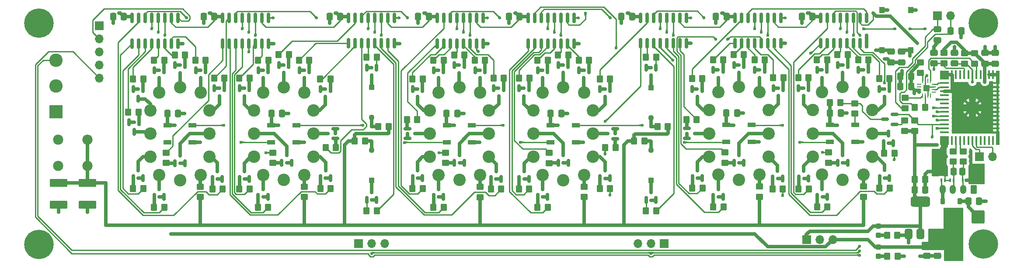
<source format=gbr>
%TF.GenerationSoftware,KiCad,Pcbnew,8.0.4-8.0.4-0~ubuntu22.04.1*%
%TF.CreationDate,2024-08-07T15:41:08-07:00*%
%TF.ProjectId,clock,636c6f63-6b2e-46b6-9963-61645f706362,rev?*%
%TF.SameCoordinates,Original*%
%TF.FileFunction,Copper,L1,Top*%
%TF.FilePolarity,Positive*%
%FSLAX46Y46*%
G04 Gerber Fmt 4.6, Leading zero omitted, Abs format (unit mm)*
G04 Created by KiCad (PCBNEW 8.0.4-8.0.4-0~ubuntu22.04.1) date 2024-08-07 15:41:08*
%MOMM*%
%LPD*%
G01*
G04 APERTURE LIST*
G04 Aperture macros list*
%AMRoundRect*
0 Rectangle with rounded corners*
0 $1 Rounding radius*
0 $2 $3 $4 $5 $6 $7 $8 $9 X,Y pos of 4 corners*
0 Add a 4 corners polygon primitive as box body*
4,1,4,$2,$3,$4,$5,$6,$7,$8,$9,$2,$3,0*
0 Add four circle primitives for the rounded corners*
1,1,$1+$1,$2,$3*
1,1,$1+$1,$4,$5*
1,1,$1+$1,$6,$7*
1,1,$1+$1,$8,$9*
0 Add four rect primitives between the rounded corners*
20,1,$1+$1,$2,$3,$4,$5,0*
20,1,$1+$1,$4,$5,$6,$7,0*
20,1,$1+$1,$6,$7,$8,$9,0*
20,1,$1+$1,$8,$9,$2,$3,0*%
%AMFreePoly0*
4,1,6,0.725000,-0.725000,-0.725000,-0.725000,-0.725000,0.125000,-0.125000,0.725000,0.725000,0.725000,0.725000,-0.725000,0.725000,-0.725000,$1*%
G04 Aperture macros list end*
%TA.AperFunction,SMDPad,CuDef*%
%ADD10RoundRect,0.150000X0.150000X-0.587500X0.150000X0.587500X-0.150000X0.587500X-0.150000X-0.587500X0*%
%TD*%
%TA.AperFunction,SMDPad,CuDef*%
%ADD11RoundRect,0.250000X-0.350000X-0.450000X0.350000X-0.450000X0.350000X0.450000X-0.350000X0.450000X0*%
%TD*%
%TA.AperFunction,SMDPad,CuDef*%
%ADD12RoundRect,0.250000X0.475000X-0.337500X0.475000X0.337500X-0.475000X0.337500X-0.475000X-0.337500X0*%
%TD*%
%TA.AperFunction,SMDPad,CuDef*%
%ADD13RoundRect,0.150000X-0.587500X-0.150000X0.587500X-0.150000X0.587500X0.150000X-0.587500X0.150000X0*%
%TD*%
%TA.AperFunction,SMDPad,CuDef*%
%ADD14RoundRect,0.150000X-0.150000X0.587500X-0.150000X-0.587500X0.150000X-0.587500X0.150000X0.587500X0*%
%TD*%
%TA.AperFunction,SMDPad,CuDef*%
%ADD15RoundRect,0.250000X-0.450000X0.350000X-0.450000X-0.350000X0.450000X-0.350000X0.450000X0.350000X0*%
%TD*%
%TA.AperFunction,SMDPad,CuDef*%
%ADD16RoundRect,0.150000X0.150000X-0.825000X0.150000X0.825000X-0.150000X0.825000X-0.150000X-0.825000X0*%
%TD*%
%TA.AperFunction,SMDPad,CuDef*%
%ADD17RoundRect,0.250000X0.337500X0.475000X-0.337500X0.475000X-0.337500X-0.475000X0.337500X-0.475000X0*%
%TD*%
%TA.AperFunction,SMDPad,CuDef*%
%ADD18RoundRect,0.250000X0.350000X0.450000X-0.350000X0.450000X-0.350000X-0.450000X0.350000X-0.450000X0*%
%TD*%
%TA.AperFunction,SMDPad,CuDef*%
%ADD19RoundRect,0.150000X0.587500X0.150000X-0.587500X0.150000X-0.587500X-0.150000X0.587500X-0.150000X0*%
%TD*%
%TA.AperFunction,ComponentPad*%
%ADD20C,2.397760*%
%TD*%
%TA.AperFunction,SMDPad,CuDef*%
%ADD21RoundRect,0.375000X0.375000X-0.625000X0.375000X0.625000X-0.375000X0.625000X-0.375000X-0.625000X0*%
%TD*%
%TA.AperFunction,SMDPad,CuDef*%
%ADD22RoundRect,0.500000X1.400000X-0.500000X1.400000X0.500000X-1.400000X0.500000X-1.400000X-0.500000X0*%
%TD*%
%TA.AperFunction,SMDPad,CuDef*%
%ADD23RoundRect,0.050000X-0.150000X-0.300000X0.150000X-0.300000X0.150000X0.300000X-0.150000X0.300000X0*%
%TD*%
%TA.AperFunction,SMDPad,CuDef*%
%ADD24RoundRect,0.250000X-0.337500X-0.475000X0.337500X-0.475000X0.337500X0.475000X-0.337500X0.475000X0*%
%TD*%
%TA.AperFunction,SMDPad,CuDef*%
%ADD25RoundRect,0.250000X0.450000X-0.350000X0.450000X0.350000X-0.450000X0.350000X-0.450000X-0.350000X0*%
%TD*%
%TA.AperFunction,SMDPad,CuDef*%
%ADD26RoundRect,0.225000X0.225000X0.375000X-0.225000X0.375000X-0.225000X-0.375000X0.225000X-0.375000X0*%
%TD*%
%TA.AperFunction,SMDPad,CuDef*%
%ADD27R,1.500000X0.900000*%
%TD*%
%TA.AperFunction,SMDPad,CuDef*%
%ADD28RoundRect,0.250000X-0.475000X0.337500X-0.475000X-0.337500X0.475000X-0.337500X0.475000X0.337500X0*%
%TD*%
%TA.AperFunction,SMDPad,CuDef*%
%ADD29RoundRect,0.237500X0.237500X-0.287500X0.237500X0.287500X-0.237500X0.287500X-0.237500X-0.287500X0*%
%TD*%
%TA.AperFunction,ComponentPad*%
%ADD30C,3.600000*%
%TD*%
%TA.AperFunction,ConnectorPad*%
%ADD31C,5.700000*%
%TD*%
%TA.AperFunction,SMDPad,CuDef*%
%ADD32RoundRect,0.050000X0.150000X0.300000X-0.150000X0.300000X-0.150000X-0.300000X0.150000X-0.300000X0*%
%TD*%
%TA.AperFunction,ComponentPad*%
%ADD33RoundRect,0.249999X1.025001X1.025001X-1.025001X1.025001X-1.025001X-1.025001X1.025001X-1.025001X0*%
%TD*%
%TA.AperFunction,ComponentPad*%
%ADD34C,2.550000*%
%TD*%
%TA.AperFunction,SMDPad,CuDef*%
%ADD35RoundRect,0.062500X-0.062500X0.350000X-0.062500X-0.350000X0.062500X-0.350000X0.062500X0.350000X0*%
%TD*%
%TA.AperFunction,SMDPad,CuDef*%
%ADD36RoundRect,0.062500X-0.350000X0.062500X-0.350000X-0.062500X0.350000X-0.062500X0.350000X0.062500X0*%
%TD*%
%TA.AperFunction,HeatsinkPad*%
%ADD37R,1.230000X1.230000*%
%TD*%
%TA.AperFunction,ComponentPad*%
%ADD38R,1.107440X1.107440*%
%TD*%
%TA.AperFunction,ComponentPad*%
%ADD39C,1.107440*%
%TD*%
%TA.AperFunction,SMDPad,CuDef*%
%ADD40R,0.400000X1.800000*%
%TD*%
%TA.AperFunction,SMDPad,CuDef*%
%ADD41R,1.800000X0.400000*%
%TD*%
%TA.AperFunction,SMDPad,CuDef*%
%ADD42R,0.800000X0.400000*%
%TD*%
%TA.AperFunction,SMDPad,CuDef*%
%ADD43FreePoly0,270.000000*%
%TD*%
%TA.AperFunction,SMDPad,CuDef*%
%ADD44R,1.450000X1.450000*%
%TD*%
%TA.AperFunction,ComponentPad*%
%ADD45C,2.800000*%
%TD*%
%TA.AperFunction,SMDPad,CuDef*%
%ADD46R,0.700000X1.700000*%
%TD*%
%TA.AperFunction,SMDPad,CuDef*%
%ADD47R,1.700000X1.700000*%
%TD*%
%TA.AperFunction,SMDPad,CuDef*%
%ADD48RoundRect,0.250000X-1.450000X0.537500X-1.450000X-0.537500X1.450000X-0.537500X1.450000X0.537500X0*%
%TD*%
%TA.AperFunction,SMDPad,CuDef*%
%ADD49R,1.000000X1.250000*%
%TD*%
%TA.AperFunction,ComponentPad*%
%ADD50C,1.980000*%
%TD*%
%TA.AperFunction,ComponentPad*%
%ADD51R,1.700000X1.700000*%
%TD*%
%TA.AperFunction,ComponentPad*%
%ADD52O,1.700000X1.700000*%
%TD*%
%TA.AperFunction,ComponentPad*%
%ADD53RoundRect,0.250000X0.350000X0.625000X-0.350000X0.625000X-0.350000X-0.625000X0.350000X-0.625000X0*%
%TD*%
%TA.AperFunction,ComponentPad*%
%ADD54O,1.200000X1.750000*%
%TD*%
%TA.AperFunction,ComponentPad*%
%ADD55R,2.600000X2.600000*%
%TD*%
%TA.AperFunction,ComponentPad*%
%ADD56C,2.600000*%
%TD*%
%TA.AperFunction,ViaPad*%
%ADD57C,0.600000*%
%TD*%
%TA.AperFunction,Conductor*%
%ADD58C,0.635000*%
%TD*%
%TA.AperFunction,Conductor*%
%ADD59C,0.254000*%
%TD*%
G04 APERTURE END LIST*
D10*
%TO.P,Q63,1,B*%
%TO.N,Net-(Q63-B)*%
X233111000Y-103045500D03*
%TO.P,Q63,2,E*%
%TO.N,GND*%
X235011000Y-103045500D03*
%TO.P,Q63,3,C*%
%TO.N,S9*%
X234061000Y-101170500D03*
%TD*%
D11*
%TO.P,R24,1*%
%TO.N,BH5*%
X111979200Y-86944200D03*
%TO.P,R24,2*%
%TO.N,Net-(Q17-B)*%
X113979200Y-86944200D03*
%TD*%
D12*
%TO.P,C3,1*%
%TO.N,+3.3V*%
X252755400Y-87651500D03*
%TO.P,C3,2*%
%TO.N,GND*%
X252755400Y-85576500D03*
%TD*%
D13*
%TO.P,Q10,1,B*%
%TO.N,Net-(Q10-B)*%
X140921500Y-100269000D03*
%TO.P,Q10,2,E*%
%TO.N,GND*%
X140921500Y-102169000D03*
%TO.P,Q10,3,C*%
%TO.N,MM3*%
X142796500Y-101219000D03*
%TD*%
D14*
%TO.P,Q49,1,B*%
%TO.N,Net-(Q49-B)*%
X197977800Y-92536800D03*
%TO.P,Q49,2,E*%
%TO.N,GND*%
X196077800Y-92536800D03*
%TO.P,Q49,3,C*%
%TO.N,SS4*%
X197027800Y-94411800D03*
%TD*%
D15*
%TO.P,R3,1*%
%TO.N,+3.3V*%
X250774200Y-85614000D03*
%TO.P,R3,2*%
%TO.N,DOUT*%
X250774200Y-87614000D03*
%TD*%
D14*
%TO.P,Q32,1,B*%
%TO.N,Net-(Q32-B)*%
X189037000Y-88422000D03*
%TO.P,Q32,2,E*%
%TO.N,GND*%
X187137000Y-88422000D03*
%TO.P,Q32,3,C*%
%TO.N,TR-INS*%
X188087000Y-90297000D03*
%TD*%
D16*
%TO.P,U4,1,QB*%
%TO.N,BHH1*%
X87630000Y-83718400D03*
%TO.P,U4,2,QC*%
%TO.N,BHH2*%
X88900000Y-83718400D03*
%TO.P,U4,3,QD*%
%TO.N,BHH3*%
X90170000Y-83718400D03*
%TO.P,U4,4,QE*%
%TO.N,BHH4*%
X91440000Y-83718400D03*
%TO.P,U4,5,QF*%
%TO.N,BHH5*%
X92710000Y-83718400D03*
%TO.P,U4,6,QG*%
%TO.N,BHH6*%
X93980000Y-83718400D03*
%TO.P,U4,7,QH*%
%TO.N,BHH7*%
X95250000Y-83718400D03*
%TO.P,U4,8,GND*%
%TO.N,GND*%
X96520000Y-83718400D03*
%TO.P,U4,9,QH'*%
%TO.N,SER_OUT*%
X96520000Y-78768400D03*
%TO.P,U4,10,~{SRCLR}*%
%TO.N,+3.3V*%
X95250000Y-78768400D03*
%TO.P,U4,11,SRCLK*%
%TO.N,SRCLK*%
X93980000Y-78768400D03*
%TO.P,U4,12,RCLK*%
%TO.N,RCLK*%
X92710000Y-78768400D03*
%TO.P,U4,13,~{OE}*%
%TO.N,~{OE}*%
X91440000Y-78768400D03*
%TO.P,U4,14,SER*%
%TO.N,Net-(U4-SER)*%
X90170000Y-78768400D03*
%TO.P,U4,15,QA*%
%TO.N,BHH0*%
X88900000Y-78768400D03*
%TO.P,U4,16,VCC*%
%TO.N,+3.3V*%
X87630000Y-78768400D03*
%TD*%
%TO.P,U10,1,QB*%
%TO.N,BSS5*%
X204343000Y-83693000D03*
%TO.P,U10,2,QC*%
%TO.N,BSS6*%
X205613000Y-83693000D03*
%TO.P,U10,3,QD*%
%TO.N,BSS7*%
X206883000Y-83693000D03*
%TO.P,U10,4,QE*%
%TO.N,BSS8*%
X208153000Y-83693000D03*
%TO.P,U10,5,QF*%
%TO.N,BSS9*%
X209423000Y-83693000D03*
%TO.P,U10,6,QG*%
%TO.N,BS0*%
X210693000Y-83693000D03*
%TO.P,U10,7,QH*%
%TO.N,BS1*%
X211963000Y-83693000D03*
%TO.P,U10,8,GND*%
%TO.N,GND*%
X213233000Y-83693000D03*
%TO.P,U10,9,QH'*%
%TO.N,Net-(U10-QH')*%
X213233000Y-78743000D03*
%TO.P,U10,10,~{SRCLR}*%
%TO.N,+3.3V*%
X211963000Y-78743000D03*
%TO.P,U10,11,SRCLK*%
%TO.N,SRCLK*%
X210693000Y-78743000D03*
%TO.P,U10,12,RCLK*%
%TO.N,RCLK*%
X209423000Y-78743000D03*
%TO.P,U10,13,~{OE}*%
%TO.N,~{OE}*%
X208153000Y-78743000D03*
%TO.P,U10,14,SER*%
%TO.N,Net-(U10-SER)*%
X206883000Y-78743000D03*
%TO.P,U10,15,QA*%
%TO.N,BSS4*%
X205613000Y-78743000D03*
%TO.P,U10,16,VCC*%
%TO.N,+3.3V*%
X204343000Y-78743000D03*
%TD*%
D17*
%TO.P,C29,1*%
%TO.N,+3.3V*%
X145055500Y-78511400D03*
%TO.P,C29,2*%
%TO.N,GND*%
X142980500Y-78511400D03*
%TD*%
D18*
%TO.P,R10,1*%
%TO.N,BMM1*%
X147964400Y-115493800D03*
%TO.P,R10,2*%
%TO.N,Net-(Q4-B)*%
X145964400Y-115493800D03*
%TD*%
D15*
%TO.P,R1,1*%
%TO.N,Net-(U1-GPIO19{slash}USB_D+)*%
X248513600Y-104638600D03*
%TO.P,R1,2*%
%TO.N,USB_D+*%
X248513600Y-106638600D03*
%TD*%
D14*
%TO.P,Q56,1,B*%
%TO.N,Net-(Q56-B)*%
X172044400Y-87914000D03*
%TO.P,Q56,2,E*%
%TO.N,GND*%
X170144400Y-87914000D03*
%TO.P,Q56,3,C*%
%TO.N,M6*%
X171094400Y-89789000D03*
%TD*%
D19*
%TO.P,Q65,1,B*%
%TO.N,Net-(Q65-B)*%
X181150500Y-102185650D03*
%TO.P,Q65,2,E*%
%TO.N,GND*%
X181150500Y-100285650D03*
%TO.P,Q65,3,C*%
%TO.N,M9*%
X179275500Y-101235650D03*
%TD*%
D11*
%TO.P,R34,1*%
%TO.N,BHH5*%
X91862400Y-86944200D03*
%TO.P,R34,2*%
%TO.N,Net-(Q18-B)*%
X93862400Y-86944200D03*
%TD*%
D20*
%TO.P,NX1,0,0*%
%TO.N,HH0*%
X102616000Y-105719880D03*
%TO.P,NX1,1,1*%
%TO.N,HH1*%
X92870020Y-109220000D03*
%TO.P,NX1,2,2*%
%TO.N,HH2*%
X91119960Y-105719880D03*
%TO.P,NX1,3,3*%
%TO.N,HH3*%
X91119960Y-101221540D03*
%TO.P,NX1,4,4*%
%TO.N,HH4*%
X91119960Y-96723200D03*
%TO.P,NX1,5,5*%
%TO.N,HH5*%
X92870020Y-93223080D03*
%TO.P,NX1,6,6*%
%TO.N,HH6*%
X96867980Y-92222320D03*
%TO.P,NX1,7,7*%
%TO.N,HH7*%
X100865940Y-93223080D03*
%TO.P,NX1,8,8*%
%TO.N,HH8*%
X102616000Y-96723200D03*
%TO.P,NX1,9,9*%
%TO.N,HH9*%
X102616000Y-101221540D03*
%TO.P,NX1,A,A*%
%TO.N,Net-(NX1-PadA)*%
X100865940Y-109220000D03*
%TO.P,NX1,LHDP*%
%TO.N,N/C*%
X96867980Y-110220760D03*
%TD*%
D11*
%TO.P,R35,1*%
%TO.N,BHH6*%
X95875600Y-85953600D03*
%TO.P,R35,2*%
%TO.N,Net-(Q21-B)*%
X97875600Y-85953600D03*
%TD*%
D21*
%TO.P,U2,1,GND*%
%TO.N,GND*%
X237958600Y-120701200D03*
%TO.P,U2,2,VO*%
%TO.N,+3.3V*%
X240258600Y-120701200D03*
%TO.P,U2,3,VI*%
%TO.N,+5V*%
X242558600Y-120701200D03*
D22*
%TO.P,U2,4*%
%TO.N,+3.3V*%
X240258600Y-114401200D03*
%TD*%
D10*
%TO.P,Q5,1,B*%
%TO.N,Net-(Q5-B)*%
X112003800Y-113508000D03*
%TO.P,Q5,2,E*%
%TO.N,GND*%
X113903800Y-113508000D03*
%TO.P,Q5,3,C*%
%TO.N,H1*%
X112953800Y-111633000D03*
%TD*%
D11*
%TO.P,R73,1*%
%TO.N,BSS6*%
X204079600Y-85902800D03*
%TO.P,R73,2*%
%TO.N,Net-(Q55-B)*%
X206079600Y-85902800D03*
%TD*%
D23*
%TO.P,D3,1,A1*%
%TO.N,Net-(D3-A1)*%
X244328200Y-110236000D03*
%TO.P,D3,2,A2*%
%TO.N,GND*%
X245028200Y-110236000D03*
%TD*%
D11*
%TO.P,R27,1*%
%TO.N,BH8*%
X124018800Y-90576400D03*
%TO.P,R27,2*%
%TO.N,Net-(Q26-B)*%
X126018800Y-90576400D03*
%TD*%
%TO.P,R5,1*%
%TO.N,Net-(D5-K)*%
X233823000Y-124968000D03*
%TO.P,R5,2*%
%TO.N,GND*%
X235823000Y-124968000D03*
%TD*%
D24*
%TO.P,C20,1*%
%TO.N,+5V*%
X222732520Y-97227660D03*
%TO.P,C20,2*%
%TO.N,GND*%
X224807520Y-97227660D03*
%TD*%
D25*
%TO.P,R8,1*%
%TO.N,Net-(U3-~{SD_MODE})*%
X240284000Y-89408000D03*
%TO.P,R8,2*%
%TO.N,+3.3V*%
X240284000Y-87408000D03*
%TD*%
D26*
%TO.P,D4,1,K*%
%TO.N,/ESP32-C3/VBUS*%
X247903000Y-114300000D03*
%TO.P,D4,2,A*%
%TO.N,Net-(D3-A1)*%
X244603000Y-114300000D03*
%TD*%
D10*
%TO.P,Q64,1,B*%
%TO.N,Net-(Q64-B)*%
X204160080Y-106855500D03*
%TO.P,Q64,2,E*%
%TO.N,GND*%
X206060080Y-106855500D03*
%TO.P,Q64,3,C*%
%TO.N,SS9*%
X205110080Y-104980500D03*
%TD*%
D11*
%TO.P,R40,1*%
%TO.N,HV*%
X130699000Y-102666800D03*
%TO.P,R40,2*%
%TO.N,Net-(N2-A)*%
X132699000Y-102666800D03*
%TD*%
D16*
%TO.P,U11,1,QB*%
%TO.N,BS3*%
X220980000Y-83690000D03*
%TO.P,U11,2,QC*%
%TO.N,BS4*%
X222250000Y-83690000D03*
%TO.P,U11,3,QD*%
%TO.N,BS5*%
X223520000Y-83690000D03*
%TO.P,U11,4,QE*%
%TO.N,BS6*%
X224790000Y-83690000D03*
%TO.P,U11,5,QF*%
%TO.N,BS7*%
X226060000Y-83690000D03*
%TO.P,U11,6,QG*%
%TO.N,BS8*%
X227330000Y-83690000D03*
%TO.P,U11,7,QH*%
%TO.N,BS9*%
X228600000Y-83690000D03*
%TO.P,U11,8,GND*%
%TO.N,GND*%
X229870000Y-83690000D03*
%TO.P,U11,9,QH'*%
%TO.N,Net-(U10-SER)*%
X229870000Y-78740000D03*
%TO.P,U11,10,~{SRCLR}*%
%TO.N,+3.3V*%
X228600000Y-78740000D03*
%TO.P,U11,11,SRCLK*%
%TO.N,SRCLK*%
X227330000Y-78740000D03*
%TO.P,U11,12,RCLK*%
%TO.N,RCLK*%
X226060000Y-78740000D03*
%TO.P,U11,13,~{OE}*%
%TO.N,~{OE}*%
X224790000Y-78740000D03*
%TO.P,U11,14,SER*%
%TO.N,SER*%
X223520000Y-78740000D03*
%TO.P,U11,15,QA*%
%TO.N,BS2*%
X222250000Y-78740000D03*
%TO.P,U11,16,VCC*%
%TO.N,+3.3V*%
X220980000Y-78740000D03*
%TD*%
D27*
%TO.P,D7,1,VDD*%
%TO.N,+5V*%
X222754020Y-99515660D03*
%TO.P,D7,2,DOUT*%
%TO.N,Net-(D7-DOUT)*%
X222754020Y-102815660D03*
%TO.P,D7,3,VSS*%
%TO.N,GND*%
X227654020Y-102815660D03*
%TO.P,D7,4,DIN*%
%TO.N,Net-(D7-DIN)*%
X227654020Y-99515660D03*
%TD*%
D11*
%TO.P,R46,1*%
%TO.N,B-TR-INS*%
X187087000Y-86360000D03*
%TO.P,R46,2*%
%TO.N,Net-(Q32-B)*%
X189087000Y-86360000D03*
%TD*%
D18*
%TO.P,FB2,1*%
%TO.N,Net-(U3-OUTN)*%
X241173000Y-96139000D03*
%TO.P,FB2,2*%
%TO.N,/Sound & Motion/OUTN*%
X239173000Y-96139000D03*
%TD*%
D11*
%TO.P,R17,1*%
%TO.N,BMM8*%
X157572200Y-90451700D03*
%TO.P,R17,2*%
%TO.N,Net-(Q25-B)*%
X159572200Y-90451700D03*
%TD*%
D28*
%TO.P,C9,1*%
%TO.N,GND*%
X246837200Y-85525700D03*
%TO.P,C9,2*%
%TO.N,~{OE}*%
X246837200Y-87600700D03*
%TD*%
D18*
%TO.P,R11,1*%
%TO.N,BMM2*%
X143900400Y-111836200D03*
%TO.P,R11,2*%
%TO.N,Net-(Q7-B)*%
X141900400Y-111836200D03*
%TD*%
D14*
%TO.P,Q51,1,B*%
%TO.N,Net-(Q51-B)*%
X222158600Y-88879200D03*
%TO.P,Q51,2,E*%
%TO.N,GND*%
X220258600Y-88879200D03*
%TO.P,Q51,3,C*%
%TO.N,S5*%
X221208600Y-90754200D03*
%TD*%
D18*
%TO.P,R21,1*%
%TO.N,BH2*%
X110363000Y-111963200D03*
%TO.P,R21,2*%
%TO.N,Net-(Q8-B)*%
X108363000Y-111963200D03*
%TD*%
D11*
%TO.P,R85,1*%
%TO.N,BM8*%
X178162200Y-90576400D03*
%TO.P,R85,2*%
%TO.N,Net-(Q62-B)*%
X180162200Y-90576400D03*
%TD*%
D14*
%TO.P,Q18,1,B*%
%TO.N,Net-(Q18-B)*%
X93812400Y-88930000D03*
%TO.P,Q18,2,E*%
%TO.N,GND*%
X91912400Y-88930000D03*
%TO.P,Q18,3,C*%
%TO.N,HH5*%
X92862400Y-90805000D03*
%TD*%
D10*
%TO.P,Q36,1,B*%
%TO.N,Net-(Q36-B)*%
X232349000Y-109804200D03*
%TO.P,Q36,2,E*%
%TO.N,GND*%
X234249000Y-109804200D03*
%TO.P,Q36,3,C*%
%TO.N,S0*%
X233299000Y-107929200D03*
%TD*%
D14*
%TO.P,Q54,1,B*%
%TO.N,Net-(Q54-B)*%
X226156600Y-87888600D03*
%TO.P,Q54,2,E*%
%TO.N,GND*%
X224256600Y-87888600D03*
%TO.P,Q54,3,C*%
%TO.N,S6*%
X225206600Y-89763600D03*
%TD*%
D11*
%TO.P,R61,1*%
%TO.N,BS4*%
X216601800Y-90398600D03*
%TO.P,R61,2*%
%TO.N,Net-(Q48-B)*%
X218601800Y-90398600D03*
%TD*%
D29*
%TO.P,D5,1,K*%
%TO.N,Net-(D5-K)*%
X232105200Y-124954000D03*
%TO.P,D5,2,A*%
%TO.N,+5V*%
X232105200Y-123204000D03*
%TD*%
D11*
%TO.P,R33,1*%
%TO.N,BHH4*%
X87798400Y-90576400D03*
%TO.P,R33,2*%
%TO.N,Net-(Q15-B)*%
X89798400Y-90576400D03*
%TD*%
D14*
%TO.P,Q60,1,B*%
%TO.N,Net-(Q60-B)*%
X234223600Y-92536800D03*
%TO.P,Q60,2,E*%
%TO.N,GND*%
X232323600Y-92536800D03*
%TO.P,Q60,3,C*%
%TO.N,S8*%
X233273600Y-94411800D03*
%TD*%
D15*
%TO.P,R80,1*%
%TO.N,BM3*%
X168402000Y-104918000D03*
%TO.P,R80,2*%
%TO.N,Net-(Q47-B)*%
X168402000Y-106918000D03*
%TD*%
D30*
%TO.P,H1,1*%
%TO.N,N/C*%
X69596000Y-79756000D03*
D31*
X69596000Y-79756000D03*
%TD*%
D32*
%TO.P,D2,1,A1*%
%TO.N,USB_D-*%
X246679200Y-110236000D03*
%TO.P,D2,2,A2*%
%TO.N,GND*%
X245979200Y-110236000D03*
%TD*%
D18*
%TO.P,R39,1*%
%TO.N,HV*%
X137271000Y-99822000D03*
%TO.P,R39,2*%
%TO.N,Net-(N1-A)*%
X135271000Y-99822000D03*
%TD*%
D14*
%TO.P,Q62,1,B*%
%TO.N,Net-(Q62-B)*%
X180121600Y-92562200D03*
%TO.P,Q62,2,E*%
%TO.N,GND*%
X178221600Y-92562200D03*
%TO.P,Q62,3,C*%
%TO.N,M8*%
X179171600Y-94437200D03*
%TD*%
D17*
%TO.P,C7,1*%
%TO.N,GND*%
X250487000Y-108585000D03*
%TO.P,C7,2*%
%TO.N,USB_D+*%
X248412000Y-108585000D03*
%TD*%
D14*
%TO.P,Q20,1,B*%
%TO.N,Net-(Q20-B)*%
X117917000Y-87884000D03*
%TO.P,Q20,2,E*%
%TO.N,GND*%
X116017000Y-87884000D03*
%TO.P,Q20,3,C*%
%TO.N,H6*%
X116967000Y-89759000D03*
%TD*%
D17*
%TO.P,C28,1*%
%TO.N,+3.3V*%
X127910500Y-78511400D03*
%TO.P,C28,2*%
%TO.N,GND*%
X125835500Y-78511400D03*
%TD*%
D11*
%TO.P,R83,1*%
%TO.N,BM6*%
X170094400Y-85953600D03*
%TO.P,R83,2*%
%TO.N,Net-(Q56-B)*%
X172094400Y-85953600D03*
%TD*%
D27*
%TO.P,D12,1,VDD*%
%TO.N,+5V*%
X94417980Y-99571540D03*
%TO.P,D12,2,DOUT*%
%TO.N,unconnected-(D12-DOUT-Pad2)*%
X94417980Y-102871540D03*
%TO.P,D12,3,VSS*%
%TO.N,GND*%
X99317980Y-102871540D03*
%TO.P,D12,4,DIN*%
%TO.N,Net-(D11-DOUT)*%
X99317980Y-99571540D03*
%TD*%
D18*
%TO.P,R68,1*%
%TO.N,BSS1*%
X202117200Y-115443000D03*
%TO.P,R68,2*%
%TO.N,Net-(Q40-B)*%
X200117200Y-115443000D03*
%TD*%
D10*
%TO.P,Q28,1,B*%
%TO.N,Net-(Q28-B)*%
X150019980Y-106906300D03*
%TO.P,Q28,2,E*%
%TO.N,GND*%
X151919980Y-106906300D03*
%TO.P,Q28,3,C*%
%TO.N,MM9*%
X150969980Y-105031300D03*
%TD*%
D17*
%TO.P,C33,1*%
%TO.N,+3.3V*%
X219350500Y-78486000D03*
%TO.P,C33,2*%
%TO.N,GND*%
X217275500Y-78486000D03*
%TD*%
D11*
%TO.P,R74,1*%
%TO.N,BSS7*%
X208118200Y-86893400D03*
%TO.P,R74,2*%
%TO.N,Net-(Q58-B)*%
X210118200Y-86893400D03*
%TD*%
D14*
%TO.P,Q21,1,B*%
%TO.N,Net-(Q21-B)*%
X97825600Y-87939400D03*
%TO.P,Q21,2,E*%
%TO.N,GND*%
X95925600Y-87939400D03*
%TO.P,Q21,3,C*%
%TO.N,HH6*%
X96875600Y-89814400D03*
%TD*%
D18*
%TO.P,R79,1*%
%TO.N,BM2*%
X164499800Y-111988600D03*
%TO.P,R79,2*%
%TO.N,Net-(Q44-B)*%
X162499800Y-111988600D03*
%TD*%
D25*
%TO.P,R54,1*%
%TO.N,HV*%
X175107600Y-113506000D03*
%TO.P,R54,2*%
%TO.N,Net-(NX4-PadA)*%
X175107600Y-111506000D03*
%TD*%
D24*
%TO.P,C21,1*%
%TO.N,+5V*%
X202675580Y-97228660D03*
%TO.P,C21,2*%
%TO.N,GND*%
X204750580Y-97228660D03*
%TD*%
D11*
%TO.P,R82,1*%
%TO.N,BM5*%
X166106600Y-86944200D03*
%TO.P,R82,2*%
%TO.N,Net-(Q53-B)*%
X168106600Y-86944200D03*
%TD*%
%TO.P,R25,1*%
%TO.N,BH6*%
X115967000Y-85902800D03*
%TO.P,R25,2*%
%TO.N,Net-(Q20-B)*%
X117967000Y-85902800D03*
%TD*%
D14*
%TO.P,Q27,1,B*%
%TO.N,Net-(Q27-B)*%
X105445600Y-92435200D03*
%TO.P,Q27,2,E*%
%TO.N,GND*%
X103545600Y-92435200D03*
%TO.P,Q27,3,C*%
%TO.N,HH8*%
X104495600Y-94310200D03*
%TD*%
%TO.P,Q16,1,B*%
%TO.N,Net-(Q16-B)*%
X147914400Y-88930000D03*
%TO.P,Q16,2,E*%
%TO.N,GND*%
X146014400Y-88930000D03*
%TO.P,Q16,3,C*%
%TO.N,MM5*%
X146964400Y-90805000D03*
%TD*%
D11*
%TO.P,R86,1*%
%TO.N,BM9*%
X179213000Y-103928050D03*
%TO.P,R86,2*%
%TO.N,Net-(Q65-B)*%
X181213000Y-103928050D03*
%TD*%
%TO.P,R32,1*%
%TO.N,BHH3*%
X86833200Y-97028000D03*
%TO.P,R32,2*%
%TO.N,Net-(Q12-B)*%
X88833200Y-97028000D03*
%TD*%
D33*
%TO.P,SW3,1,A*%
%TO.N,/ESP32-C3/VBUS*%
X251447000Y-117348000D03*
D34*
%TO.P,SW3,2,B*%
%TO.N,+5V*%
X246647000Y-117348000D03*
%TD*%
D16*
%TO.P,U8,1,QB*%
%TO.N,BM1*%
X164261800Y-83718400D03*
%TO.P,U8,2,QC*%
%TO.N,BM2*%
X165531800Y-83718400D03*
%TO.P,U8,3,QD*%
%TO.N,BM3*%
X166801800Y-83718400D03*
%TO.P,U8,4,QE*%
%TO.N,BM4*%
X168071800Y-83718400D03*
%TO.P,U8,5,QF*%
%TO.N,BM5*%
X169341800Y-83718400D03*
%TO.P,U8,6,QG*%
%TO.N,BM6*%
X170611800Y-83718400D03*
%TO.P,U8,7,QH*%
%TO.N,BM7*%
X171881800Y-83718400D03*
%TO.P,U8,8,GND*%
%TO.N,GND*%
X173151800Y-83718400D03*
%TO.P,U8,9,QH'*%
%TO.N,SOUT*%
X173151800Y-78768400D03*
%TO.P,U8,10,~{SRCLR}*%
%TO.N,+3.3V*%
X171881800Y-78768400D03*
%TO.P,U8,11,SRCLK*%
%TO.N,SRCLK*%
X170611800Y-78768400D03*
%TO.P,U8,12,RCLK*%
%TO.N,RCLK*%
X169341800Y-78768400D03*
%TO.P,U8,13,~{OE}*%
%TO.N,~{OE}*%
X168071800Y-78768400D03*
%TO.P,U8,14,SER*%
%TO.N,Net-(U8-SER)*%
X166801800Y-78768400D03*
%TO.P,U8,15,QA*%
%TO.N,BM0*%
X165531800Y-78768400D03*
%TO.P,U8,16,VCC*%
%TO.N,+3.3V*%
X164261800Y-78768400D03*
%TD*%
D18*
%TO.P,R9,1*%
%TO.N,BMM0*%
X159089600Y-111988600D03*
%TO.P,R9,2*%
%TO.N,Net-(Q1-B)*%
X157089600Y-111988600D03*
%TD*%
D14*
%TO.P,Q50,1,B*%
%TO.N,Net-(Q50-B)*%
X164439900Y-92435200D03*
%TO.P,Q50,2,E*%
%TO.N,GND*%
X162539900Y-92435200D03*
%TO.P,Q50,3,C*%
%TO.N,M4*%
X163489900Y-94310200D03*
%TD*%
D35*
%TO.P,U3,1,DIN*%
%TO.N,DOUT*%
X242189000Y-90974500D03*
%TO.P,U3,2,GAIN_SLOT*%
%TO.N,unconnected-(U3-GAIN_SLOT-Pad2)*%
X241689000Y-90974500D03*
%TO.P,U3,3,GND*%
%TO.N,GND*%
X241189000Y-90974500D03*
%TO.P,U3,4,~{SD_MODE}*%
%TO.N,Net-(U3-~{SD_MODE})*%
X240689000Y-90974500D03*
D36*
%TO.P,U3,5,NC*%
%TO.N,unconnected-(U3-NC-Pad5)*%
X240001500Y-91662000D03*
%TO.P,U3,6,NC*%
%TO.N,unconnected-(U3-NC-Pad6)*%
X240001500Y-92162000D03*
%TO.P,U3,7,VDD*%
%TO.N,+3.3V*%
X240001500Y-92662000D03*
%TO.P,U3,8,VDD*%
X240001500Y-93162000D03*
D35*
%TO.P,U3,9,OUTP*%
%TO.N,Net-(U3-OUTP)*%
X240689000Y-93849500D03*
%TO.P,U3,10,OUTN*%
%TO.N,Net-(U3-OUTN)*%
X241189000Y-93849500D03*
%TO.P,U3,11,GND*%
%TO.N,GND*%
X241689000Y-93849500D03*
%TO.P,U3,12,NC*%
%TO.N,unconnected-(U3-NC-Pad12)*%
X242189000Y-93849500D03*
D36*
%TO.P,U3,13,NC*%
%TO.N,unconnected-(U3-NC-Pad13)*%
X242876500Y-93162000D03*
%TO.P,U3,14,LRCLK*%
%TO.N,LRCLK*%
X242876500Y-92662000D03*
%TO.P,U3,15,GND*%
%TO.N,GND*%
X242876500Y-92162000D03*
%TO.P,U3,16,BCLK*%
%TO.N,BCLK*%
X242876500Y-91662000D03*
D37*
%TO.P,U3,17,PAD*%
%TO.N,GND*%
X241439000Y-92412000D03*
%TD*%
D24*
%TO.P,C24,1*%
%TO.N,+5V*%
X114569500Y-97278460D03*
%TO.P,C24,2*%
%TO.N,GND*%
X116644500Y-97278460D03*
%TD*%
D18*
%TO.P,R78,1*%
%TO.N,BM1*%
X168106600Y-115493800D03*
%TO.P,R78,2*%
%TO.N,Net-(Q41-B)*%
X166106600Y-115493800D03*
%TD*%
%TO.P,R66,1*%
%TO.N,BS9*%
X235213400Y-105029000D03*
%TO.P,R66,2*%
%TO.N,Net-(Q63-B)*%
X233213400Y-105029000D03*
%TD*%
D10*
%TO.P,Q38,1,B*%
%TO.N,Net-(Q38-B)*%
X178221600Y-109875800D03*
%TO.P,Q38,2,E*%
%TO.N,GND*%
X180121600Y-109875800D03*
%TO.P,Q38,3,C*%
%TO.N,M0*%
X179171600Y-108000800D03*
%TD*%
D24*
%TO.P,C5,1*%
%TO.N,/ESP32-C3/VBUS*%
X249533500Y-114300000D03*
%TO.P,C5,2*%
%TO.N,GND*%
X251608500Y-114300000D03*
%TD*%
D28*
%TO.P,C1,1*%
%TO.N,EN*%
X236575600Y-85322500D03*
%TO.P,C1,2*%
%TO.N,GND*%
X236575600Y-87397500D03*
%TD*%
D10*
%TO.P,Q4,1,B*%
%TO.N,Net-(Q4-B)*%
X146014400Y-113508000D03*
%TO.P,Q4,2,E*%
%TO.N,GND*%
X147914400Y-113508000D03*
%TO.P,Q4,3,C*%
%TO.N,MM1*%
X146964400Y-111633000D03*
%TD*%
D18*
%TO.P,R70,1*%
%TO.N,BSS3*%
X196935600Y-98475800D03*
%TO.P,R70,2*%
%TO.N,Net-(Q46-B)*%
X194935600Y-98475800D03*
%TD*%
D30*
%TO.P,H3,1*%
%TO.N,N/C*%
X252476000Y-122656600D03*
D31*
X252476000Y-122656600D03*
%TD*%
D15*
%TO.P,R6,1*%
%TO.N,+3.3V*%
X248818400Y-85614000D03*
%TO.P,R6,2*%
%TO.N,~{OE}*%
X248818400Y-87614000D03*
%TD*%
D25*
%TO.P,R50,1*%
%TO.N,+3.3V*%
X239141000Y-100695000D03*
%TO.P,R50,2*%
%TO.N,RGB*%
X239141000Y-98695000D03*
%TD*%
D14*
%TO.P,Q57,1,B*%
%TO.N,Net-(Q57-B)*%
X230159600Y-88879200D03*
%TO.P,Q57,2,E*%
%TO.N,GND*%
X228259600Y-88879200D03*
%TO.P,Q57,3,C*%
%TO.N,S7*%
X229209600Y-90754200D03*
%TD*%
%TO.P,Q59,1,B*%
%TO.N,Net-(Q59-B)*%
X176042400Y-88925400D03*
%TO.P,Q59,2,E*%
%TO.N,GND*%
X174142400Y-88925400D03*
%TO.P,Q59,3,C*%
%TO.N,M7*%
X175092400Y-90800400D03*
%TD*%
%TO.P,Q22,1,B*%
%TO.N,Net-(Q22-B)*%
X155915400Y-88930000D03*
%TO.P,Q22,2,E*%
%TO.N,GND*%
X154015400Y-88930000D03*
%TO.P,Q22,3,C*%
%TO.N,MM7*%
X154965400Y-90805000D03*
%TD*%
D27*
%TO.P,D10,1,VDD*%
%TO.N,+5V*%
X148519980Y-99569000D03*
%TO.P,D10,2,DOUT*%
%TO.N,Net-(D10-DOUT)*%
X148519980Y-102869000D03*
%TO.P,D10,3,VSS*%
%TO.N,GND*%
X153419980Y-102869000D03*
%TO.P,D10,4,DIN*%
%TO.N,Net-(D10-DIN)*%
X153419980Y-99569000D03*
%TD*%
D20*
%TO.P,NX5,0,0*%
%TO.N,SS0*%
X210858100Y-105664000D03*
%TO.P,NX5,1,1*%
%TO.N,SS1*%
X201112120Y-109164120D03*
%TO.P,NX5,2,2*%
%TO.N,SS2*%
X199362060Y-105664000D03*
%TO.P,NX5,3,3*%
%TO.N,SS3*%
X199362060Y-101165660D03*
%TO.P,NX5,4,4*%
%TO.N,SS4*%
X199362060Y-96667320D03*
%TO.P,NX5,5,5*%
%TO.N,SS5*%
X201112120Y-93167200D03*
%TO.P,NX5,6,6*%
%TO.N,SS6*%
X205110080Y-92166440D03*
%TO.P,NX5,7,7*%
%TO.N,SS7*%
X209108040Y-93167200D03*
%TO.P,NX5,8,8*%
%TO.N,SS8*%
X210858100Y-96667320D03*
%TO.P,NX5,9,9*%
%TO.N,SS9*%
X210858100Y-101165660D03*
%TO.P,NX5,A,A*%
%TO.N,Net-(NX5-PadA)*%
X209108040Y-109164120D03*
%TO.P,NX5,LHDP*%
%TO.N,N/C*%
X205110080Y-110164880D03*
%TD*%
D28*
%TO.P,C10,1*%
%TO.N,+5V*%
X241554000Y-122863700D03*
%TO.P,C10,2*%
%TO.N,GND*%
X241554000Y-124938700D03*
%TD*%
D15*
%TO.P,R38,1*%
%TO.N,BHH9*%
X94165380Y-104915700D03*
%TO.P,R38,2*%
%TO.N,Net-(Q30-B)*%
X94165380Y-106915700D03*
%TD*%
D30*
%TO.P,H2,1*%
%TO.N,N/C*%
X252476000Y-79756000D03*
D31*
X252476000Y-79756000D03*
%TD*%
D18*
%TO.P,R19,1*%
%TO.N,BH0*%
X126060200Y-111836200D03*
%TO.P,R19,2*%
%TO.N,Net-(Q2-B)*%
X124060200Y-111836200D03*
%TD*%
D11*
%TO.P,R45,1*%
%TO.N,B-TL-INS*%
X132985000Y-86360000D03*
%TO.P,R45,2*%
%TO.N,Net-(Q31-B)*%
X134985000Y-86360000D03*
%TD*%
D10*
%TO.P,Q8,1,B*%
%TO.N,Net-(Q8-B)*%
X108413000Y-109977400D03*
%TO.P,Q8,2,E*%
%TO.N,GND*%
X110313000Y-109977400D03*
%TO.P,Q8,3,C*%
%TO.N,H2*%
X109363000Y-108102400D03*
%TD*%
D38*
%TO.P,N2,P$1,C*%
%TO.N,BL-INS*%
X133985000Y-110236000D03*
D39*
%TO.P,N2,P$2,A*%
%TO.N,Net-(N2-A)*%
X133985000Y-104394000D03*
%TD*%
D10*
%TO.P,Q40,1,B*%
%TO.N,Net-(Q40-B)*%
X200153100Y-113457200D03*
%TO.P,Q40,2,E*%
%TO.N,GND*%
X202053100Y-113457200D03*
%TO.P,Q40,3,C*%
%TO.N,SS1*%
X201103100Y-111582200D03*
%TD*%
D17*
%TO.P,C32,1*%
%TO.N,+3.3V*%
X202713500Y-78486000D03*
%TO.P,C32,2*%
%TO.N,GND*%
X200638500Y-78486000D03*
%TD*%
D20*
%TO.P,NX6,0,0*%
%TO.N,S0*%
X230952040Y-105664000D03*
%TO.P,NX6,1,1*%
%TO.N,S1*%
X221206060Y-109164120D03*
%TO.P,NX6,2,2*%
%TO.N,S2*%
X219456000Y-105664000D03*
%TO.P,NX6,3,3*%
%TO.N,S3*%
X219456000Y-101165660D03*
%TO.P,NX6,4,4*%
%TO.N,S4*%
X219456000Y-96667320D03*
%TO.P,NX6,5,5*%
%TO.N,S5*%
X221206060Y-93167200D03*
%TO.P,NX6,6,6*%
%TO.N,S6*%
X225204020Y-92166440D03*
%TO.P,NX6,7,7*%
%TO.N,S7*%
X229201980Y-93167200D03*
%TO.P,NX6,8,8*%
%TO.N,S8*%
X230952040Y-96667320D03*
%TO.P,NX6,9,9*%
%TO.N,S9*%
X230952040Y-101165660D03*
%TO.P,NX6,A,A*%
%TO.N,Net-(NX6-PadA)*%
X229201980Y-109164120D03*
%TO.P,NX6,LHDP*%
%TO.N,N/C*%
X225204020Y-110164880D03*
%TD*%
D40*
%TO.P,U1,1,GND*%
%TO.N,GND*%
X254320000Y-89789000D03*
%TO.P,U1,2,GND*%
X253520000Y-89789000D03*
%TO.P,U1,3,3V3*%
%TO.N,+3.3V*%
X252720000Y-89789000D03*
%TO.P,U1,4,NC*%
%TO.N,unconnected-(U1-NC-Pad4)*%
X251920000Y-89789000D03*
%TO.P,U1,5,GPIO2/ADC1_CH2*%
%TO.N,DOUT*%
X251120000Y-89789000D03*
%TO.P,U1,6,GPIO3/ADC1_CH3*%
%TO.N,~{OE}*%
X250320000Y-89789000D03*
%TO.P,U1,7,NC*%
%TO.N,unconnected-(U1-NC-Pad7)*%
X249520000Y-89789000D03*
%TO.P,U1,8,EN/CHIP_PU*%
%TO.N,EN*%
X248720000Y-89789000D03*
%TO.P,U1,9,NC*%
%TO.N,unconnected-(U1-NC-Pad9)*%
X247920000Y-89789000D03*
%TO.P,U1,10,NC*%
%TO.N,unconnected-(U1-NC-Pad10)*%
X247120000Y-89789000D03*
%TO.P,U1,11,GND*%
%TO.N,GND*%
X246320000Y-89789000D03*
D41*
%TO.P,U1,12,GPIO0/ADC1_CH0/XTAL_32K_P*%
%TO.N,BCLK*%
X244920000Y-91389000D03*
%TO.P,U1,13,GPIO1/ADC1_CH1/XTAL_32K_N*%
%TO.N,LRCLK*%
X244920000Y-92189000D03*
%TO.P,U1,14,GND*%
%TO.N,GND*%
X244920000Y-92989000D03*
%TO.P,U1,15,NC*%
%TO.N,unconnected-(U1-NC-Pad15)*%
X244920000Y-93789000D03*
%TO.P,U1,16,GPIO10*%
%TO.N,MS*%
X244920000Y-94589000D03*
%TO.P,U1,17,NC*%
%TO.N,unconnected-(U1-NC-Pad17)*%
X244920000Y-95389000D03*
%TO.P,U1,18,GPIO4/ADC1_CH4*%
%TO.N,SER*%
X244920000Y-96189000D03*
%TO.P,U1,19,GPIO5/ADC2_CH0*%
%TO.N,RCLK*%
X244920000Y-96989000D03*
%TO.P,U1,20,GPIO6*%
%TO.N,SRCLK*%
X244920000Y-97789000D03*
%TO.P,U1,21,GPIO7*%
%TO.N,HVEN*%
X244920000Y-98589000D03*
%TO.P,U1,22,GPIO8*%
%TO.N,RGB*%
X244920000Y-99389000D03*
%TO.P,U1,23,GPIO9*%
%TO.N,GPIO9*%
X244920000Y-100189000D03*
%TO.P,U1,24,NC*%
%TO.N,unconnected-(U1-NC-Pad24)*%
X244920000Y-100989000D03*
D40*
%TO.P,U1,25,NC*%
%TO.N,unconnected-(U1-NC-Pad25)*%
X246320000Y-102589000D03*
%TO.P,U1,26,GPIO18/USB_D-*%
%TO.N,Net-(U1-GPIO18{slash}USB_D-)*%
X247120000Y-102589000D03*
%TO.P,U1,27,GPIO19/USB_D+*%
%TO.N,Net-(U1-GPIO19{slash}USB_D+)*%
X247920000Y-102589000D03*
%TO.P,U1,28,NC*%
%TO.N,unconnected-(U1-NC-Pad28)*%
X248720000Y-102589000D03*
%TO.P,U1,29,NC*%
%TO.N,unconnected-(U1-NC-Pad29)*%
X249520000Y-102589000D03*
%TO.P,U1,30,GPIO20/U0RXD*%
%TO.N,U0RXD*%
X250320000Y-102589000D03*
%TO.P,U1,31,GPIO21/U0TXD*%
%TO.N,U0TXD*%
X251120000Y-102589000D03*
%TO.P,U1,32,NC*%
%TO.N,unconnected-(U1-NC-Pad32)*%
X251920000Y-102589000D03*
%TO.P,U1,33,NC*%
%TO.N,unconnected-(U1-NC-Pad33)*%
X252720000Y-102589000D03*
%TO.P,U1,34,NC*%
%TO.N,unconnected-(U1-NC-Pad34)*%
X253520000Y-102589000D03*
%TO.P,U1,35,NC*%
%TO.N,unconnected-(U1-NC-Pad35)*%
X254320000Y-102589000D03*
D42*
%TO.P,U1,36,GND*%
%TO.N,GND*%
X255220000Y-100989000D03*
%TO.P,U1,37,GND*%
X255220000Y-100189000D03*
%TO.P,U1,38,GND*%
X255220000Y-99389000D03*
%TO.P,U1,39,GND*%
X255220000Y-98589000D03*
%TO.P,U1,40,GND*%
X255220000Y-97789000D03*
%TO.P,U1,41,GND*%
X255220000Y-96989000D03*
%TO.P,U1,42,GND*%
X255220000Y-96189000D03*
%TO.P,U1,43,GND*%
X255220000Y-95389000D03*
%TO.P,U1,44,GND*%
X255220000Y-94589000D03*
%TO.P,U1,45,GND*%
X255220000Y-93789000D03*
%TO.P,U1,46,GND*%
X255220000Y-92989000D03*
%TO.P,U1,47,GND*%
X255220000Y-92189000D03*
%TO.P,U1,48,GND*%
X255220000Y-91389000D03*
D43*
%TO.P,U1,49,GND*%
X252295000Y-94214000D03*
D44*
X250320000Y-94214000D03*
X248345000Y-94214000D03*
X252295000Y-96189000D03*
D45*
X250320000Y-96189000D03*
D44*
X248345000Y-96189000D03*
X252295000Y-98164000D03*
X250320000Y-98164000D03*
X248345000Y-98164000D03*
D46*
%TO.P,U1,50,GND*%
X255270000Y-102539000D03*
D47*
%TO.P,U1,51,GND*%
X244920000Y-102539000D03*
%TO.P,U1,52,GND*%
X244920000Y-89839000D03*
D46*
%TO.P,U1,53,GND*%
X255270000Y-89839000D03*
%TD*%
D25*
%TO.P,R42,1*%
%TO.N,HV*%
X100838000Y-113496600D03*
%TO.P,R42,2*%
%TO.N,Net-(NX1-PadA)*%
X100838000Y-111496600D03*
%TD*%
D11*
%TO.P,R64,1*%
%TO.N,BS7*%
X228209600Y-86893400D03*
%TO.P,R64,2*%
%TO.N,Net-(Q57-B)*%
X230209600Y-86893400D03*
%TD*%
D17*
%TO.P,C31,1*%
%TO.N,+3.3V*%
X184425500Y-78486000D03*
%TO.P,C31,2*%
%TO.N,GND*%
X182350500Y-78486000D03*
%TD*%
D10*
%TO.P,Q44,1,B*%
%TO.N,Net-(Q44-B)*%
X162561100Y-110005100D03*
%TO.P,Q44,2,E*%
%TO.N,GND*%
X164461100Y-110005100D03*
%TO.P,Q44,3,C*%
%TO.N,M2*%
X163511100Y-108130100D03*
%TD*%
D18*
%TO.P,R31,1*%
%TO.N,BHH2*%
X89798400Y-111833900D03*
%TO.P,R31,2*%
%TO.N,Net-(Q9-B)*%
X87798400Y-111833900D03*
%TD*%
D14*
%TO.P,Q61,1,B*%
%TO.N,Net-(Q61-B)*%
X213700400Y-92359000D03*
%TO.P,Q61,2,E*%
%TO.N,GND*%
X211800400Y-92359000D03*
%TO.P,Q61,3,C*%
%TO.N,SS8*%
X212750400Y-94234000D03*
%TD*%
D48*
%TO.P,C18,1*%
%TO.N,HV*%
X73406000Y-110765500D03*
%TO.P,C18,2*%
%TO.N,GND*%
X73406000Y-115040500D03*
%TD*%
D18*
%TO.P,R77,1*%
%TO.N,BM0*%
X180171600Y-111861600D03*
%TO.P,R77,2*%
%TO.N,Net-(Q38-B)*%
X178171600Y-111861600D03*
%TD*%
D17*
%TO.P,C27,1*%
%TO.N,+3.3V*%
X103526500Y-78511400D03*
%TO.P,C27,2*%
%TO.N,GND*%
X101451500Y-78511400D03*
%TD*%
D11*
%TO.P,R36,1*%
%TO.N,BHH7*%
X99838000Y-86944200D03*
%TO.P,R36,2*%
%TO.N,Net-(Q24-B)*%
X101838000Y-86944200D03*
%TD*%
D10*
%TO.P,Q11,1,B*%
%TO.N,Net-(Q11-B)*%
X116586000Y-106906300D03*
%TO.P,Q11,2,E*%
%TO.N,GND*%
X118486000Y-106906300D03*
%TO.P,Q11,3,C*%
%TO.N,H3*%
X117536000Y-105031300D03*
%TD*%
D16*
%TO.P,U9,1,QB*%
%TO.N,BM9*%
X186055000Y-83690000D03*
%TO.P,U9,2,QC*%
%TO.N,B-TR-INS*%
X187325000Y-83690000D03*
%TO.P,U9,3,QD*%
%TO.N,B-BR-INS*%
X188595000Y-83690000D03*
%TO.P,U9,4,QE*%
%TO.N,BSS0*%
X189865000Y-83690000D03*
%TO.P,U9,5,QF*%
%TO.N,BSS1*%
X191135000Y-83690000D03*
%TO.P,U9,6,QG*%
%TO.N,BSS2*%
X192405000Y-83690000D03*
%TO.P,U9,7,QH*%
%TO.N,BSS3*%
X193675000Y-83690000D03*
%TO.P,U9,8,GND*%
%TO.N,GND*%
X194945000Y-83690000D03*
%TO.P,U9,9,QH'*%
%TO.N,Net-(U8-SER)*%
X194945000Y-78740000D03*
%TO.P,U9,10,~{SRCLR}*%
%TO.N,+3.3V*%
X193675000Y-78740000D03*
%TO.P,U9,11,SRCLK*%
%TO.N,SRCLK*%
X192405000Y-78740000D03*
%TO.P,U9,12,RCLK*%
%TO.N,RCLK*%
X191135000Y-78740000D03*
%TO.P,U9,13,~{OE}*%
%TO.N,~{OE}*%
X189865000Y-78740000D03*
%TO.P,U9,14,SER*%
%TO.N,Net-(U10-QH')*%
X188595000Y-78740000D03*
%TO.P,U9,15,QA*%
%TO.N,BM8*%
X187325000Y-78740000D03*
%TO.P,U9,16,VCC*%
%TO.N,+3.3V*%
X186055000Y-78740000D03*
%TD*%
D11*
%TO.P,R43,1*%
%TO.N,HV*%
X184801000Y-102666800D03*
%TO.P,R43,2*%
%TO.N,Net-(N4-A)*%
X186801000Y-102666800D03*
%TD*%
D38*
%TO.P,N3,P$1,C*%
%TO.N,TR-INS*%
X188087000Y-92278200D03*
D39*
%TO.P,N3,P$2,A*%
%TO.N,Net-(N3-A)*%
X188087000Y-98120200D03*
%TD*%
D11*
%TO.P,R23,1*%
%TO.N,BH4*%
X108372400Y-90449400D03*
%TO.P,R23,2*%
%TO.N,Net-(Q14-B)*%
X110372400Y-90449400D03*
%TD*%
%TO.P,R63,1*%
%TO.N,BS6*%
X224171000Y-85902800D03*
%TO.P,R63,2*%
%TO.N,Net-(Q54-B)*%
X226171000Y-85902800D03*
%TD*%
D10*
%TO.P,Q47,1,B*%
%TO.N,Net-(Q47-B)*%
X170152020Y-106906300D03*
%TO.P,Q47,2,E*%
%TO.N,GND*%
X172052020Y-106906300D03*
%TO.P,Q47,3,C*%
%TO.N,M3*%
X171102020Y-105031300D03*
%TD*%
D24*
%TO.P,C23,1*%
%TO.N,+5V*%
X148498480Y-97281000D03*
%TO.P,C23,2*%
%TO.N,GND*%
X150573480Y-97281000D03*
%TD*%
D49*
%TO.P,SW1,1,1*%
%TO.N,GND*%
X238353600Y-77278000D03*
%TO.P,SW1,2,2*%
%TO.N,EN*%
X238353600Y-85028000D03*
%TD*%
D10*
%TO.P,Q30,1,B*%
%TO.N,Net-(Q30-B)*%
X95917980Y-106931700D03*
%TO.P,Q30,2,E*%
%TO.N,GND*%
X97817980Y-106931700D03*
%TO.P,Q30,3,C*%
%TO.N,HH9*%
X96867980Y-105056700D03*
%TD*%
D15*
%TO.P,R2,1*%
%TO.N,Net-(U1-GPIO18{slash}USB_D-)*%
X246557800Y-104638600D03*
%TO.P,R2,2*%
%TO.N,USB_D-*%
X246557800Y-106638600D03*
%TD*%
D12*
%TO.P,C2,1*%
%TO.N,+3.3V*%
X254762000Y-87651500D03*
%TO.P,C2,2*%
%TO.N,GND*%
X254762000Y-85576500D03*
%TD*%
D14*
%TO.P,Q14,1,B*%
%TO.N,Net-(Q14-B)*%
X110322400Y-92435200D03*
%TO.P,Q14,2,E*%
%TO.N,GND*%
X108422400Y-92435200D03*
%TO.P,Q14,3,C*%
%TO.N,H4*%
X109372400Y-94310200D03*
%TD*%
D10*
%TO.P,Q34,1,B*%
%TO.N,Net-(Q34-B)*%
X187137000Y-114092200D03*
%TO.P,Q34,2,E*%
%TO.N,GND*%
X189037000Y-114092200D03*
%TO.P,Q34,3,C*%
%TO.N,BR-INS*%
X188087000Y-112217200D03*
%TD*%
D24*
%TO.P,C16,1*%
%TO.N,/Sound & Motion/OUTN*%
X246104500Y-81280000D03*
%TO.P,C16,2*%
%TO.N,GND*%
X248179500Y-81280000D03*
%TD*%
D14*
%TO.P,Q13,1,B*%
%TO.N,Net-(Q13-B)*%
X143850400Y-92562200D03*
%TO.P,Q13,2,E*%
%TO.N,GND*%
X141950400Y-92562200D03*
%TO.P,Q13,3,C*%
%TO.N,MM4*%
X142900400Y-94437200D03*
%TD*%
D19*
%TO.P,Q29,1,B*%
%TO.N,Net-(Q29-B)*%
X126995400Y-102169000D03*
%TO.P,Q29,2,E*%
%TO.N,GND*%
X126995400Y-100269000D03*
%TO.P,Q29,3,C*%
%TO.N,H9*%
X125120400Y-101219000D03*
%TD*%
D14*
%TO.P,Q53,1,B*%
%TO.N,Net-(Q53-B)*%
X168056600Y-88930000D03*
%TO.P,Q53,2,E*%
%TO.N,GND*%
X166156600Y-88930000D03*
%TO.P,Q53,3,C*%
%TO.N,M5*%
X167106600Y-90805000D03*
%TD*%
D50*
%TO.P,J6,1_1,1_1*%
%TO.N,HV*%
X78994000Y-107442000D03*
%TO.P,J6,1_2,1_2*%
X78994000Y-102362000D03*
%TD*%
D14*
%TO.P,Q23,1,B*%
%TO.N,Net-(Q23-B)*%
X121920000Y-88930000D03*
%TO.P,Q23,2,E*%
%TO.N,GND*%
X120020000Y-88930000D03*
%TO.P,Q23,3,C*%
%TO.N,H7*%
X120970000Y-90805000D03*
%TD*%
D11*
%TO.P,R75,1*%
%TO.N,BSS8*%
X211725000Y-90373200D03*
%TO.P,R75,2*%
%TO.N,Net-(Q61-B)*%
X213725000Y-90373200D03*
%TD*%
D18*
%TO.P,R29,1*%
%TO.N,BHH0*%
X105130600Y-111988600D03*
%TO.P,R29,2*%
%TO.N,Net-(Q3-B)*%
X103130600Y-111988600D03*
%TD*%
D17*
%TO.P,C30,1*%
%TO.N,+3.3V*%
X162632300Y-78511400D03*
%TO.P,C30,2*%
%TO.N,GND*%
X160557300Y-78511400D03*
%TD*%
D10*
%TO.P,Q45,1,B*%
%TO.N,Net-(Q45-B)*%
X224254020Y-106855500D03*
%TO.P,Q45,2,E*%
%TO.N,GND*%
X226154020Y-106855500D03*
%TO.P,Q45,3,C*%
%TO.N,S3*%
X225204020Y-104980500D03*
%TD*%
D28*
%TO.P,C4,1*%
%TO.N,GPIO9*%
X234569000Y-85322500D03*
%TO.P,C4,2*%
%TO.N,GND*%
X234569000Y-87397500D03*
%TD*%
D16*
%TO.P,U5,1,QB*%
%TO.N,BHH9*%
X105156000Y-83718400D03*
%TO.P,U5,2,QC*%
%TO.N,BH0*%
X106426000Y-83718400D03*
%TO.P,U5,3,QD*%
%TO.N,BH1*%
X107696000Y-83718400D03*
%TO.P,U5,4,QE*%
%TO.N,BH2*%
X108966000Y-83718400D03*
%TO.P,U5,5,QF*%
%TO.N,BH3*%
X110236000Y-83718400D03*
%TO.P,U5,6,QG*%
%TO.N,BH4*%
X111506000Y-83718400D03*
%TO.P,U5,7,QH*%
%TO.N,BH5*%
X112776000Y-83718400D03*
%TO.P,U5,8,GND*%
%TO.N,GND*%
X114046000Y-83718400D03*
%TO.P,U5,9,QH'*%
%TO.N,Net-(U4-SER)*%
X114046000Y-78768400D03*
%TO.P,U5,10,~{SRCLR}*%
%TO.N,+3.3V*%
X112776000Y-78768400D03*
%TO.P,U5,11,SRCLK*%
%TO.N,SRCLK*%
X111506000Y-78768400D03*
%TO.P,U5,12,RCLK*%
%TO.N,RCLK*%
X110236000Y-78768400D03*
%TO.P,U5,13,~{OE}*%
%TO.N,~{OE}*%
X108966000Y-78768400D03*
%TO.P,U5,14,SER*%
%TO.N,Net-(U5-SER)*%
X107696000Y-78768400D03*
%TO.P,U5,15,QA*%
%TO.N,BHH8*%
X106426000Y-78768400D03*
%TO.P,U5,16,VCC*%
%TO.N,+3.3V*%
X105156000Y-78768400D03*
%TD*%
D27*
%TO.P,D9,1,VDD*%
%TO.N,+5V*%
X168652020Y-99571540D03*
%TO.P,D9,2,DOUT*%
%TO.N,Net-(D10-DIN)*%
X168652020Y-102871540D03*
%TO.P,D9,3,VSS*%
%TO.N,GND*%
X173552020Y-102871540D03*
%TO.P,D9,4,DIN*%
%TO.N,Net-(D8-DOUT)*%
X173552020Y-99571540D03*
%TD*%
D14*
%TO.P,Q17,1,B*%
%TO.N,Net-(Q17-B)*%
X113929200Y-88930000D03*
%TO.P,Q17,2,E*%
%TO.N,GND*%
X112029200Y-88930000D03*
%TO.P,Q17,3,C*%
%TO.N,H5*%
X112979200Y-90805000D03*
%TD*%
%TO.P,Q31,1,B*%
%TO.N,Net-(Q31-B)*%
X134935000Y-88422000D03*
%TO.P,Q31,2,E*%
%TO.N,GND*%
X133035000Y-88422000D03*
%TO.P,Q31,3,C*%
%TO.N,TL-INS*%
X133985000Y-90297000D03*
%TD*%
D10*
%TO.P,Q39,1,B*%
%TO.N,Net-(Q39-B)*%
X220284000Y-113461800D03*
%TO.P,Q39,2,E*%
%TO.N,GND*%
X222184000Y-113461800D03*
%TO.P,Q39,3,C*%
%TO.N,S1*%
X221234000Y-111586800D03*
%TD*%
%TO.P,Q1,1,B*%
%TO.N,Net-(Q1-B)*%
X157139600Y-110002800D03*
%TO.P,Q1,2,E*%
%TO.N,GND*%
X159039600Y-110002800D03*
%TO.P,Q1,3,C*%
%TO.N,MM0*%
X158089600Y-108127800D03*
%TD*%
D15*
%TO.P,FB1,1*%
%TO.N,Net-(U3-OUTP)*%
X237312200Y-94250000D03*
%TO.P,FB1,2*%
%TO.N,/Sound & Motion/OUTP*%
X237312200Y-96250000D03*
%TD*%
D28*
%TO.P,C8,1*%
%TO.N,GND*%
X242874800Y-85525700D03*
%TO.P,C8,2*%
%TO.N,EN*%
X242874800Y-87600700D03*
%TD*%
D18*
%TO.P,R41,1*%
%TO.N,HV*%
X191347600Y-99872800D03*
%TO.P,R41,2*%
%TO.N,Net-(N3-A)*%
X189347600Y-99872800D03*
%TD*%
D10*
%TO.P,Q6,1,B*%
%TO.N,Net-(Q6-B)*%
X91912400Y-113508000D03*
%TO.P,Q6,2,E*%
%TO.N,GND*%
X93812400Y-113508000D03*
%TO.P,Q6,3,C*%
%TO.N,HH1*%
X92862400Y-111633000D03*
%TD*%
D11*
%TO.P,R14,1*%
%TO.N,BMM5*%
X145964400Y-86944200D03*
%TO.P,R14,2*%
%TO.N,Net-(Q16-B)*%
X147964400Y-86944200D03*
%TD*%
D24*
%TO.P,C13,1*%
%TO.N,+3.3V*%
X239119500Y-110109000D03*
%TO.P,C13,2*%
%TO.N,GND*%
X241194500Y-110109000D03*
%TD*%
D11*
%TO.P,R15,1*%
%TO.N,BMM6*%
X149952200Y-85953600D03*
%TO.P,R15,2*%
%TO.N,Net-(Q19-B)*%
X151952200Y-85953600D03*
%TD*%
D15*
%TO.P,R76,1*%
%TO.N,BSS9*%
X202412600Y-104841800D03*
%TO.P,R76,2*%
%TO.N,Net-(Q64-B)*%
X202412600Y-106841800D03*
%TD*%
D18*
%TO.P,R58,1*%
%TO.N,BS1*%
X222234000Y-115443000D03*
%TO.P,R58,2*%
%TO.N,Net-(Q39-B)*%
X220234000Y-115443000D03*
%TD*%
D15*
%TO.P,R53,1*%
%TO.N,Net-(Q35-D)*%
X227580020Y-95338660D03*
%TO.P,R53,2*%
%TO.N,Net-(D7-DIN)*%
X227580020Y-97338660D03*
%TD*%
D16*
%TO.P,U7,1,QB*%
%TO.N,BMM3*%
X146685000Y-83718400D03*
%TO.P,U7,2,QC*%
%TO.N,BMM4*%
X147955000Y-83718400D03*
%TO.P,U7,3,QD*%
%TO.N,BMM5*%
X149225000Y-83718400D03*
%TO.P,U7,4,QE*%
%TO.N,BMM6*%
X150495000Y-83718400D03*
%TO.P,U7,5,QF*%
%TO.N,BMM7*%
X151765000Y-83718400D03*
%TO.P,U7,6,QG*%
%TO.N,BMM8*%
X153035000Y-83718400D03*
%TO.P,U7,7,QH*%
%TO.N,BMM9*%
X154305000Y-83718400D03*
%TO.P,U7,8,GND*%
%TO.N,GND*%
X155575000Y-83718400D03*
%TO.P,U7,9,QH'*%
%TO.N,Net-(U6-SER)*%
X155575000Y-78768400D03*
%TO.P,U7,10,~{SRCLR}*%
%TO.N,+3.3V*%
X154305000Y-78768400D03*
%TO.P,U7,11,SRCLK*%
%TO.N,SRCLK*%
X153035000Y-78768400D03*
%TO.P,U7,12,RCLK*%
%TO.N,RCLK*%
X151765000Y-78768400D03*
%TO.P,U7,13,~{OE}*%
%TO.N,~{OE}*%
X150495000Y-78768400D03*
%TO.P,U7,14,SER*%
%TO.N,SOUT*%
X149225000Y-78768400D03*
%TO.P,U7,15,QA*%
%TO.N,BMM2*%
X147955000Y-78768400D03*
%TO.P,U7,16,VCC*%
%TO.N,+3.3V*%
X146685000Y-78768400D03*
%TD*%
D11*
%TO.P,R13,1*%
%TO.N,BMM4*%
X141900400Y-90576400D03*
%TO.P,R13,2*%
%TO.N,Net-(Q13-B)*%
X143900400Y-90576400D03*
%TD*%
D14*
%TO.P,Q12,1,B*%
%TO.N,Net-(Q12-B)*%
X88935600Y-99013800D03*
%TO.P,Q12,2,E*%
%TO.N,GND*%
X87035600Y-99013800D03*
%TO.P,Q12,3,C*%
%TO.N,HH3*%
X87985600Y-100888800D03*
%TD*%
D18*
%TO.P,R48,1*%
%TO.N,B-BR-INS*%
X189087000Y-116205000D03*
%TO.P,R48,2*%
%TO.N,Net-(Q34-B)*%
X187087000Y-116205000D03*
%TD*%
D10*
%TO.P,Q3,1,B*%
%TO.N,Net-(Q3-B)*%
X103170400Y-110005100D03*
%TO.P,Q3,2,E*%
%TO.N,GND*%
X105070400Y-110005100D03*
%TO.P,Q3,3,C*%
%TO.N,HH0*%
X104120400Y-108130100D03*
%TD*%
D11*
%TO.P,R71,1*%
%TO.N,BSS4*%
X196027800Y-90551000D03*
%TO.P,R71,2*%
%TO.N,Net-(Q49-B)*%
X198027800Y-90551000D03*
%TD*%
D14*
%TO.P,Q58,1,B*%
%TO.N,Net-(Q58-B)*%
X210068200Y-88879200D03*
%TO.P,Q58,2,E*%
%TO.N,GND*%
X208168200Y-88879200D03*
%TO.P,Q58,3,C*%
%TO.N,SS7*%
X209118200Y-90754200D03*
%TD*%
%TO.P,Q55,1,B*%
%TO.N,Net-(Q55-B)*%
X206055000Y-87888600D03*
%TO.P,Q55,2,E*%
%TO.N,GND*%
X204155000Y-87888600D03*
%TO.P,Q55,3,C*%
%TO.N,SS6*%
X205105000Y-89763600D03*
%TD*%
D15*
%TO.P,R22,1*%
%TO.N,BH3*%
X114833400Y-104892600D03*
%TO.P,R22,2*%
%TO.N,Net-(Q11-B)*%
X114833400Y-106892600D03*
%TD*%
D16*
%TO.P,U6,1,QB*%
%TO.N,BH7*%
X129540000Y-83715400D03*
%TO.P,U6,2,QC*%
%TO.N,BH8*%
X130810000Y-83715400D03*
%TO.P,U6,3,QD*%
%TO.N,BH9*%
X132080000Y-83715400D03*
%TO.P,U6,4,QE*%
%TO.N,B-TL-INS*%
X133350000Y-83715400D03*
%TO.P,U6,5,QF*%
%TO.N,B-BL-INS*%
X134620000Y-83715400D03*
%TO.P,U6,6,QG*%
%TO.N,BMM0*%
X135890000Y-83715400D03*
%TO.P,U6,7,QH*%
%TO.N,BMM1*%
X137160000Y-83715400D03*
%TO.P,U6,8,GND*%
%TO.N,GND*%
X138430000Y-83715400D03*
%TO.P,U6,9,QH'*%
%TO.N,Net-(U5-SER)*%
X138430000Y-78765400D03*
%TO.P,U6,10,~{SRCLR}*%
%TO.N,+3.3V*%
X137160000Y-78765400D03*
%TO.P,U6,11,SRCLK*%
%TO.N,SRCLK*%
X135890000Y-78765400D03*
%TO.P,U6,12,RCLK*%
%TO.N,RCLK*%
X134620000Y-78765400D03*
%TO.P,U6,13,~{OE}*%
%TO.N,~{OE}*%
X133350000Y-78765400D03*
%TO.P,U6,14,SER*%
%TO.N,Net-(U6-SER)*%
X132080000Y-78765400D03*
%TO.P,U6,15,QA*%
%TO.N,BH6*%
X130810000Y-78765400D03*
%TO.P,U6,16,VCC*%
%TO.N,+3.3V*%
X129540000Y-78765400D03*
%TD*%
D11*
%TO.P,R65,1*%
%TO.N,BS8*%
X232273600Y-90551000D03*
%TO.P,R65,2*%
%TO.N,Net-(Q60-B)*%
X234273600Y-90551000D03*
%TD*%
D38*
%TO.P,N4,P$1,C*%
%TO.N,BR-INS*%
X188087000Y-110236000D03*
D39*
%TO.P,N4,P$2,A*%
%TO.N,Net-(N4-A)*%
X188087000Y-104394000D03*
%TD*%
D18*
%TO.P,R57,1*%
%TO.N,BS0*%
X234299000Y-111785400D03*
%TO.P,R57,2*%
%TO.N,Net-(Q36-B)*%
X232299000Y-111785400D03*
%TD*%
D15*
%TO.P,R18,1*%
%TO.N,BMM9*%
X148285200Y-104902000D03*
%TO.P,R18,2*%
%TO.N,Net-(Q28-B)*%
X148285200Y-106902000D03*
%TD*%
D14*
%TO.P,Q15,1,B*%
%TO.N,Net-(Q15-B)*%
X89748400Y-92562200D03*
%TO.P,Q15,2,E*%
%TO.N,GND*%
X87848400Y-92562200D03*
%TO.P,Q15,3,C*%
%TO.N,HH4*%
X88798400Y-94437200D03*
%TD*%
D11*
%TO.P,R72,1*%
%TO.N,BSS5*%
X200091800Y-86893400D03*
%TO.P,R72,2*%
%TO.N,Net-(Q52-B)*%
X202091800Y-86893400D03*
%TD*%
D24*
%TO.P,C22,1*%
%TO.N,+5V*%
X168630520Y-97283540D03*
%TO.P,C22,2*%
%TO.N,GND*%
X170705520Y-97283540D03*
%TD*%
D20*
%TO.P,NX4,0,0*%
%TO.N,M0*%
X176850040Y-105719880D03*
%TO.P,NX4,1,1*%
%TO.N,M1*%
X167104060Y-109220000D03*
%TO.P,NX4,2,2*%
%TO.N,M2*%
X165354000Y-105719880D03*
%TO.P,NX4,3,3*%
%TO.N,M3*%
X165354000Y-101221540D03*
%TO.P,NX4,4,4*%
%TO.N,M4*%
X165354000Y-96723200D03*
%TO.P,NX4,5,5*%
%TO.N,M5*%
X167104060Y-93223080D03*
%TO.P,NX4,6,6*%
%TO.N,M6*%
X171102020Y-92222320D03*
%TO.P,NX4,7,7*%
%TO.N,M7*%
X175099980Y-93223080D03*
%TO.P,NX4,8,8*%
%TO.N,M8*%
X176850040Y-96723200D03*
%TO.P,NX4,9,9*%
%TO.N,M9*%
X176850040Y-101221540D03*
%TO.P,NX4,A,A*%
%TO.N,Net-(NX4-PadA)*%
X175099980Y-109220000D03*
%TO.P,NX4,LHDP*%
%TO.N,N/C*%
X171102020Y-110220760D03*
%TD*%
D18*
%TO.P,R30,1*%
%TO.N,BHH1*%
X93862400Y-115493800D03*
%TO.P,R30,2*%
%TO.N,Net-(Q6-B)*%
X91862400Y-115493800D03*
%TD*%
%TO.P,R59,1*%
%TO.N,BS2*%
X218643200Y-111912400D03*
%TO.P,R59,2*%
%TO.N,Net-(Q42-B)*%
X216643200Y-111912400D03*
%TD*%
D49*
%TO.P,SW2,1,1*%
%TO.N,GND*%
X232791000Y-77278000D03*
%TO.P,SW2,2,2*%
%TO.N,GPIO9*%
X232791000Y-85028000D03*
%TD*%
D11*
%TO.P,R84,1*%
%TO.N,BM7*%
X174082200Y-86944200D03*
%TO.P,R84,2*%
%TO.N,Net-(Q59-B)*%
X176082200Y-86944200D03*
%TD*%
D27*
%TO.P,D11,1,VDD*%
%TO.N,+5V*%
X114517000Y-99566460D03*
%TO.P,D11,2,DOUT*%
%TO.N,Net-(D11-DOUT)*%
X114517000Y-102866460D03*
%TO.P,D11,3,VSS*%
%TO.N,GND*%
X119417000Y-102866460D03*
%TO.P,D11,4,DIN*%
%TO.N,Net-(D10-DOUT)*%
X119417000Y-99566460D03*
%TD*%
D10*
%TO.P,Q7,1,B*%
%TO.N,Net-(Q7-B)*%
X141935200Y-109855000D03*
%TO.P,Q7,2,E*%
%TO.N,GND*%
X143835200Y-109855000D03*
%TO.P,Q7,3,C*%
%TO.N,MM2*%
X142885200Y-107980000D03*
%TD*%
D11*
%TO.P,R81,1*%
%TO.N,BM4*%
X162515300Y-90449400D03*
%TO.P,R81,2*%
%TO.N,Net-(Q50-B)*%
X164515300Y-90449400D03*
%TD*%
D10*
%TO.P,Q37,1,B*%
%TO.N,Net-(Q37-B)*%
X211648000Y-109952000D03*
%TO.P,Q37,2,E*%
%TO.N,GND*%
X213548000Y-109952000D03*
%TO.P,Q37,3,C*%
%TO.N,SS0*%
X212598000Y-108077000D03*
%TD*%
D28*
%TO.P,C17,1*%
%TO.N,/Sound & Motion/OUTP*%
X243586000Y-81004500D03*
%TO.P,C17,2*%
%TO.N,GND*%
X243586000Y-83079500D03*
%TD*%
D10*
%TO.P,Q43,1,B*%
%TO.N,Net-(Q43-B)*%
X196093800Y-109827300D03*
%TO.P,Q43,2,E*%
%TO.N,GND*%
X197993800Y-109827300D03*
%TO.P,Q43,3,C*%
%TO.N,SS2*%
X197043800Y-107952300D03*
%TD*%
D11*
%TO.P,R62,1*%
%TO.N,BS5*%
X220208600Y-86893400D03*
%TO.P,R62,2*%
%TO.N,Net-(Q51-B)*%
X222208600Y-86893400D03*
%TD*%
D18*
%TO.P,R12,1*%
%TO.N,BMM3*%
X142808200Y-98526600D03*
%TO.P,R12,2*%
%TO.N,Net-(Q10-B)*%
X140808200Y-98526600D03*
%TD*%
D10*
%TO.P,Q42,1,B*%
%TO.N,Net-(Q42-B)*%
X216708400Y-109931200D03*
%TO.P,Q42,2,E*%
%TO.N,GND*%
X218608400Y-109931200D03*
%TO.P,Q42,3,C*%
%TO.N,S2*%
X217658400Y-108056200D03*
%TD*%
D29*
%TO.P,D6,1,K*%
%TO.N,Net-(D6-K)*%
X232121200Y-120890000D03*
%TO.P,D6,2,A*%
%TO.N,+3.3V*%
X232121200Y-119140000D03*
%TD*%
D25*
%TO.P,R49,1*%
%TO.N,HV*%
X154965400Y-113522000D03*
%TO.P,R49,2*%
%TO.N,Net-(NX3-PadA)*%
X154965400Y-111522000D03*
%TD*%
%TO.P,R51,1*%
%TO.N,+3.3V*%
X237210600Y-100695000D03*
%TO.P,R51,2*%
%TO.N,Net-(Q35-G)*%
X237210600Y-98695000D03*
%TD*%
D11*
%TO.P,R26,1*%
%TO.N,BH7*%
X119904000Y-86944200D03*
%TO.P,R26,2*%
%TO.N,Net-(Q23-B)*%
X121904000Y-86944200D03*
%TD*%
D18*
%TO.P,R67,1*%
%TO.N,BSS0*%
X213587800Y-111933200D03*
%TO.P,R67,2*%
%TO.N,Net-(Q37-B)*%
X211587800Y-111933200D03*
%TD*%
D11*
%TO.P,R28,1*%
%TO.N,BH9*%
X125060200Y-103911400D03*
%TO.P,R28,2*%
%TO.N,Net-(Q29-B)*%
X127060200Y-103911400D03*
%TD*%
D18*
%TO.P,R69,1*%
%TO.N,BSS2*%
X198043800Y-111810800D03*
%TO.P,R69,2*%
%TO.N,Net-(Q43-B)*%
X196043800Y-111810800D03*
%TD*%
D38*
%TO.P,N1,P$1,C*%
%TO.N,TL-INS*%
X133985000Y-92265500D03*
D39*
%TO.P,N1,P$2,A*%
%TO.N,Net-(N1-A)*%
X133985000Y-98107500D03*
%TD*%
D11*
%TO.P,R37,1*%
%TO.N,BHH8*%
X103470200Y-90449400D03*
%TO.P,R37,2*%
%TO.N,Net-(Q27-B)*%
X105470200Y-90449400D03*
%TD*%
D14*
%TO.P,Q25,1,B*%
%TO.N,Net-(Q25-B)*%
X159536300Y-92435200D03*
%TO.P,Q25,2,E*%
%TO.N,GND*%
X157636300Y-92435200D03*
%TO.P,Q25,3,C*%
%TO.N,MM8*%
X158586300Y-94310200D03*
%TD*%
D17*
%TO.P,C15,1*%
%TO.N,+3.3V*%
X238451300Y-92075000D03*
%TO.P,C15,2*%
%TO.N,GND*%
X236376300Y-92075000D03*
%TD*%
D48*
%TO.P,C19,1*%
%TO.N,HV*%
X78994000Y-110765500D03*
%TO.P,C19,2*%
%TO.N,GND*%
X78994000Y-115040500D03*
%TD*%
D15*
%TO.P,R4,1*%
%TO.N,+3.3V*%
X244856000Y-85563200D03*
%TO.P,R4,2*%
%TO.N,EN*%
X244856000Y-87563200D03*
%TD*%
D24*
%TO.P,C6,1*%
%TO.N,GND*%
X244602000Y-108585000D03*
%TO.P,C6,2*%
%TO.N,USB_D-*%
X246677000Y-108585000D03*
%TD*%
D25*
%TO.P,R55,1*%
%TO.N,HV*%
X209092800Y-113445800D03*
%TO.P,R55,2*%
%TO.N,Net-(NX5-PadA)*%
X209092800Y-111445800D03*
%TD*%
D13*
%TO.P,Q46,1,B*%
%TO.N,Net-(Q46-B)*%
X195076600Y-100218200D03*
%TO.P,Q46,2,E*%
%TO.N,GND*%
X195076600Y-102118200D03*
%TO.P,Q46,3,C*%
%TO.N,SS3*%
X196951600Y-101168200D03*
%TD*%
D17*
%TO.P,C26,1*%
%TO.N,+3.3V*%
X86000500Y-78511400D03*
%TO.P,C26,2*%
%TO.N,GND*%
X83925500Y-78511400D03*
%TD*%
D14*
%TO.P,Q19,1,B*%
%TO.N,Net-(Q19-B)*%
X151912400Y-87939400D03*
%TO.P,Q19,2,E*%
%TO.N,GND*%
X150012400Y-87939400D03*
%TO.P,Q19,3,C*%
%TO.N,MM6*%
X150962400Y-89814400D03*
%TD*%
D20*
%TO.P,NX2,0,0*%
%TO.N,H0*%
X122715020Y-105714800D03*
%TO.P,NX2,1,1*%
%TO.N,H1*%
X112969040Y-109214920D03*
%TO.P,NX2,2,2*%
%TO.N,H2*%
X111218980Y-105714800D03*
%TO.P,NX2,3,3*%
%TO.N,H3*%
X111218980Y-101216460D03*
%TO.P,NX2,4,4*%
%TO.N,H4*%
X111218980Y-96718120D03*
%TO.P,NX2,5,5*%
%TO.N,H5*%
X112969040Y-93218000D03*
%TO.P,NX2,6,6*%
%TO.N,H6*%
X116967000Y-92217240D03*
%TO.P,NX2,7,7*%
%TO.N,H7*%
X120964960Y-93218000D03*
%TO.P,NX2,8,8*%
%TO.N,H8*%
X122715020Y-96718120D03*
%TO.P,NX2,9,9*%
%TO.N,H9*%
X122715020Y-101216460D03*
%TO.P,NX2,A,A*%
%TO.N,Net-(NX2-PadA)*%
X120964960Y-109214920D03*
%TO.P,NX2,LHDP*%
%TO.N,N/C*%
X116967000Y-110215680D03*
%TD*%
D24*
%TO.P,C12,1*%
%TO.N,+3.3V*%
X239119500Y-112115600D03*
%TO.P,C12,2*%
%TO.N,GND*%
X241194500Y-112115600D03*
%TD*%
D10*
%TO.P,Q9,1,B*%
%TO.N,Net-(Q9-B)*%
X87848400Y-109850400D03*
%TO.P,Q9,2,E*%
%TO.N,GND*%
X89748400Y-109850400D03*
%TO.P,Q9,3,C*%
%TO.N,HH2*%
X88798400Y-107975400D03*
%TD*%
D28*
%TO.P,C11,1*%
%TO.N,+5V*%
X243586000Y-122863700D03*
%TO.P,C11,2*%
%TO.N,GND*%
X243586000Y-124938700D03*
%TD*%
D11*
%TO.P,R16,1*%
%TO.N,BMM7*%
X153940000Y-86944200D03*
%TO.P,R16,2*%
%TO.N,Net-(Q22-B)*%
X155940000Y-86944200D03*
%TD*%
D10*
%TO.P,Q2,1,B*%
%TO.N,Net-(Q2-B)*%
X124110200Y-109850400D03*
%TO.P,Q2,2,E*%
%TO.N,GND*%
X126010200Y-109850400D03*
%TO.P,Q2,3,C*%
%TO.N,H0*%
X125060200Y-107975400D03*
%TD*%
D25*
%TO.P,R44,1*%
%TO.N,HV*%
X120954800Y-113496600D03*
%TO.P,R44,2*%
%TO.N,Net-(NX2-PadA)*%
X120954800Y-111496600D03*
%TD*%
D10*
%TO.P,Q41,1,B*%
%TO.N,Net-(Q41-B)*%
X166156600Y-113508000D03*
%TO.P,Q41,2,E*%
%TO.N,GND*%
X168056600Y-113508000D03*
%TO.P,Q41,3,C*%
%TO.N,M1*%
X167106600Y-111633000D03*
%TD*%
%TO.P,Q33,1,B*%
%TO.N,Net-(Q33-B)*%
X133035000Y-114094500D03*
%TO.P,Q33,2,E*%
%TO.N,GND*%
X134935000Y-114094500D03*
%TO.P,Q33,3,C*%
%TO.N,BL-INS*%
X133985000Y-112219500D03*
%TD*%
D18*
%TO.P,R47,1*%
%TO.N,B-BL-INS*%
X134985000Y-116205000D03*
%TO.P,R47,2*%
%TO.N,Net-(Q33-B)*%
X132985000Y-116205000D03*
%TD*%
D19*
%TO.P,Q35,1,G*%
%TO.N,Net-(Q35-G)*%
X235229400Y-99390200D03*
%TO.P,Q35,2,S*%
%TO.N,RGB*%
X235229400Y-97490200D03*
%TO.P,Q35,3,D*%
%TO.N,Net-(Q35-D)*%
X233354400Y-98440200D03*
%TD*%
D11*
%TO.P,R7,1*%
%TO.N,Net-(D6-K)*%
X233772200Y-120904000D03*
%TO.P,R7,2*%
%TO.N,GND*%
X235772200Y-120904000D03*
%TD*%
D27*
%TO.P,D8,1,VDD*%
%TO.N,+5V*%
X202660080Y-99515660D03*
%TO.P,D8,2,DOUT*%
%TO.N,Net-(D8-DOUT)*%
X202660080Y-102815660D03*
%TO.P,D8,3,VSS*%
%TO.N,GND*%
X207560080Y-102815660D03*
%TO.P,D8,4,DIN*%
%TO.N,Net-(D7-DOUT)*%
X207560080Y-99515660D03*
%TD*%
D14*
%TO.P,Q52,1,B*%
%TO.N,Net-(Q52-B)*%
X202041800Y-88876900D03*
%TO.P,Q52,2,E*%
%TO.N,GND*%
X200141800Y-88876900D03*
%TO.P,Q52,3,C*%
%TO.N,SS5*%
X201091800Y-90751900D03*
%TD*%
%TO.P,Q48,1,B*%
%TO.N,Net-(Q48-B)*%
X218551800Y-92384400D03*
%TO.P,Q48,2,E*%
%TO.N,GND*%
X216651800Y-92384400D03*
%TO.P,Q48,3,C*%
%TO.N,S4*%
X217601800Y-94259400D03*
%TD*%
%TO.P,Q26,1,B*%
%TO.N,Net-(Q26-B)*%
X125994200Y-92562200D03*
%TO.P,Q26,2,E*%
%TO.N,GND*%
X124094200Y-92562200D03*
%TO.P,Q26,3,C*%
%TO.N,H8*%
X125044200Y-94437200D03*
%TD*%
D18*
%TO.P,R20,1*%
%TO.N,BH1*%
X113953800Y-115493800D03*
%TO.P,R20,2*%
%TO.N,Net-(Q5-B)*%
X111953800Y-115493800D03*
%TD*%
D14*
%TO.P,Q24,1,B*%
%TO.N,Net-(Q24-B)*%
X101813400Y-88930000D03*
%TO.P,Q24,2,E*%
%TO.N,GND*%
X99913400Y-88930000D03*
%TO.P,Q24,3,C*%
%TO.N,HH7*%
X100863400Y-90805000D03*
%TD*%
D50*
%TO.P,J5,1_1,1_1*%
%TO.N,GND*%
X73279000Y-107442000D03*
%TO.P,J5,1_2,1_2*%
X73279000Y-102362000D03*
%TD*%
D15*
%TO.P,R60,1*%
%TO.N,BS3*%
X222504000Y-104841800D03*
%TO.P,R60,2*%
%TO.N,Net-(Q45-B)*%
X222504000Y-106841800D03*
%TD*%
D30*
%TO.P,H4,1*%
%TO.N,N/C*%
X69596000Y-122682000D03*
D31*
X69596000Y-122682000D03*
%TD*%
D24*
%TO.P,C25,1*%
%TO.N,+5V*%
X94433480Y-97284540D03*
%TO.P,C25,2*%
%TO.N,GND*%
X96508480Y-97284540D03*
%TD*%
D17*
%TO.P,C14,1*%
%TO.N,+3.3V*%
X238451300Y-90068400D03*
%TO.P,C14,2*%
%TO.N,GND*%
X236376300Y-90068400D03*
%TD*%
D11*
%TO.P,R52,1*%
%TO.N,+5V*%
X222754020Y-95195660D03*
%TO.P,R52,2*%
%TO.N,Net-(Q35-D)*%
X224754020Y-95195660D03*
%TD*%
D23*
%TO.P,D1,1,A1*%
%TO.N,USB_D+*%
X248423200Y-110236000D03*
%TO.P,D1,2,A2*%
%TO.N,GND*%
X249123200Y-110236000D03*
%TD*%
D25*
%TO.P,R56,1*%
%TO.N,HV*%
X229209600Y-113445800D03*
%TO.P,R56,2*%
%TO.N,Net-(NX6-PadA)*%
X229209600Y-111445800D03*
%TD*%
D20*
%TO.P,NX3,0,0*%
%TO.N,MM0*%
X156718000Y-105717340D03*
%TO.P,NX3,1,1*%
%TO.N,MM1*%
X146972020Y-109217460D03*
%TO.P,NX3,2,2*%
%TO.N,MM2*%
X145221960Y-105717340D03*
%TO.P,NX3,3,3*%
%TO.N,MM3*%
X145221960Y-101219000D03*
%TO.P,NX3,4,4*%
%TO.N,MM4*%
X145221960Y-96720660D03*
%TO.P,NX3,5,5*%
%TO.N,MM5*%
X146972020Y-93220540D03*
%TO.P,NX3,6,6*%
%TO.N,MM6*%
X150969980Y-92219780D03*
%TO.P,NX3,7,7*%
%TO.N,MM7*%
X154967940Y-93220540D03*
%TO.P,NX3,8,8*%
%TO.N,MM8*%
X156718000Y-96720660D03*
%TO.P,NX3,9,9*%
%TO.N,MM9*%
X156718000Y-101219000D03*
%TO.P,NX3,A,A*%
%TO.N,Net-(NX3-PadA)*%
X154967940Y-109217460D03*
%TO.P,NX3,LHDP*%
%TO.N,N/C*%
X150969980Y-110218220D03*
%TD*%
D51*
%TO.P,J2,1,Pin_1*%
%TO.N,+3.3V*%
X218211400Y-121767600D03*
D52*
%TO.P,J2,2,Pin_2*%
%TO.N,GND*%
X220751400Y-121767600D03*
%TO.P,J2,3,Pin_3*%
%TO.N,+5V*%
X223291400Y-121767600D03*
%TD*%
D51*
%TO.P,J3,1,Pin_1*%
%TO.N,U0RXD*%
X251709000Y-105664000D03*
D52*
%TO.P,J3,2,Pin_2*%
%TO.N,U0TXD*%
X254249000Y-105664000D03*
%TD*%
D51*
%TO.P,J10,1,Pin_1*%
%TO.N,GND*%
X131460000Y-122555000D03*
D52*
%TO.P,J10,2,Pin_2*%
%TO.N,MS*%
X134000000Y-122555000D03*
%TO.P,J10,3,Pin_3*%
%TO.N,+3.3V*%
X136540000Y-122555000D03*
%TD*%
D53*
%TO.P,J1,1,Pin_1*%
%TO.N,GND*%
X250539000Y-112014000D03*
D54*
%TO.P,J1,2,Pin_2*%
%TO.N,USB_D+*%
X248539000Y-112014000D03*
%TO.P,J1,3,Pin_3*%
%TO.N,USB_D-*%
X246539000Y-112014000D03*
%TO.P,J1,4,Pin_4*%
%TO.N,Net-(D3-A1)*%
X244539000Y-112014000D03*
%TD*%
D55*
%TO.P,J7,1,Pin_1*%
%TO.N,+5V*%
X72898000Y-96944200D03*
D56*
%TO.P,J7,2,Pin_2*%
%TO.N,GND*%
X72898000Y-91944200D03*
%TO.P,J7,3,Pin_3*%
%TO.N,HVEN*%
X72898000Y-86944200D03*
%TD*%
D51*
%TO.P,J8,1,Pin_1*%
%TO.N,/Sound & Motion/OUTP*%
X243559500Y-78359000D03*
D52*
%TO.P,J8,2,Pin_2*%
%TO.N,/Sound & Motion/OUTN*%
X246099500Y-78359000D03*
%TD*%
D51*
%TO.P,J9,1,Pin_1*%
%TO.N,GND*%
X190627000Y-122555000D03*
D52*
%TO.P,J9,2,Pin_2*%
%TO.N,MS*%
X188087000Y-122555000D03*
%TO.P,J9,3,Pin_3*%
%TO.N,+3.3V*%
X185547000Y-122555000D03*
%TD*%
D51*
%TO.P,J4,1,Pin_1*%
%TO.N,~{OE}*%
X81280000Y-80264000D03*
D52*
%TO.P,J4,2,Pin_2*%
%TO.N,SER_OUT*%
X81280000Y-82804000D03*
%TO.P,J4,3,Pin_3*%
%TO.N,RCLK*%
X81280000Y-85344000D03*
%TO.P,J4,4,Pin_4*%
%TO.N,SRCLK*%
X81280000Y-87884000D03*
%TO.P,J4,5,Pin_5*%
%TO.N,RGB*%
X81280000Y-90424000D03*
%TD*%
D57*
%TO.N,GND*%
X217271600Y-79756000D03*
X87985600Y-99009200D03*
X249936000Y-106553000D03*
X212750400Y-92354400D03*
X242874800Y-84328000D03*
X174091600Y-83718400D03*
X240157000Y-124968000D03*
X109372400Y-92430600D03*
X243459000Y-106553000D03*
X146964400Y-88925400D03*
X254762000Y-84328000D03*
X234061000Y-103047800D03*
X209118200Y-88874600D03*
X171958000Y-97282000D03*
X237972600Y-122377200D03*
X154965400Y-88925400D03*
X163499800Y-110007400D03*
X150977600Y-106908600D03*
X78994000Y-116459000D03*
X205999080Y-97228660D03*
X104495600Y-92430600D03*
X233273600Y-92532200D03*
X229209600Y-88874600D03*
X188087000Y-88392000D03*
X243459000Y-104775000D03*
X229870000Y-82169000D03*
X171094400Y-106908600D03*
X188087000Y-114122200D03*
X246837200Y-84328000D03*
X205105000Y-87884000D03*
X233883200Y-77266800D03*
X167106600Y-113512600D03*
X139369800Y-83718400D03*
X221208600Y-88874600D03*
X150952200Y-87934800D03*
X133985000Y-114096800D03*
X195834000Y-83693000D03*
X195072000Y-101193600D03*
X127000000Y-101219000D03*
X197002400Y-92532200D03*
X140919200Y-101219000D03*
X179171600Y-92557600D03*
X214122000Y-83693000D03*
X163489900Y-92430600D03*
X142900400Y-92557600D03*
X97756980Y-97284540D03*
X217694000Y-109931200D03*
X209047080Y-102816660D03*
X175107600Y-88925400D03*
X100804980Y-102872540D03*
X146964400Y-113512600D03*
X201066400Y-88874600D03*
X120954800Y-88925400D03*
X120941000Y-102866460D03*
X236651800Y-88976200D03*
X252984000Y-114300000D03*
X243433600Y-108585000D03*
X171094400Y-87909400D03*
X201142600Y-113461800D03*
X200634600Y-79756000D03*
X212613200Y-109952000D03*
X125044200Y-92557600D03*
X112953800Y-113512600D03*
X225221800Y-87884000D03*
X96875600Y-87934800D03*
X158064200Y-110007400D03*
X92862400Y-88925400D03*
X252755400Y-84328000D03*
X175006000Y-102870000D03*
X226056020Y-97227660D03*
X73406000Y-116459000D03*
X125034800Y-109855000D03*
X249936000Y-110236000D03*
X237109000Y-124968000D03*
X167081200Y-88925400D03*
X221259400Y-113461800D03*
X179171600Y-109880400D03*
X233299000Y-109804200D03*
X92862400Y-113508000D03*
X241554000Y-89966800D03*
X239420400Y-77266800D03*
X117525800Y-106908600D03*
X251663200Y-108585000D03*
X197043800Y-109829600D03*
X181152800Y-101235650D03*
X160553400Y-79781400D03*
X229104020Y-102815660D03*
X233299000Y-86741000D03*
X114985800Y-83718400D03*
X117893000Y-97278460D03*
X205105000Y-106857800D03*
X151892000Y-97282000D03*
X182346600Y-79756000D03*
X88798400Y-92557600D03*
X116967000Y-87884000D03*
X97434400Y-83718400D03*
X142976600Y-79781400D03*
X83921600Y-79781400D03*
X142900400Y-109855000D03*
X217601800Y-92379800D03*
X249936000Y-104775000D03*
X158572200Y-92432900D03*
X100863400Y-88925400D03*
X96875600Y-106934000D03*
X88787100Y-109852700D03*
X248158000Y-82600800D03*
X225196400Y-106857800D03*
X101447600Y-79781400D03*
X109363000Y-109982000D03*
X104130600Y-110007400D03*
X125831600Y-79756000D03*
X112979200Y-88925400D03*
X154940000Y-102870000D03*
X156514800Y-83718400D03*
X133985000Y-88417400D03*
%TO.N,EN*%
X238252000Y-86106000D03*
X242874800Y-88773000D03*
%TO.N,+3.3V*%
X239649000Y-83693000D03*
X183515000Y-77861000D03*
X252730000Y-91186000D03*
X231140000Y-77851000D03*
X127000000Y-77845930D03*
X239083050Y-93402950D03*
X201803000Y-77851000D03*
X144145000Y-77851000D03*
X102616000Y-77851000D03*
X161721800Y-77851000D03*
X218440000Y-77851000D03*
X243459000Y-103378000D03*
X85090000Y-77851000D03*
X175387000Y-77851000D03*
%TO.N,GPIO9*%
X231648000Y-85013800D03*
X243459000Y-100177600D03*
%TO.N,~{OE}*%
X229235000Y-80899000D03*
X133350000Y-80899000D03*
X241173000Y-80899000D03*
X168071800Y-80899000D03*
X91440000Y-80899000D03*
X224790000Y-80899000D03*
X250317000Y-91186000D03*
X108966000Y-80899000D03*
X235331000Y-80899000D03*
X150495000Y-80899000D03*
X238252000Y-80899000D03*
X189865000Y-80899000D03*
X208153000Y-80899000D03*
%TO.N,+5V*%
X115265200Y-120650000D03*
X224155000Y-99568000D03*
X115951000Y-99568000D03*
X203403200Y-120650000D03*
X149987000Y-99568000D03*
X95148400Y-120650000D03*
X170053000Y-99568000D03*
X149250400Y-120650000D03*
X204089000Y-99568000D03*
X95885000Y-99568000D03*
X169392600Y-120650000D03*
%TO.N,Net-(D7-DOUT)*%
X213614000Y-99568000D03*
X216916000Y-102870000D03*
%TO.N,Net-(D8-DOUT)*%
X194563999Y-102918199D03*
X186436000Y-99568000D03*
%TO.N,Net-(D10-DIN)*%
X159512000Y-99568000D03*
X162814000Y-102870000D03*
%TO.N,Net-(D10-DOUT)*%
X132334000Y-99568000D03*
X140335000Y-102969000D03*
%TO.N,Net-(D11-DOUT)*%
X105410000Y-99568000D03*
X108712000Y-102870000D03*
%TO.N,RCLK*%
X226060000Y-81534000D03*
X169341800Y-81534000D03*
X110236000Y-81534000D03*
X151765000Y-81534000D03*
X92710000Y-81534000D03*
X191135000Y-81534000D03*
X243459000Y-97002600D03*
X209423000Y-81534000D03*
X134620000Y-81534000D03*
%TO.N,SRCLK*%
X153035000Y-82169000D03*
X111506000Y-82169000D03*
X227330000Y-82169000D03*
X170611800Y-82169000D03*
X93980000Y-82169000D03*
X210693000Y-82169000D03*
X192405000Y-82169000D03*
X242824000Y-97790000D03*
X135890000Y-82169000D03*
%TO.N,SER*%
X228600000Y-82169000D03*
X242824000Y-96189800D03*
%TO.N,MS*%
X188087000Y-124452000D03*
X243459000Y-94589600D03*
X228473000Y-123952000D03*
X134000000Y-124452000D03*
%TO.N,RGB*%
X242570000Y-101854000D03*
X228516355Y-124795358D03*
%TO.N,BMM9*%
X147040600Y-104902000D03*
X154686000Y-85290200D03*
%TO.N,BH3*%
X113538000Y-104902000D03*
X110236000Y-85344000D03*
%TO.N,BS3*%
X221259400Y-104851200D03*
X218994980Y-85597380D03*
%TO.N,BS9*%
X233273599Y-91378171D03*
X235204000Y-106299000D03*
%TO.N,BSS0*%
X192348000Y-86995000D03*
X213588600Y-113182400D03*
%TO.N,BSS9*%
X202946000Y-82931000D03*
X200660000Y-82931000D03*
%TO.N,BM0*%
X181356000Y-84582000D03*
X180162200Y-113106200D03*
%TO.N,BM9*%
X179171600Y-98856800D03*
X179171600Y-105181400D03*
%TO.N,HVEN*%
X243459000Y-98602800D03*
X228473000Y-123063000D03*
%TO.N,Net-(U4-SER)*%
X98171000Y-78740000D03*
X114935000Y-78740000D03*
%TO.N,Net-(U5-SER)*%
X139319000Y-78740000D03*
X123317000Y-78740000D03*
%TO.N,Net-(U6-SER)*%
X140970000Y-78740000D03*
X156464000Y-78768400D03*
%TO.N,Net-(U8-SER)*%
X195834000Y-78740000D03*
X180213000Y-78740000D03*
%TO.N,Net-(U10-QH')*%
X214122000Y-78740000D03*
X198374000Y-78740000D03*
%TO.N,SOUT*%
X174066200Y-78740000D03*
X158798450Y-78740000D03*
%TD*%
D58*
%TO.N,GND*%
X119417000Y-102866460D02*
X120941000Y-102866460D01*
X175107600Y-88925400D02*
X174142400Y-88925400D01*
X248158000Y-82600800D02*
X248158000Y-81301500D01*
D59*
X241189000Y-90974500D02*
X241189000Y-92162000D01*
D58*
X243586000Y-83079500D02*
X243586000Y-83616800D01*
D59*
X241189000Y-92162000D02*
X241439000Y-92412000D01*
D58*
X206057780Y-106857800D02*
X206060080Y-106855500D01*
X188087000Y-88392000D02*
X187167000Y-88392000D01*
D59*
X245028200Y-110236000D02*
X245979200Y-110236000D01*
D58*
X229104020Y-102815660D02*
X227654020Y-102815660D01*
X235772200Y-120904000D02*
X237755800Y-120904000D01*
X154020000Y-88925400D02*
X154015400Y-88930000D01*
X252755400Y-85576500D02*
X252755400Y-84328000D01*
X205105000Y-87884000D02*
X204159600Y-87884000D01*
X234061000Y-103047800D02*
X235008700Y-103047800D01*
X209047080Y-102816660D02*
X207561080Y-102816660D01*
X235008700Y-103047800D02*
X235011000Y-103045500D01*
X109363000Y-109982000D02*
X110308400Y-109982000D01*
X187167000Y-88392000D02*
X187137000Y-88422000D01*
X142976600Y-79781400D02*
X142976600Y-78515300D01*
X125831600Y-78515300D02*
X125835500Y-78511400D01*
X114985800Y-83718400D02*
X114046000Y-83718400D01*
X170149000Y-87909400D02*
X170144400Y-87914000D01*
X181152800Y-100525300D02*
X181150500Y-100523000D01*
X95930200Y-87934800D02*
X95925600Y-87939400D01*
X150952200Y-87934800D02*
X150017000Y-87934800D01*
X110308400Y-109982000D02*
X110313000Y-109977400D01*
X112979200Y-88925400D02*
X112033800Y-88925400D01*
X246320000Y-89789000D02*
X244970000Y-89789000D01*
X88798400Y-92557600D02*
X87853000Y-92557600D01*
X233299000Y-109804200D02*
X234249000Y-109804200D01*
X88787100Y-109852700D02*
X89720700Y-109852700D01*
X249936000Y-110236000D02*
X249140700Y-110236000D01*
X168052000Y-113512600D02*
X168056600Y-113508000D01*
X201066400Y-88874600D02*
X200144100Y-88874600D01*
X142976600Y-78515300D02*
X142980500Y-78511400D01*
X139369800Y-83718400D02*
X138433000Y-83718400D01*
X248158000Y-81301500D02*
X248179500Y-81280000D01*
X150574480Y-97282000D02*
X150573480Y-97281000D01*
X154965400Y-88925400D02*
X154020000Y-88925400D01*
X255220000Y-91389000D02*
X255220000Y-89889000D01*
X246402500Y-92841500D02*
X246255000Y-92989000D01*
X105068100Y-110007400D02*
X105070400Y-110005100D01*
X92862400Y-88925400D02*
X91917000Y-88925400D01*
X141955000Y-92557600D02*
X141950400Y-92562200D01*
X244602000Y-102857000D02*
X244920000Y-102539000D01*
X255220000Y-102489000D02*
X255270000Y-102539000D01*
X87853000Y-92557600D02*
X87848400Y-92562200D01*
X251663200Y-108585000D02*
X250487000Y-108585000D01*
X125034800Y-109855000D02*
X126005600Y-109855000D01*
X104495600Y-92430600D02*
X103550200Y-92430600D01*
X211805000Y-92354400D02*
X211800400Y-92359000D01*
X241194500Y-110109000D02*
X241194500Y-109071500D01*
X237972600Y-122377200D02*
X237972600Y-120715200D01*
X195072000Y-102113600D02*
X195076600Y-102118200D01*
X179171600Y-109880400D02*
X180117000Y-109880400D01*
X125044200Y-92557600D02*
X124098800Y-92557600D01*
X146964400Y-88925400D02*
X146019000Y-88925400D01*
X237755800Y-120904000D02*
X237958600Y-120701200D01*
X197991500Y-109829600D02*
X197993800Y-109827300D01*
X103550200Y-92430600D02*
X103545600Y-92435200D01*
X142900400Y-109855000D02*
X143835200Y-109855000D01*
X133985000Y-114096800D02*
X134932700Y-114096800D01*
X109372400Y-92430600D02*
X108427000Y-92430600D01*
X100804980Y-102872540D02*
X99318980Y-102872540D01*
X207561080Y-102816660D02*
X207560080Y-102815660D01*
X160553400Y-78515300D02*
X160557300Y-78511400D01*
X151917680Y-106908600D02*
X151919980Y-106906300D01*
X221208600Y-88874600D02*
X220263200Y-88874600D01*
X242874800Y-84328000D02*
X242874800Y-85525700D01*
D59*
X241689000Y-92641800D02*
X241452400Y-92405200D01*
D58*
X212613200Y-109952000D02*
X213548000Y-109952000D01*
X120024600Y-88925400D02*
X120020000Y-88930000D01*
X163489900Y-92430600D02*
X162544500Y-92430600D01*
X91917000Y-88925400D02*
X91912400Y-88930000D01*
X232802200Y-77266800D02*
X232791000Y-77278000D01*
D59*
X241689000Y-93849500D02*
X241689000Y-92641800D01*
D58*
X112033800Y-88925400D02*
X112029200Y-88930000D01*
X241681000Y-108585000D02*
X243433600Y-108585000D01*
X208172800Y-88874600D02*
X208168200Y-88879200D01*
X200634600Y-79756000D02*
X200634600Y-78489900D01*
X200634600Y-78489900D02*
X200638500Y-78486000D01*
X246255000Y-92989000D02*
X244920000Y-92989000D01*
X241524700Y-124968000D02*
X241554000Y-124938700D01*
X243433600Y-108585000D02*
X244602000Y-108585000D01*
D59*
X241689000Y-92162000D02*
X241439000Y-92412000D01*
D58*
X236651800Y-89792900D02*
X236376300Y-90068400D01*
X127000000Y-101219000D02*
X127000000Y-100273600D01*
X196082400Y-92532200D02*
X196077800Y-92536800D01*
X220263200Y-88874600D02*
X220258600Y-88879200D01*
X229870000Y-82169000D02*
X229870000Y-83690000D01*
X255220000Y-100989000D02*
X255220000Y-102489000D01*
X146964400Y-113512600D02*
X147909800Y-113512600D01*
D59*
X242876500Y-92162000D02*
X241689000Y-92162000D01*
D58*
X147909800Y-113512600D02*
X147914400Y-113508000D01*
X197002400Y-92532200D02*
X196082400Y-92532200D01*
X205105000Y-106857800D02*
X206057780Y-106857800D01*
X118483700Y-106908600D02*
X118486000Y-106906300D01*
X246837200Y-84328000D02*
X246837200Y-85525700D01*
X124098800Y-92557600D02*
X124094200Y-92562200D01*
X217694000Y-109931200D02*
X218608400Y-109931200D01*
X87985600Y-99009200D02*
X87040200Y-99009200D01*
X254320000Y-89789000D02*
X253565000Y-89789000D01*
X244602000Y-108585000D02*
X244602000Y-102857000D01*
X146019000Y-88925400D02*
X146014400Y-88930000D01*
X133985000Y-88417400D02*
X133039600Y-88417400D01*
X167106600Y-113512600D02*
X168052000Y-113512600D01*
X225221800Y-87884000D02*
X224261200Y-87884000D01*
X197043800Y-109829600D02*
X197991500Y-109829600D01*
X156514800Y-83718400D02*
X155575000Y-83718400D01*
X173553560Y-102870000D02*
X173552020Y-102871540D01*
X243586000Y-83616800D02*
X242874800Y-84328000D01*
X92862400Y-113508000D02*
X93812400Y-113508000D01*
X241194500Y-112115600D02*
X241194500Y-110109000D01*
X158572200Y-92432900D02*
X157638600Y-92432900D01*
X96875600Y-87934800D02*
X95930200Y-87934800D01*
X237109000Y-124968000D02*
X235823000Y-124968000D01*
X202048500Y-113461800D02*
X202053100Y-113457200D01*
X240157000Y-124968000D02*
X241524700Y-124968000D01*
X171094400Y-106908600D02*
X172049720Y-106908600D01*
X181152800Y-101235650D02*
X181152800Y-100287950D01*
X166161200Y-88925400D02*
X166156600Y-88930000D01*
X171958000Y-97282000D02*
X170707060Y-97282000D01*
D59*
X245028200Y-109011200D02*
X244602000Y-108585000D01*
D58*
X97756980Y-97284540D02*
X96508480Y-97284540D01*
X217601800Y-92379800D02*
X216656400Y-92379800D01*
X212750400Y-92354400D02*
X211805000Y-92354400D01*
X233299000Y-86741000D02*
X233912500Y-86741000D01*
X195834000Y-83693000D02*
X194948000Y-83693000D01*
X233273600Y-92532200D02*
X232328200Y-92532200D01*
X246402500Y-89871500D02*
X246320000Y-89789000D01*
X150017000Y-87934800D02*
X150012400Y-87939400D01*
X209118200Y-88874600D02*
X208172800Y-88874600D01*
X239420400Y-77266800D02*
X238364800Y-77266800D01*
X117893000Y-97278460D02*
X116644500Y-97278460D01*
X83921600Y-78515300D02*
X83925500Y-78511400D01*
X97815680Y-106934000D02*
X97817980Y-106931700D01*
X112953800Y-113512600D02*
X113899200Y-113512600D01*
X127000000Y-100527600D02*
X126995400Y-100523000D01*
X120954800Y-88925400D02*
X120024600Y-88925400D01*
X246402500Y-92841500D02*
X246402500Y-89871500D01*
X214122000Y-83693000D02*
X213233000Y-83693000D01*
X224261200Y-87884000D02*
X224256600Y-87888600D01*
X182346600Y-78489900D02*
X182350500Y-78486000D01*
X134932700Y-114096800D02*
X134935000Y-114094500D01*
X233883200Y-77266800D02*
X232802200Y-77266800D01*
X108427000Y-92430600D02*
X108422400Y-92435200D01*
X170707060Y-97282000D02*
X170705520Y-97283540D01*
X99918000Y-88925400D02*
X99913400Y-88930000D01*
X226056020Y-97227660D02*
X224807520Y-97227660D01*
X151892000Y-97282000D02*
X150574480Y-97282000D01*
X116967000Y-87884000D02*
X116017000Y-87884000D01*
X179171600Y-92557600D02*
X178226200Y-92557600D01*
X204159600Y-87884000D02*
X204155000Y-87888600D01*
X243586000Y-124938700D02*
X241554000Y-124938700D01*
X254762000Y-85576500D02*
X254762000Y-84328000D01*
X101447600Y-78515300D02*
X101451500Y-78511400D01*
X217271600Y-79756000D02*
X217271600Y-78489900D01*
X232328200Y-92532200D02*
X232323600Y-92536800D01*
X182346600Y-79756000D02*
X182346600Y-78489900D01*
X236376300Y-92075000D02*
X236376300Y-90068400D01*
X188087000Y-114122200D02*
X189007000Y-114122200D01*
X126005600Y-109855000D02*
X126010200Y-109850400D01*
X175006000Y-102870000D02*
X173553560Y-102870000D01*
X200144100Y-88874600D02*
X200141800Y-88876900D01*
X150977600Y-106908600D02*
X151917680Y-106908600D01*
X201142600Y-113461800D02*
X202048500Y-113461800D01*
X158064200Y-110007400D02*
X159009600Y-110007400D01*
X73406000Y-115040500D02*
X73406000Y-116459000D01*
X87040200Y-99009200D02*
X87035600Y-99013800D01*
X255220000Y-89889000D02*
X255270000Y-89839000D01*
X178226200Y-92557600D02*
X178221600Y-92562200D01*
X205999080Y-97228660D02*
X204750580Y-97228660D01*
X238364800Y-77266800D02*
X238353600Y-77278000D01*
X167081200Y-88925400D02*
X166161200Y-88925400D01*
X229209600Y-88874600D02*
X228264200Y-88874600D01*
X216656400Y-92379800D02*
X216651800Y-92384400D01*
X113899200Y-113512600D02*
X113903800Y-113508000D01*
X221259400Y-113461800D02*
X222184000Y-113461800D01*
X174091600Y-83718400D02*
X173151800Y-83718400D01*
X236575600Y-87397500D02*
X234569000Y-87397500D01*
X255220000Y-89789000D02*
X255270000Y-89839000D01*
X154940000Y-102870000D02*
X153420980Y-102870000D01*
X89720700Y-109852700D02*
X89723000Y-109850400D01*
X195072000Y-101193600D02*
X195072000Y-102113600D01*
X133039600Y-88417400D02*
X133035000Y-88422000D01*
X142900400Y-92557600D02*
X141955000Y-92557600D01*
X228264200Y-88874600D02*
X228259600Y-88879200D01*
X241194500Y-109071500D02*
X241681000Y-108585000D01*
X194948000Y-83693000D02*
X194945000Y-83690000D01*
X101447600Y-79781400D02*
X101447600Y-78515300D01*
X233912500Y-86741000D02*
X234569000Y-87397500D01*
D59*
X241189000Y-90331800D02*
X241189000Y-90974500D01*
D58*
X97434400Y-83718400D02*
X96520000Y-83718400D01*
D59*
X245028200Y-110236000D02*
X245028200Y-109011200D01*
D58*
X217271600Y-78489900D02*
X217275500Y-78486000D01*
X237972600Y-120715200D02*
X237958600Y-120701200D01*
X254320000Y-89789000D02*
X255220000Y-89789000D01*
X171094400Y-87909400D02*
X170149000Y-87909400D01*
X138433000Y-83718400D02*
X138430000Y-83715400D01*
X252984000Y-114300000D02*
X251608500Y-114300000D01*
X153420980Y-102870000D02*
X153419980Y-102869000D01*
X244970000Y-89789000D02*
X244920000Y-89839000D01*
X96875600Y-106934000D02*
X97815680Y-106934000D01*
X140919200Y-102166700D02*
X140921500Y-102169000D01*
X172049720Y-106908600D02*
X172052020Y-106906300D01*
X236651800Y-88976200D02*
X236651800Y-89792900D01*
X226151720Y-106857800D02*
X226154020Y-106855500D01*
X140919200Y-101219000D02*
X140919200Y-102166700D01*
X189007000Y-114122200D02*
X189037000Y-114092200D01*
X117525800Y-106908600D02*
X118483700Y-106908600D01*
X254762000Y-85576500D02*
X252755400Y-85576500D01*
X160553400Y-79781400D02*
X160553400Y-78515300D01*
X180117000Y-109880400D02*
X180121600Y-109875800D01*
X125831600Y-79756000D02*
X125831600Y-78515300D01*
X225196400Y-106857800D02*
X226151720Y-106857800D01*
X100863400Y-88925400D02*
X99918000Y-88925400D01*
X83921600Y-79781400D02*
X83921600Y-78515300D01*
X163499800Y-110007400D02*
X164458800Y-110007400D01*
X78994000Y-115040500D02*
X78994000Y-116459000D01*
X104130600Y-110007400D02*
X105068100Y-110007400D01*
D59*
X241554000Y-89966800D02*
X241189000Y-90331800D01*
%TO.N,EN*%
X248626000Y-88541000D02*
X245259000Y-88541000D01*
X242874800Y-88773000D02*
X242874800Y-87600700D01*
X244856000Y-87563200D02*
X242912300Y-87563200D01*
D58*
X238353600Y-85028000D02*
X236870100Y-85028000D01*
X238367800Y-85013800D02*
X238353600Y-85028000D01*
D59*
X245259000Y-88541000D02*
X244856000Y-88138000D01*
X242912300Y-87563200D02*
X242874800Y-87600700D01*
X248720000Y-89789000D02*
X248720000Y-88635000D01*
X248720000Y-88635000D02*
X248626000Y-88541000D01*
X244856000Y-88138000D02*
X244856000Y-87563200D01*
D58*
X238252000Y-85129600D02*
X238353600Y-85028000D01*
X236870100Y-85028000D02*
X236575600Y-85322500D01*
X238252000Y-86106000D02*
X238252000Y-85129600D01*
%TO.N,+3.3V*%
X127000000Y-77845930D02*
X127245030Y-77845930D01*
D59*
X193675000Y-78740000D02*
X193675000Y-79629000D01*
D58*
X252720000Y-87686900D02*
X252755400Y-87651500D01*
D59*
X96024601Y-80518000D02*
X102244900Y-80518000D01*
D58*
X240001500Y-92804500D02*
X239180800Y-92804500D01*
D59*
X230126736Y-80137000D02*
X231140000Y-79123736D01*
D58*
X127910500Y-78511400D02*
X129286000Y-78511400D01*
D59*
X155079601Y-80518000D02*
X161036000Y-80518000D01*
X102244900Y-80518000D02*
X103526500Y-79236400D01*
D58*
X161721800Y-77851000D02*
X161971900Y-77851000D01*
X145055500Y-78511400D02*
X146428000Y-78511400D01*
D59*
X202713500Y-79211000D02*
X202713500Y-78486000D01*
D58*
X183800500Y-77861000D02*
X184425500Y-78486000D01*
D59*
X162632300Y-78921700D02*
X162632300Y-78511400D01*
X171881800Y-79806800D02*
X172212000Y-80137000D01*
D58*
X248818400Y-85614000D02*
X250774200Y-85614000D01*
X252720000Y-89789000D02*
X252720000Y-87686900D01*
D59*
X219350500Y-79211000D02*
X219350500Y-78486000D01*
D58*
X232121200Y-119140000D02*
X240258600Y-119140000D01*
X218440000Y-77851000D02*
X218715500Y-77851000D01*
X240258600Y-120701200D02*
X240258600Y-114401200D01*
X144395100Y-77851000D02*
X145055500Y-78511400D01*
X185801000Y-78486000D02*
X186055000Y-78740000D01*
X104899000Y-78511400D02*
X105156000Y-78768400D01*
X146428000Y-78511400D02*
X146685000Y-78768400D01*
X248818400Y-85614000D02*
X248818400Y-85014000D01*
X218186000Y-121742200D02*
X218186000Y-120777000D01*
D59*
X126628900Y-80518000D02*
X127910500Y-79236400D01*
X95250000Y-78768400D02*
X95250000Y-79743399D01*
D58*
X239141000Y-101874800D02*
X239141000Y-103341200D01*
D59*
X113538000Y-80518000D02*
X126628900Y-80518000D01*
D58*
X102616000Y-77851000D02*
X102866100Y-77851000D01*
X238451300Y-90068400D02*
X238451300Y-89240700D01*
X218211400Y-121767600D02*
X218186000Y-121742200D01*
D59*
X228600000Y-79756000D02*
X228981000Y-80137000D01*
D58*
X239141000Y-100695000D02*
X237210600Y-100695000D01*
D59*
X193675000Y-79629000D02*
X194564000Y-80518000D01*
D58*
X162632300Y-78511400D02*
X164004800Y-78511400D01*
X240001500Y-93162000D02*
X240001500Y-92804500D01*
X129286000Y-78511400D02*
X129540000Y-78765400D01*
X239141000Y-101874800D02*
X239141000Y-100695000D01*
X127245030Y-77845930D02*
X127910500Y-78511400D01*
X202078500Y-77851000D02*
X202713500Y-78486000D01*
X161971900Y-77851000D02*
X162632300Y-78511400D01*
X252720000Y-87661500D02*
X252730000Y-87651500D01*
D59*
X211963000Y-78743000D02*
X211963000Y-79717999D01*
D58*
X219350500Y-78486000D02*
X220726000Y-78486000D01*
X247297400Y-83493000D02*
X246199000Y-83493000D01*
X240258600Y-120116600D02*
X240258600Y-120701200D01*
D59*
X212763001Y-80518000D02*
X218043500Y-80518000D01*
D58*
X164004800Y-78511400D02*
X164261800Y-78768400D01*
D59*
X143773900Y-80518000D02*
X145055500Y-79236400D01*
D58*
X234376500Y-78420500D02*
X239649000Y-83693000D01*
D59*
X172212000Y-80137000D02*
X174244000Y-80137000D01*
X231140000Y-79123736D02*
X231140000Y-77851000D01*
D58*
X246199000Y-83493000D02*
X244856000Y-84836000D01*
X238451300Y-92075000D02*
X238451300Y-90068400D01*
D59*
X194564000Y-80518000D02*
X201406500Y-80518000D01*
D58*
X239141000Y-113283600D02*
X239141000Y-103378000D01*
X239141000Y-103378000D02*
X243459000Y-103378000D01*
X86000500Y-78511400D02*
X87373000Y-78511400D01*
D59*
X174244000Y-80137000D02*
X175387000Y-78994000D01*
D58*
X244856000Y-84836000D02*
X244856000Y-85563200D01*
X87373000Y-78511400D02*
X87630000Y-78768400D01*
D59*
X103526500Y-79236400D02*
X103526500Y-78511400D01*
D58*
X183515000Y-77861000D02*
X183800500Y-77861000D01*
D59*
X154305000Y-79743399D02*
X155079601Y-80518000D01*
D58*
X239083050Y-92706750D02*
X238451300Y-92075000D01*
X218821000Y-120142000D02*
X230124000Y-120142000D01*
D59*
X228981000Y-80137000D02*
X230126736Y-80137000D01*
X137795000Y-80518000D02*
X143773900Y-80518000D01*
D58*
X103526500Y-78511400D02*
X104899000Y-78511400D01*
X238451300Y-89240700D02*
X240284000Y-87408000D01*
D59*
X171881800Y-78768400D02*
X171881800Y-79806800D01*
D58*
X230124000Y-120142000D02*
X231140000Y-119126000D01*
X231140000Y-119126000D02*
X231154000Y-119140000D01*
X231709500Y-78420500D02*
X234376500Y-78420500D01*
X204086000Y-78486000D02*
X204343000Y-78743000D01*
D59*
X137160000Y-79883000D02*
X137795000Y-80518000D01*
D58*
X231140000Y-77851000D02*
X231709500Y-78420500D01*
D59*
X175387000Y-78994000D02*
X175387000Y-77851000D01*
X137160000Y-78765400D02*
X137160000Y-79883000D01*
D58*
X202713500Y-78486000D02*
X204086000Y-78486000D01*
D59*
X95250000Y-79743399D02*
X96024601Y-80518000D01*
D58*
X240258600Y-114401200D02*
X239141000Y-113283600D01*
D59*
X218043500Y-80518000D02*
X219350500Y-79211000D01*
D58*
X239180800Y-92804500D02*
X239083050Y-92706750D01*
D59*
X154305000Y-78768400D02*
X154305000Y-79743399D01*
D58*
X248818400Y-85014000D02*
X247297400Y-83493000D01*
D59*
X127910500Y-79236400D02*
X127910500Y-78511400D01*
D58*
X252755400Y-87651500D02*
X254762000Y-87651500D01*
X220726000Y-78486000D02*
X220980000Y-78740000D01*
X231154000Y-119140000D02*
X232121200Y-119140000D01*
D59*
X161036000Y-80518000D02*
X162632300Y-78921700D01*
D58*
X239083050Y-93402950D02*
X239083050Y-92706750D01*
D59*
X228600000Y-78740000D02*
X228600000Y-79756000D01*
X201406500Y-80518000D02*
X202713500Y-79211000D01*
D58*
X201803000Y-77851000D02*
X202078500Y-77851000D01*
D59*
X112776000Y-79756000D02*
X113538000Y-80518000D01*
D58*
X252730000Y-91186000D02*
X252730000Y-89799000D01*
D59*
X211963000Y-79717999D02*
X212763001Y-80518000D01*
D58*
X252755400Y-87651500D02*
X252755400Y-87595200D01*
X218186000Y-120777000D02*
X218821000Y-120142000D01*
D59*
X112776000Y-78768400D02*
X112776000Y-79756000D01*
D58*
X252755400Y-87595200D02*
X250774200Y-85614000D01*
X218715500Y-77851000D02*
X219350500Y-78486000D01*
X252730000Y-89799000D02*
X252720000Y-89789000D01*
X144145000Y-77851000D02*
X144395100Y-77851000D01*
X184425500Y-78486000D02*
X185801000Y-78486000D01*
X85340100Y-77851000D02*
X86000500Y-78511400D01*
D59*
X145055500Y-79236400D02*
X145055500Y-78511400D01*
D58*
X102866100Y-77851000D02*
X103526500Y-78511400D01*
X85090000Y-77851000D02*
X85340100Y-77851000D01*
D59*
%TO.N,GPIO9*%
X244920000Y-100189000D02*
X243470400Y-100189000D01*
D58*
X232776800Y-85013800D02*
X232791000Y-85028000D01*
X231648000Y-85013800D02*
X232776800Y-85013800D01*
X232791000Y-85028000D02*
X234274500Y-85028000D01*
D59*
X243470400Y-100189000D02*
X243459000Y-100177600D01*
D58*
X234274500Y-85028000D02*
X234569000Y-85322500D01*
%TO.N,/ESP32-C3/VBUS*%
X247903000Y-114300000D02*
X249533500Y-114300000D01*
X249533500Y-114300000D02*
X249533500Y-115434500D01*
X249533500Y-115434500D02*
X251447000Y-117348000D01*
D59*
%TO.N,USB_D-*%
X246677000Y-110233800D02*
X246679200Y-110236000D01*
X246677000Y-108585000D02*
X246677000Y-110233800D01*
X246557800Y-106638600D02*
X246557800Y-108465800D01*
X246679200Y-110236000D02*
X246679200Y-111873800D01*
X246557800Y-108465800D02*
X246677000Y-108585000D01*
X246679200Y-111873800D02*
X246539000Y-112014000D01*
%TO.N,USB_D+*%
X248423200Y-111898200D02*
X248539000Y-112014000D01*
X248412000Y-110224800D02*
X248423200Y-110236000D01*
X248513600Y-106638600D02*
X248513600Y-108483400D01*
X248513600Y-108483400D02*
X248412000Y-108585000D01*
X248412000Y-108585000D02*
X248412000Y-110224800D01*
X248423200Y-110236000D02*
X248423200Y-111898200D01*
%TO.N,~{OE}*%
X250320000Y-89789000D02*
X250320000Y-88835000D01*
X249099000Y-87614000D02*
X248818400Y-87614000D01*
X250317000Y-89792000D02*
X250320000Y-89789000D01*
X108966000Y-80899000D02*
X108966000Y-78768400D01*
X248818400Y-87614000D02*
X246850500Y-87614000D01*
X133350000Y-80899000D02*
X133350000Y-78765400D01*
X224790000Y-78740000D02*
X224790000Y-80899000D01*
X150495000Y-78768400D02*
X150495000Y-80899000D01*
X208153000Y-78743000D02*
X208153000Y-80645000D01*
X235331000Y-80899000D02*
X229235000Y-80899000D01*
X238252000Y-80899000D02*
X241173000Y-80899000D01*
X189865000Y-80645000D02*
X189865000Y-78740000D01*
X246850500Y-87614000D02*
X246837200Y-87600700D01*
X168071800Y-78768400D02*
X168071800Y-80899000D01*
X250317000Y-91186000D02*
X250317000Y-89792000D01*
X91440000Y-80899000D02*
X91440000Y-78768400D01*
X250320000Y-88835000D02*
X249099000Y-87614000D01*
D58*
%TO.N,+5V*%
X95885000Y-99568000D02*
X94421520Y-99568000D01*
X115265200Y-120650000D02*
X203403200Y-120650000D01*
X210667600Y-123164600D02*
X221894400Y-123164600D01*
X222732520Y-97227660D02*
X222732520Y-95217160D01*
X202712420Y-99568000D02*
X202660080Y-99515660D01*
X230073200Y-121767600D02*
X231509600Y-123204000D01*
X115951000Y-99568000D02*
X114518540Y-99568000D01*
X204089000Y-99568000D02*
X202712420Y-99568000D01*
X241205500Y-123212200D02*
X241554000Y-122863700D01*
X203403200Y-120650000D02*
X208153000Y-120650000D01*
X114569500Y-99513960D02*
X114517000Y-99566460D01*
X168630520Y-99550040D02*
X168652020Y-99571540D01*
X223291400Y-121767600D02*
X230073200Y-121767600D01*
X168630520Y-97283540D02*
X168630520Y-99550040D01*
X224155000Y-99568000D02*
X222806360Y-99568000D01*
X232156000Y-123204000D02*
X232164200Y-123212200D01*
X94433480Y-97284540D02*
X94433480Y-99556040D01*
X114569500Y-97278460D02*
X114569500Y-99513960D01*
X149987000Y-99568000D02*
X148520980Y-99568000D01*
X208153000Y-120650000D02*
X210667600Y-123164600D01*
X94421520Y-99568000D02*
X94417980Y-99571540D01*
X222806360Y-99568000D02*
X222754020Y-99515660D01*
X221894400Y-123164600D02*
X223291400Y-121767600D01*
X148498480Y-99547500D02*
X148519980Y-99569000D01*
X114518540Y-99568000D02*
X114517000Y-99566460D01*
X231509600Y-123204000D02*
X232105200Y-123204000D01*
X170053000Y-99568000D02*
X168655560Y-99568000D01*
X168655560Y-99568000D02*
X168652020Y-99571540D01*
X232164200Y-123212200D02*
X241205500Y-123212200D01*
X148498480Y-97281000D02*
X148498480Y-99547500D01*
X148520980Y-99568000D02*
X148519980Y-99569000D01*
X222732520Y-97227660D02*
X222732520Y-99494160D01*
X115265200Y-120650000D02*
X95148400Y-120650000D01*
X202675580Y-97228660D02*
X202675580Y-99500160D01*
X202675580Y-99500160D02*
X202660080Y-99515660D01*
D59*
%TO.N,/Sound & Motion/OUTN*%
X241627000Y-83403072D02*
X243111072Y-81919000D01*
X238357000Y-95323000D02*
X236762272Y-95323000D01*
X241627000Y-84442072D02*
X241627000Y-84226400D01*
X237511400Y-92688600D02*
X237511400Y-89269140D01*
X239196570Y-87583970D02*
X239196570Y-86872502D01*
X237073000Y-93127000D02*
X237511400Y-92688600D01*
X239196570Y-86872502D02*
X241627000Y-84442072D01*
X236285200Y-93406800D02*
X236565000Y-93127000D01*
X236762272Y-95323000D02*
X236285200Y-94845928D01*
X236565000Y-93127000D02*
X237073000Y-93127000D01*
X241627000Y-84458200D02*
X241627000Y-84226400D01*
X237511400Y-89269140D02*
X239196570Y-87583970D01*
X241627000Y-84226400D02*
X241627000Y-83403072D01*
X236285200Y-94845928D02*
X236285200Y-93406800D01*
X245465500Y-81919000D02*
X246104500Y-81280000D01*
X246104500Y-81280000D02*
X246104500Y-78364000D01*
X243111072Y-81919000D02*
X245465500Y-81919000D01*
X246104500Y-78364000D02*
X246099500Y-78359000D01*
X239173000Y-96139000D02*
X238357000Y-95323000D01*
%TO.N,/Sound & Motion/OUTP*%
X237312200Y-96250000D02*
X236612200Y-96250000D01*
X241173000Y-84201000D02*
X238734600Y-86639400D01*
X236612200Y-96250000D02*
X235436400Y-95074200D01*
X242616900Y-81004500D02*
X241173000Y-82448400D01*
X235436400Y-95074200D02*
X235436400Y-89068072D01*
X241173000Y-82448400D02*
X241173000Y-84201000D01*
X243586000Y-81004500D02*
X242616900Y-81004500D01*
X238734600Y-86639400D02*
X238734600Y-87403888D01*
X236192472Y-88312000D02*
X237296528Y-88312000D01*
X235436400Y-89068072D02*
X236192472Y-88312000D01*
X243586000Y-81004500D02*
X243586000Y-78385500D01*
X238734600Y-87403888D02*
X237826488Y-88312000D01*
X237826488Y-88312000D02*
X237296528Y-88312000D01*
X243586000Y-78385500D02*
X243559500Y-78359000D01*
D58*
%TO.N,HV*%
X154432000Y-118999000D02*
X154940000Y-118999000D01*
X82550000Y-110769400D02*
X82550000Y-118999000D01*
X129489200Y-102666800D02*
X130699000Y-102666800D01*
X175006000Y-118999000D02*
X182499000Y-118999000D01*
X182499000Y-118999000D02*
X208661000Y-118999000D01*
X154965400Y-118973600D02*
X154965400Y-113522000D01*
X100838000Y-118999000D02*
X120396000Y-118999000D01*
X209042000Y-118872000D02*
X209092800Y-118821200D01*
X229209600Y-118973600D02*
X229209600Y-113445800D01*
X78994000Y-107442000D02*
X78994000Y-110765500D01*
X130699000Y-101457000D02*
X130937000Y-101219000D01*
X154940000Y-118999000D02*
X154965400Y-118973600D01*
X175006000Y-118872000D02*
X175107600Y-118770400D01*
X191252600Y-101253800D02*
X191363600Y-101142800D01*
X128778000Y-103378000D02*
X129489200Y-102666800D01*
X154432000Y-118999000D02*
X175006000Y-118999000D01*
X184791600Y-101491800D02*
X185029600Y-101253800D01*
X208661000Y-118999000D02*
X229184200Y-118999000D01*
X82550000Y-118999000D02*
X100838000Y-118999000D01*
X127889000Y-118999000D02*
X128778000Y-118999000D01*
X78994000Y-110765500D02*
X73406000Y-110765500D01*
X100838000Y-118999000D02*
X100838000Y-113496600D01*
X209042000Y-118999000D02*
X209042000Y-118872000D01*
X82546100Y-110765500D02*
X78994000Y-110765500D01*
X128778000Y-118999000D02*
X128778000Y-103378000D01*
X78994000Y-102362000D02*
X78994000Y-107442000D01*
X182880000Y-118999000D02*
X182880000Y-103378000D01*
X82550000Y-110769400D02*
X82546100Y-110765500D01*
X127889000Y-118999000D02*
X154432000Y-118999000D01*
X191363600Y-101142800D02*
X191363600Y-99856800D01*
X120954800Y-118948200D02*
X120954800Y-113496600D01*
X130937000Y-101219000D02*
X137160000Y-101219000D01*
X182499000Y-118999000D02*
X182880000Y-118999000D01*
X183591200Y-102666800D02*
X184801000Y-102666800D01*
X120396000Y-118999000D02*
X127889000Y-118999000D01*
X175107600Y-118770400D02*
X175107600Y-113506000D01*
X209092800Y-118821200D02*
X209092800Y-113445800D01*
X229184200Y-118999000D02*
X229209600Y-118973600D01*
X185029600Y-101253800D02*
X191252600Y-101253800D01*
X137160000Y-101219000D02*
X137271000Y-101108000D01*
X120396000Y-118999000D02*
X120904000Y-118999000D01*
X137271000Y-101108000D02*
X137271000Y-99822000D01*
X120904000Y-118999000D02*
X120954800Y-118948200D01*
X175006000Y-118999000D02*
X175006000Y-118872000D01*
X182880000Y-103378000D02*
X183591200Y-102666800D01*
X184791600Y-102701600D02*
X184791600Y-101491800D01*
X130699000Y-102666800D02*
X130699000Y-101457000D01*
X208661000Y-118999000D02*
X209042000Y-118999000D01*
D59*
%TO.N,Net-(D3-A1)*%
X244328200Y-111803200D02*
X244539000Y-112014000D01*
X244328200Y-110236000D02*
X244328200Y-111803200D01*
D58*
X244539000Y-112014000D02*
X244539000Y-114236000D01*
X244539000Y-114236000D02*
X244603000Y-114300000D01*
%TO.N,Net-(D5-K)*%
X233823000Y-124968000D02*
X232170000Y-124968000D01*
X232170000Y-124968000D02*
X232156000Y-124954000D01*
%TO.N,Net-(D6-K)*%
X233772200Y-120904000D02*
X232135200Y-120904000D01*
X232135200Y-120904000D02*
X232121200Y-120890000D01*
D59*
%TO.N,Net-(D7-DOUT)*%
X217425000Y-102869000D02*
X222721000Y-102869000D01*
X216916000Y-102870000D02*
X217424000Y-102870000D01*
X217424000Y-102870000D02*
X217425000Y-102869000D01*
X207592000Y-99568000D02*
X213614000Y-99568000D01*
%TO.N,Net-(D7-DIN)*%
X227580020Y-97338660D02*
X227580020Y-99441660D01*
%TO.N,Net-(D8-DOUT)*%
X173482000Y-99568000D02*
X186436000Y-99568000D01*
X194614198Y-102868000D02*
X202692000Y-102868000D01*
X194563999Y-102918199D02*
X194614198Y-102868000D01*
%TO.N,Net-(D10-DIN)*%
X162814000Y-102870000D02*
X162816000Y-102868000D01*
X162816000Y-102868000D02*
X168582000Y-102868000D01*
X153416000Y-99568000D02*
X159512000Y-99568000D01*
%TO.N,Net-(D10-DOUT)*%
X132334000Y-99568000D02*
X132335000Y-99569000D01*
X140335000Y-102969000D02*
X140436000Y-102868000D01*
X119417000Y-99569000D02*
X132334000Y-99568000D01*
X140436000Y-102868000D02*
X148516000Y-102868000D01*
%TO.N,Net-(D11-DOUT)*%
X108712000Y-102870000D02*
X108713000Y-102869000D01*
X99314000Y-99568000D02*
X105410000Y-99568000D01*
X108713000Y-102869000D02*
X114517000Y-102869000D01*
%TO.N,Net-(U3-OUTP)*%
X240689000Y-93849500D02*
X240288500Y-94250000D01*
X240288500Y-94250000D02*
X237312200Y-94250000D01*
%TO.N,Net-(U3-OUTN)*%
X241189000Y-93849500D02*
X241189000Y-96123000D01*
X241189000Y-96123000D02*
X241173000Y-96139000D01*
%TO.N,U0RXD*%
X250320000Y-102589000D02*
X250320000Y-103585053D01*
X250320000Y-103585053D02*
X251004947Y-104270000D01*
X251709000Y-104389000D02*
X251709000Y-105664000D01*
X251590000Y-104270000D02*
X251709000Y-104389000D01*
X251004947Y-104270000D02*
X251590000Y-104270000D01*
%TO.N,U0TXD*%
X251193000Y-103816000D02*
X254057000Y-103816000D01*
X254249000Y-104008000D02*
X254249000Y-105664000D01*
X254057000Y-103816000D02*
X254249000Y-104008000D01*
X251120000Y-103743000D02*
X251193000Y-103816000D01*
X251120000Y-102589000D02*
X251120000Y-103743000D01*
%TO.N,RCLK*%
X191135000Y-81407000D02*
X191135000Y-78740000D01*
X92710000Y-81534000D02*
X92710000Y-78768400D01*
X244920000Y-96989000D02*
X243472600Y-96989000D01*
X243472600Y-96989000D02*
X243459000Y-97002600D01*
X151765000Y-78768400D02*
X151765000Y-81534000D01*
X169341800Y-78768400D02*
X169341800Y-81534000D01*
X209423000Y-78743000D02*
X209423000Y-81407000D01*
X134620000Y-81534000D02*
X134620000Y-78765400D01*
X110236000Y-81534000D02*
X110236000Y-78768400D01*
X226060000Y-78740000D02*
X226060000Y-81534000D01*
%TO.N,SRCLK*%
X227330000Y-78740000D02*
X227330000Y-82169000D01*
X93980000Y-82169000D02*
X93980000Y-78768400D01*
X242825000Y-97789000D02*
X244920000Y-97789000D01*
X210693000Y-78743000D02*
X210693000Y-82169000D01*
X242824000Y-97790000D02*
X242825000Y-97789000D01*
X170611800Y-78768400D02*
X170611800Y-82169000D01*
X153035000Y-78768400D02*
X153035000Y-82169000D01*
X111506000Y-82169000D02*
X111506000Y-78768400D01*
X135890000Y-82169000D02*
X135890000Y-78765400D01*
X192405000Y-82169000D02*
X192405000Y-78740000D01*
%TO.N,SER*%
X228600000Y-82169000D02*
X227957000Y-81526000D01*
X227957000Y-77713264D02*
X227681736Y-77438000D01*
X223806000Y-77438000D02*
X223520000Y-77724000D01*
X242824800Y-96189000D02*
X244920000Y-96189000D01*
X223520000Y-77724000D02*
X223520000Y-78740000D01*
X227681736Y-77438000D02*
X223806000Y-77438000D01*
X242824000Y-96189800D02*
X242824800Y-96189000D01*
X227957000Y-81526000D02*
X227957000Y-77713264D01*
%TO.N,MS*%
X188087000Y-124452000D02*
X188260000Y-124279000D01*
X228146000Y-124279000D02*
X228473000Y-123952000D01*
X244920000Y-94589000D02*
X243459600Y-94589000D01*
X187914000Y-124279000D02*
X134173000Y-124279000D01*
X188260000Y-124279000D02*
X228146000Y-124279000D01*
X134173000Y-124279000D02*
X134000000Y-124452000D01*
X243459600Y-94589000D02*
X243459000Y-94589600D01*
X188087000Y-124452000D02*
X187914000Y-124279000D01*
D58*
%TO.N,TL-INS*%
X133985000Y-90297000D02*
X133985000Y-92265500D01*
%TO.N,Net-(N1-A)*%
X133985000Y-99822000D02*
X133985000Y-98107500D01*
X135271000Y-99822000D02*
X133985000Y-99822000D01*
%TO.N,BL-INS*%
X133985000Y-112219500D02*
X133985000Y-110236000D01*
%TO.N,Net-(N2-A)*%
X133985000Y-102743000D02*
X133985000Y-104394000D01*
X132699000Y-102666800D02*
X133908800Y-102666800D01*
X133908800Y-102666800D02*
X133985000Y-102743000D01*
%TO.N,Net-(N3-A)*%
X188087000Y-99822000D02*
X188087000Y-98120200D01*
X188137800Y-99872800D02*
X188087000Y-99822000D01*
X189347600Y-99872800D02*
X188137800Y-99872800D01*
%TO.N,TR-INS*%
X188087000Y-90297000D02*
X188087000Y-92278200D01*
%TO.N,Net-(N4-A)*%
X186801000Y-102666800D02*
X188010800Y-102666800D01*
X188010800Y-102666800D02*
X188087000Y-102743000D01*
X188087000Y-102743000D02*
X188087000Y-104394000D01*
%TO.N,BR-INS*%
X188087000Y-110236000D02*
X188087000Y-112217200D01*
D59*
%TO.N,HH3*%
X90868500Y-101473000D02*
X91119960Y-101221540D01*
D58*
X90787220Y-100888800D02*
X91119960Y-101221540D01*
X87985600Y-100888800D02*
X90787220Y-100888800D01*
%TO.N,HH9*%
X102715060Y-101320600D02*
X102616000Y-101221540D01*
X96867980Y-103157020D02*
X98803460Y-101221540D01*
X98803460Y-101221540D02*
X102616000Y-101221540D01*
X96867980Y-105056700D02*
X96867980Y-103157020D01*
%TO.N,HH1*%
X92862400Y-111633000D02*
X92862400Y-109227620D01*
X92862400Y-109227620D02*
X92870020Y-109220000D01*
%TO.N,HH8*%
X104495600Y-95529400D02*
X103301800Y-96723200D01*
X104495600Y-94310200D02*
X104495600Y-95529400D01*
X103301800Y-96723200D02*
X102616000Y-96723200D01*
%TO.N,Net-(NX1-PadA)*%
X100838000Y-111496600D02*
X100838000Y-109247940D01*
X100838000Y-109247940D02*
X100865940Y-109220000D01*
%TO.N,HH7*%
X100863400Y-93220540D02*
X100865940Y-93223080D01*
X100863400Y-90805000D02*
X100863400Y-93220540D01*
%TO.N,HH4*%
X91119960Y-95437960D02*
X90170000Y-94488000D01*
X90170000Y-94488000D02*
X88849200Y-94488000D01*
X91119960Y-96723200D02*
X91119960Y-95437960D01*
X88849200Y-94488000D02*
X88798400Y-94437200D01*
%TO.N,HH6*%
X96875600Y-89814400D02*
X96875600Y-92214700D01*
X96875600Y-92214700D02*
X96867980Y-92222320D01*
D59*
%TO.N,HH2*%
X91119960Y-106238040D02*
X91119960Y-105719880D01*
D58*
X89733120Y-105719880D02*
X91119960Y-105719880D01*
X88798400Y-107975400D02*
X88798400Y-106654600D01*
X88798400Y-106654600D02*
X89733120Y-105719880D01*
%TO.N,HH5*%
X92862400Y-90805000D02*
X92862400Y-93215460D01*
X92862400Y-93215460D02*
X92870020Y-93223080D01*
%TO.N,HH0*%
X104120400Y-106914400D02*
X102925880Y-105719880D01*
X102925880Y-105719880D02*
X102616000Y-105719880D01*
X104120400Y-108130100D02*
X104120400Y-106914400D01*
%TO.N,Net-(NX2-PadA)*%
X120964960Y-111511840D02*
X120954800Y-111522000D01*
X120954800Y-109225080D02*
X120964960Y-109214920D01*
X120954800Y-111496600D02*
X120954800Y-109225080D01*
%TO.N,MM6*%
X150962400Y-92212200D02*
X150969980Y-92219780D01*
X150962400Y-89814400D02*
X150962400Y-92212200D01*
%TO.N,MM9*%
X150969980Y-105031300D02*
X150969980Y-103157020D01*
X150969980Y-103157020D02*
X152908000Y-101219000D01*
X152908000Y-101219000D02*
X156718000Y-101219000D01*
%TO.N,MM1*%
X146964400Y-109225080D02*
X146972020Y-109217460D01*
X146964400Y-111633000D02*
X146964400Y-109225080D01*
%TO.N,MM8*%
X158586300Y-95413700D02*
X157279340Y-96720660D01*
X158586300Y-94310200D02*
X158586300Y-95413700D01*
X157279340Y-96720660D02*
X156718000Y-96720660D01*
%TO.N,MM7*%
X154965400Y-93218000D02*
X154967940Y-93220540D01*
X154965400Y-90805000D02*
X154965400Y-93218000D01*
%TO.N,MM4*%
X142900400Y-94437200D02*
X142900400Y-95529400D01*
X142900400Y-95529400D02*
X144091660Y-96720660D01*
X144091660Y-96720660D02*
X145221960Y-96720660D01*
%TO.N,MM3*%
X142796500Y-101219000D02*
X145221960Y-101219000D01*
%TO.N,MM5*%
X146964400Y-93212920D02*
X146972020Y-93220540D01*
X146964400Y-90805000D02*
X146964400Y-93212920D01*
%TO.N,MM2*%
X142885200Y-106669800D02*
X143837660Y-105717340D01*
X143837660Y-105717340D02*
X145221960Y-105717340D01*
X142885200Y-107980000D02*
X142885200Y-106669800D01*
X145219900Y-105719400D02*
X145221960Y-105717340D01*
%TO.N,MM0*%
X158089600Y-108127800D02*
X158089600Y-107088940D01*
X158089600Y-107088940D02*
X156718000Y-105717340D01*
%TO.N,Net-(NX3-PadA)*%
X154965400Y-109220000D02*
X154967940Y-109217460D01*
X154965400Y-111522000D02*
X154965400Y-109220000D01*
%TO.N,Net-(NX4-PadA)*%
X175107600Y-109227620D02*
X175099980Y-109220000D01*
X175107600Y-111506000D02*
X175107600Y-109227620D01*
%TO.N,SS8*%
X212750400Y-95478600D02*
X211561680Y-96667320D01*
X211561680Y-96667320D02*
X210858100Y-96667320D01*
X212750400Y-94234000D02*
X212750400Y-95478600D01*
%TO.N,SS7*%
X209118200Y-90754200D02*
X209118200Y-93157040D01*
X209118200Y-93157040D02*
X209108040Y-93167200D01*
%TO.N,SS2*%
X197043800Y-107952300D02*
X197043800Y-106740200D01*
X197043800Y-106740200D02*
X198120000Y-105664000D01*
X198120000Y-105664000D02*
X199362060Y-105664000D01*
X199359760Y-105666300D02*
X199362060Y-105664000D01*
%TO.N,SS6*%
X205105000Y-89763600D02*
X205105000Y-92161360D01*
X205105000Y-92161360D02*
X205110080Y-92166440D01*
%TO.N,SS5*%
X201091800Y-90751900D02*
X201091800Y-93146880D01*
X201091800Y-93146880D02*
X201112120Y-93167200D01*
%TO.N,SS3*%
X196951600Y-101168200D02*
X199359520Y-101168200D01*
X199359520Y-101168200D02*
X199362060Y-101165660D01*
%TO.N,SS9*%
X205110080Y-103030660D02*
X206975080Y-101165660D01*
X205110080Y-104980500D02*
X205110080Y-103030660D01*
X206975080Y-101165660D02*
X210858100Y-101165660D01*
%TO.N,SS0*%
X212598000Y-107403900D02*
X210858100Y-105664000D01*
X212598000Y-108077000D02*
X212598000Y-107403900D01*
%TO.N,Net-(NX5-PadA)*%
X209092800Y-109179360D02*
X209108040Y-109164120D01*
X209092800Y-111445800D02*
X209092800Y-109179360D01*
%TO.N,SS1*%
X201103100Y-111582200D02*
X201103100Y-109173140D01*
X201103100Y-109173140D02*
X201112120Y-109164120D01*
%TO.N,SS4*%
X197027800Y-94411800D02*
X197027800Y-95554800D01*
X198140320Y-96667320D02*
X199362060Y-96667320D01*
X197027800Y-95554800D02*
X198140320Y-96667320D01*
%TO.N,Net-(NX6-PadA)*%
X229209600Y-111445800D02*
X229209600Y-109171740D01*
X229209600Y-109171740D02*
X229201980Y-109164120D01*
%TO.N,Net-(Q1-B)*%
X157139600Y-110002800D02*
X157139600Y-111938600D01*
%TO.N,H0*%
X125060200Y-106772200D02*
X124002800Y-105714800D01*
X125060200Y-107975400D02*
X125060200Y-106772200D01*
X124002800Y-105714800D02*
X122715020Y-105714800D01*
%TO.N,Net-(Q2-B)*%
X124110200Y-109850400D02*
X124110200Y-111786200D01*
X124110200Y-111786200D02*
X124060200Y-111836200D01*
%TO.N,Net-(Q3-B)*%
X103170400Y-110005100D02*
X103170400Y-111948800D01*
X103170400Y-111948800D02*
X103130600Y-111988600D01*
%TO.N,Net-(Q4-B)*%
X146014400Y-113508000D02*
X146014400Y-115443800D01*
X146014400Y-115443800D02*
X145964400Y-115493800D01*
%TO.N,Net-(Q5-B)*%
X112003800Y-115443800D02*
X111953800Y-115493800D01*
X112003800Y-113508000D02*
X112003800Y-115443800D01*
%TO.N,H1*%
X112953800Y-109230160D02*
X112969040Y-109214920D01*
X112953800Y-111633000D02*
X112953800Y-109230160D01*
%TO.N,Net-(Q6-B)*%
X91912400Y-113508000D02*
X91912400Y-115443800D01*
X91912400Y-115443800D02*
X91862400Y-115493800D01*
%TO.N,Net-(Q7-B)*%
X141935200Y-111801400D02*
X141900400Y-111836200D01*
X141935200Y-109855000D02*
X141935200Y-111801400D01*
%TO.N,H2*%
X110566200Y-105714800D02*
X111218980Y-105714800D01*
X109363000Y-108102400D02*
X109363000Y-106918000D01*
X109363000Y-106918000D02*
X110566200Y-105714800D01*
%TO.N,Net-(Q8-B)*%
X108413000Y-109977400D02*
X108413000Y-111913200D01*
X108413000Y-111913200D02*
X108363000Y-111963200D01*
%TO.N,Net-(Q9-B)*%
X87848400Y-109850400D02*
X87848400Y-111783900D01*
X87848400Y-111783900D02*
X87798400Y-111833900D01*
%TO.N,Net-(Q10-B)*%
X140808200Y-100155700D02*
X140921500Y-100269000D01*
X140808200Y-98526600D02*
X140808200Y-100155700D01*
%TO.N,Net-(Q11-B)*%
X116586000Y-106906300D02*
X114847100Y-106906300D01*
X114847100Y-106906300D02*
X114833400Y-106892600D01*
%TO.N,H3*%
X117536000Y-103650460D02*
X115102000Y-101216460D01*
X117536000Y-105031300D02*
X117536000Y-103650460D01*
X115102000Y-101216460D02*
X111218980Y-101216460D01*
%TO.N,Net-(Q12-B)*%
X88935600Y-99013800D02*
X88935600Y-97130400D01*
X88935600Y-97130400D02*
X88833200Y-97028000D01*
%TO.N,Net-(Q13-B)*%
X143850400Y-92562200D02*
X143850400Y-90626400D01*
X143850400Y-90626400D02*
X143900400Y-90576400D01*
%TO.N,Net-(Q14-B)*%
X110322400Y-90499400D02*
X110372400Y-90449400D01*
X110322400Y-92435200D02*
X110322400Y-90499400D01*
%TO.N,H4*%
X109372400Y-95529400D02*
X110561120Y-96718120D01*
X109372400Y-94310200D02*
X109372400Y-95529400D01*
X110561120Y-96718120D02*
X111218980Y-96718120D01*
%TO.N,Net-(Q15-B)*%
X89748400Y-90626400D02*
X89798400Y-90576400D01*
X89748400Y-92562200D02*
X89748400Y-90626400D01*
%TO.N,Net-(Q16-B)*%
X147914400Y-88930000D02*
X147914400Y-86994200D01*
X147914400Y-86994200D02*
X147964400Y-86944200D01*
%TO.N,Net-(Q17-B)*%
X113929200Y-88930000D02*
X113929200Y-86994200D01*
X113929200Y-86994200D02*
X113979200Y-86944200D01*
%TO.N,H5*%
X112979200Y-93207840D02*
X112969040Y-93218000D01*
X112979200Y-90805000D02*
X112979200Y-93207840D01*
%TO.N,Net-(Q18-B)*%
X93812400Y-86994200D02*
X93862400Y-86944200D01*
X93812400Y-88930000D02*
X93812400Y-86994200D01*
%TO.N,Net-(Q19-B)*%
X151912400Y-85993400D02*
X151952200Y-85953600D01*
X151912400Y-87939400D02*
X151912400Y-85993400D01*
%TO.N,Net-(Q20-B)*%
X117917000Y-85952800D02*
X117967000Y-85902800D01*
X117917000Y-87884000D02*
X117917000Y-85952800D01*
%TO.N,H6*%
X116967000Y-89759000D02*
X116967000Y-92217240D01*
%TO.N,Net-(Q21-B)*%
X97825600Y-87939400D02*
X97825600Y-86003600D01*
X97825600Y-86003600D02*
X97875600Y-85953600D01*
%TO.N,Net-(Q22-B)*%
X155915400Y-86968800D02*
X155940000Y-86944200D01*
X155915400Y-88930000D02*
X155915400Y-86968800D01*
%TO.N,H7*%
X120970000Y-90805000D02*
X120970000Y-93212960D01*
X120970000Y-93212960D02*
X120964960Y-93218000D01*
%TO.N,Net-(Q23-B)*%
X121920000Y-88930000D02*
X121920000Y-86960200D01*
X121920000Y-86960200D02*
X121904000Y-86944200D01*
%TO.N,Net-(Q24-B)*%
X101813400Y-88930000D02*
X101813400Y-86968800D01*
X101813400Y-86968800D02*
X101838000Y-86944200D01*
%TO.N,Net-(Q25-B)*%
X159536300Y-92435200D02*
X159536300Y-90487600D01*
X159536300Y-90487600D02*
X159572200Y-90451700D01*
%TO.N,Net-(Q26-B)*%
X125994200Y-90601000D02*
X126018800Y-90576400D01*
X125994200Y-92562200D02*
X125994200Y-90601000D01*
%TO.N,H8*%
X125044200Y-95631000D02*
X125044200Y-94437200D01*
X123957080Y-96718120D02*
X125044200Y-95631000D01*
X122715020Y-96718120D02*
X123957080Y-96718120D01*
%TO.N,Net-(Q27-B)*%
X105445600Y-90474000D02*
X105470200Y-90449400D01*
X105445600Y-92435200D02*
X105445600Y-90474000D01*
%TO.N,Net-(Q28-B)*%
X148289500Y-106906300D02*
X148285200Y-106902000D01*
X150019980Y-106906300D02*
X148289500Y-106906300D01*
%TO.N,Net-(Q29-B)*%
X127060200Y-103911400D02*
X127060200Y-102233800D01*
X127060200Y-102487800D02*
X126995400Y-102423000D01*
%TO.N,H9*%
X125117860Y-101216460D02*
X125120400Y-101219000D01*
X122715020Y-101216460D02*
X125117860Y-101216460D01*
%TO.N,Net-(Q30-B)*%
X95917980Y-106931700D02*
X94181380Y-106931700D01*
X94181380Y-106931700D02*
X94165380Y-106915700D01*
D59*
%TO.N,Net-(Q31-B)*%
X134935000Y-88422000D02*
X134935000Y-86410000D01*
X134935000Y-86410000D02*
X134985000Y-86360000D01*
%TO.N,Net-(Q32-B)*%
X189037000Y-88422000D02*
X189037000Y-86410000D01*
X189037000Y-86410000D02*
X189087000Y-86360000D01*
%TO.N,Net-(Q33-B)*%
X133035000Y-116155000D02*
X132985000Y-116205000D01*
X133035000Y-114094500D02*
X133035000Y-116155000D01*
%TO.N,Net-(Q34-B)*%
X187137000Y-116155000D02*
X187087000Y-116205000D01*
X187137000Y-114092200D02*
X187137000Y-116155000D01*
%TO.N,Net-(Q35-G)*%
X235229400Y-99390200D02*
X236515400Y-99390200D01*
X236515400Y-99390200D02*
X237210600Y-98695000D01*
%TO.N,Net-(Q35-D)*%
X228981000Y-96854201D02*
X228981000Y-95758000D01*
X230566999Y-98440200D02*
X228981000Y-96854201D01*
X228561660Y-95338660D02*
X227580020Y-95338660D01*
X227580020Y-95338660D02*
X224897020Y-95338660D01*
X228981000Y-95758000D02*
X228561660Y-95338660D01*
X233354400Y-98440200D02*
X230566999Y-98440200D01*
%TO.N,RGB*%
X235244600Y-97475000D02*
X235229400Y-97490200D01*
X76173200Y-85317200D02*
X81280000Y-90424000D01*
X239835000Y-99389000D02*
X239141000Y-98695000D01*
X133373000Y-124460000D02*
X75938947Y-124460000D01*
X187481288Y-124733000D02*
X134620000Y-124733000D01*
X244920000Y-99389000D02*
X242570000Y-99389000D01*
X133373000Y-124711712D02*
X133373000Y-124460000D01*
X75938947Y-124460000D02*
X68888000Y-117409053D01*
X228516355Y-124795358D02*
X228453997Y-124733000D01*
X188722000Y-124733000D02*
X188376000Y-125079000D01*
X71393747Y-85317200D02*
X76173200Y-85317200D01*
X235229400Y-97490200D02*
X237936200Y-97490200D01*
X188376000Y-125079000D02*
X187827288Y-125079000D01*
X187827288Y-125079000D02*
X187481288Y-124733000D01*
X237936200Y-97490200D02*
X239141000Y-98695000D01*
X134274000Y-125079000D02*
X133740288Y-125079000D01*
X242570000Y-99389000D02*
X239835000Y-99389000D01*
X68888000Y-117409053D02*
X68888000Y-87822947D01*
X228453997Y-124733000D02*
X188722000Y-124733000D01*
X133740288Y-125079000D02*
X133373000Y-124711712D01*
X242570000Y-101854000D02*
X242570000Y-99389000D01*
X68888000Y-87822947D02*
X71393747Y-85317200D01*
X134620000Y-124733000D02*
X134274000Y-125079000D01*
D58*
%TO.N,Net-(Q36-B)*%
X232349000Y-111735400D02*
X232299000Y-111785400D01*
X232349000Y-109804200D02*
X232349000Y-111735400D01*
%TO.N,S0*%
X233299000Y-107188000D02*
X233299000Y-107929200D01*
X230952040Y-105664000D02*
X231775000Y-105664000D01*
X231775000Y-105664000D02*
X233299000Y-107188000D01*
%TO.N,Net-(Q37-B)*%
X211648000Y-111873000D02*
X211587800Y-111933200D01*
X211648000Y-109952000D02*
X211648000Y-111873000D01*
%TO.N,Net-(Q38-B)*%
X178221600Y-111811600D02*
X178171600Y-111861600D01*
X178221600Y-109875800D02*
X178221600Y-111811600D01*
%TO.N,M0*%
X179171600Y-108000800D02*
X179171600Y-106680000D01*
X178211480Y-105719880D02*
X176850040Y-105719880D01*
X179171600Y-106680000D02*
X178211480Y-105719880D01*
%TO.N,Net-(Q39-B)*%
X220284000Y-115393000D02*
X220234000Y-115443000D01*
X220284000Y-113461800D02*
X220284000Y-115393000D01*
%TO.N,S1*%
X221234000Y-111586800D02*
X221234000Y-109192060D01*
X221234000Y-109192060D02*
X221206060Y-109164120D01*
%TO.N,Net-(Q40-B)*%
X200153100Y-115407100D02*
X200117200Y-115443000D01*
X200153100Y-113457200D02*
X200153100Y-115407100D01*
%TO.N,Net-(Q41-B)*%
X166156600Y-115443800D02*
X166106600Y-115493800D01*
X166156600Y-113508000D02*
X166156600Y-115443800D01*
%TO.N,M1*%
X167106600Y-111633000D02*
X167106600Y-109222540D01*
X167106600Y-109222540D02*
X167104060Y-109220000D01*
%TO.N,Net-(Q42-B)*%
X216708400Y-111847200D02*
X216643200Y-111912400D01*
X216708400Y-109931200D02*
X216708400Y-111847200D01*
%TO.N,S2*%
X217658400Y-107461600D02*
X219456000Y-105664000D01*
X217658400Y-108056200D02*
X217658400Y-107461600D01*
%TO.N,Net-(Q43-B)*%
X196093800Y-109827300D02*
X196093800Y-111760800D01*
X196093800Y-111760800D02*
X196043800Y-111810800D01*
%TO.N,Net-(Q44-B)*%
X162561100Y-110005100D02*
X162561100Y-111927300D01*
%TO.N,M2*%
X163511100Y-108130100D02*
X163511100Y-106998900D01*
X164790120Y-105719880D02*
X165354000Y-105719880D01*
X163511100Y-106998900D02*
X164790120Y-105719880D01*
%TO.N,Net-(Q45-B)*%
X224254020Y-106855500D02*
X222517700Y-106855500D01*
X222517700Y-106855500D02*
X222504000Y-106841800D01*
%TO.N,S3*%
X223339660Y-101165660D02*
X219456000Y-101165660D01*
X225204020Y-104980500D02*
X225204020Y-103030020D01*
X225204020Y-103030020D02*
X223339660Y-101165660D01*
%TO.N,Net-(Q46-B)*%
X195076600Y-98616800D02*
X194935600Y-98475800D01*
X195076600Y-100218200D02*
X195076600Y-98616800D01*
%TO.N,M3*%
X169237020Y-101221540D02*
X165354000Y-101221540D01*
X171102020Y-103086540D02*
X169237020Y-101221540D01*
X171102020Y-105031300D02*
X171102020Y-103086540D01*
%TO.N,Net-(Q47-B)*%
X168413700Y-106906300D02*
X168402000Y-106918000D01*
X170152020Y-106906300D02*
X168413700Y-106906300D01*
%TO.N,S4*%
X217601800Y-95554800D02*
X218714320Y-96667320D01*
X218714320Y-96667320D02*
X219456000Y-96667320D01*
X217601800Y-94259400D02*
X217601800Y-95554800D01*
%TO.N,Net-(Q48-B)*%
X218551800Y-90448600D02*
X218601800Y-90398600D01*
X218551800Y-92384400D02*
X218551800Y-90448600D01*
%TO.N,Net-(Q49-B)*%
X197977800Y-90601000D02*
X198027800Y-90551000D01*
X197977800Y-92536800D02*
X197977800Y-90601000D01*
%TO.N,M4*%
X164795200Y-96723200D02*
X165354000Y-96723200D01*
X163489900Y-95417900D02*
X164795200Y-96723200D01*
X163489900Y-94310200D02*
X163489900Y-95417900D01*
%TO.N,Net-(Q50-B)*%
X164439900Y-90524800D02*
X164515300Y-90449400D01*
X164439900Y-92435200D02*
X164439900Y-90524800D01*
%TO.N,S5*%
X221208600Y-90754200D02*
X221208600Y-93164660D01*
X221208600Y-93164660D02*
X221206060Y-93167200D01*
%TO.N,Net-(Q51-B)*%
X222158600Y-86943400D02*
X222208600Y-86893400D01*
X222158600Y-88879200D02*
X222158600Y-86943400D01*
%TO.N,Net-(Q52-B)*%
X202041800Y-86943400D02*
X202091800Y-86893400D01*
X202041800Y-88876900D02*
X202041800Y-86943400D01*
%TO.N,M5*%
X167106600Y-90805000D02*
X167106600Y-93220540D01*
X167106600Y-93220540D02*
X167104060Y-93223080D01*
%TO.N,Net-(Q53-B)*%
X168056600Y-86994200D02*
X168106600Y-86944200D01*
X168056600Y-88930000D02*
X168056600Y-86994200D01*
%TO.N,Net-(Q54-B)*%
X226156600Y-85917200D02*
X226171000Y-85902800D01*
X226156600Y-87888600D02*
X226156600Y-85917200D01*
%TO.N,S6*%
X225206600Y-89763600D02*
X225206600Y-92163860D01*
X225206600Y-92163860D02*
X225204020Y-92166440D01*
%TO.N,Net-(Q55-B)*%
X206055000Y-87888600D02*
X206055000Y-85927400D01*
X206055000Y-85927400D02*
X206079600Y-85902800D01*
%TO.N,Net-(Q56-B)*%
X172044400Y-87914000D02*
X172044400Y-86003600D01*
X172044400Y-85902000D02*
X172094400Y-85852000D01*
X172044400Y-86003600D02*
X172094400Y-85953600D01*
%TO.N,M6*%
X171094400Y-89789000D02*
X171094400Y-92214700D01*
X171094400Y-92214700D02*
X171102020Y-92222320D01*
%TO.N,Net-(Q57-B)*%
X230159600Y-86943400D02*
X230209600Y-86893400D01*
X230159600Y-88879200D02*
X230159600Y-86943400D01*
%TO.N,S7*%
X229209600Y-93159580D02*
X229201980Y-93167200D01*
X229209600Y-90754200D02*
X229209600Y-93159580D01*
%TO.N,Net-(Q58-B)*%
X210068200Y-86943400D02*
X210118200Y-86893400D01*
X210068200Y-88879200D02*
X210068200Y-86943400D01*
%TO.N,M7*%
X175092400Y-93215500D02*
X175099980Y-93223080D01*
X175092400Y-90800400D02*
X175092400Y-93215500D01*
%TO.N,Net-(Q59-B)*%
X176042400Y-88925400D02*
X176042400Y-86984000D01*
X176042400Y-86984000D02*
X176082200Y-86944200D01*
%TO.N,Net-(Q60-B)*%
X234223600Y-92536800D02*
X234223600Y-90601000D01*
X234223600Y-90601000D02*
X234273600Y-90551000D01*
%TO.N,S8*%
X233273600Y-95529400D02*
X232135680Y-96667320D01*
X232135680Y-96667320D02*
X230952040Y-96667320D01*
X233273600Y-94411800D02*
X233273600Y-95529400D01*
%TO.N,Net-(Q61-B)*%
X213700400Y-90397800D02*
X213725000Y-90373200D01*
X213700400Y-92359000D02*
X213700400Y-90397800D01*
%TO.N,Net-(Q62-B)*%
X180121600Y-90678800D02*
X180019200Y-90576400D01*
X180121600Y-90617000D02*
X180162200Y-90576400D01*
X180121600Y-92562200D02*
X180121600Y-90617000D01*
%TO.N,M8*%
X177977800Y-96723200D02*
X176850040Y-96723200D01*
X179171600Y-95529400D02*
X177977800Y-96723200D01*
X179171600Y-94437200D02*
X179171600Y-95529400D01*
%TO.N,S9*%
X230956880Y-101170500D02*
X230952040Y-101165660D01*
X234061000Y-101170500D02*
X230956880Y-101170500D01*
%TO.N,Net-(Q63-B)*%
X233111000Y-104926600D02*
X233213400Y-105029000D01*
X233111000Y-103045500D02*
X233111000Y-104926600D01*
%TO.N,Net-(Q64-B)*%
X202426300Y-106855500D02*
X202412600Y-106841800D01*
X204160080Y-106855500D02*
X202426300Y-106855500D01*
%TO.N,Net-(Q65-B)*%
X181150500Y-103865550D02*
X181213000Y-103928050D01*
X181150500Y-102185650D02*
X181150500Y-103865550D01*
%TO.N,M9*%
X179275500Y-101235650D02*
X176864150Y-101235650D01*
X176864150Y-101235650D02*
X176850040Y-101221540D01*
D59*
%TO.N,Net-(U1-GPIO19{slash}USB_D+)*%
X247920000Y-102589000D02*
X247920000Y-104045000D01*
X247920000Y-104045000D02*
X248513600Y-104638600D01*
%TO.N,Net-(U1-GPIO18{slash}USB_D-)*%
X247120000Y-104076400D02*
X246557800Y-104638600D01*
X247120000Y-102589000D02*
X247120000Y-104076400D01*
%TO.N,DOUT*%
X249701200Y-86541000D02*
X242299072Y-86541000D01*
X251120000Y-87959800D02*
X250774200Y-87614000D01*
X241822800Y-87017272D02*
X241822800Y-88607712D01*
X242299072Y-86541000D02*
X241822800Y-87017272D01*
X241822800Y-88607712D02*
X242189000Y-88973912D01*
X251120000Y-89789000D02*
X251120000Y-87959800D01*
X250774200Y-87614000D02*
X249701200Y-86541000D01*
X242189000Y-88973912D02*
X242189000Y-90974500D01*
%TO.N,Net-(U3-~{SD_MODE})*%
X240689000Y-89813000D02*
X240284000Y-89408000D01*
X240689000Y-90974500D02*
X240689000Y-89813000D01*
X240689000Y-89416000D02*
X240665000Y-89392000D01*
%TO.N,BMM0*%
X135890000Y-84690399D02*
X138684000Y-87484399D01*
X135890000Y-83715400D02*
X135890000Y-84690399D01*
X138684000Y-111526833D02*
X144131967Y-116974800D01*
X153924000Y-112522000D02*
X156000072Y-112522000D01*
X138684000Y-87484399D02*
X138684000Y-111526833D01*
X149471200Y-116974800D02*
X153924000Y-112522000D01*
X157845000Y-113233200D02*
X159089600Y-111988600D01*
X144131967Y-116974800D02*
X149471200Y-116974800D01*
X156711272Y-113233200D02*
X157845000Y-113233200D01*
X156000072Y-112522000D02*
X156711272Y-113233200D01*
%TO.N,BMM1*%
X144320020Y-116520800D02*
X146937400Y-116520800D01*
X137160000Y-83715400D02*
X137160000Y-85090000D01*
X139192000Y-87122000D02*
X139192000Y-111392780D01*
X146937400Y-116520800D02*
X147964400Y-115493800D01*
X137160000Y-85090000D02*
X139192000Y-87122000D01*
X139192000Y-111392780D02*
X144320020Y-116520800D01*
%TO.N,BMM2*%
X147955000Y-78768400D02*
X147955000Y-80794664D01*
X141304472Y-112863200D02*
X142873400Y-112863200D01*
X142873400Y-112863200D02*
X143900400Y-111836200D01*
X139700000Y-89049664D02*
X139700000Y-111258728D01*
X147955000Y-80794664D02*
X139700000Y-89049664D01*
X139700000Y-111258728D02*
X141304472Y-112863200D01*
%TO.N,BMM3*%
X140973400Y-94999400D02*
X142808200Y-96834200D01*
X142808200Y-96834200D02*
X142808200Y-98526600D01*
X140973400Y-89430000D02*
X140973400Y-94999400D01*
X146685000Y-83718400D02*
X140973400Y-89430000D01*
%TO.N,BMM4*%
X147955000Y-84201000D02*
X146304000Y-85852000D01*
X146304000Y-85852000D02*
X145433672Y-85852000D01*
X145433672Y-85852000D02*
X141900400Y-89385272D01*
X147955000Y-83718400D02*
X147955000Y-84201000D01*
X141900400Y-89385272D02*
X141900400Y-90576400D01*
%TO.N,BMM5*%
X149225000Y-83718400D02*
X149225000Y-84693399D01*
X148001199Y-85917200D02*
X146991400Y-85917200D01*
X146991400Y-85917200D02*
X145964400Y-86944200D01*
X149225000Y-84693399D02*
X148001199Y-85917200D01*
%TO.N,BMM6*%
X150495000Y-83718400D02*
X150495000Y-85410800D01*
X150495000Y-85410800D02*
X149952200Y-85953600D01*
%TO.N,BMM7*%
X151765000Y-84143472D02*
X153940000Y-86318472D01*
X153940000Y-86318472D02*
X153940000Y-86944200D01*
X151765000Y-83718400D02*
X151765000Y-84143472D01*
%TO.N,BMM8*%
X154258801Y-85917200D02*
X156535928Y-85917200D01*
X157572200Y-86953472D02*
X157572200Y-90451700D01*
X153035000Y-84693399D02*
X154258801Y-85917200D01*
X156535928Y-85917200D02*
X157572200Y-86953472D01*
X153035000Y-83718400D02*
X153035000Y-84693399D01*
%TO.N,BMM9*%
X147040600Y-104902000D02*
X148285200Y-104902000D01*
X154305000Y-84909200D02*
X154686000Y-85290200D01*
X154305000Y-83718400D02*
X154305000Y-84909200D01*
%TO.N,BH0*%
X123024672Y-112423600D02*
X123464272Y-112863200D01*
X106528000Y-113035234D02*
X110467566Y-116974800D01*
X106426000Y-83718400D02*
X106528000Y-83820400D01*
X123464272Y-112863200D02*
X125033200Y-112863200D01*
X120367400Y-112423600D02*
X123024672Y-112423600D01*
X110467566Y-116974800D02*
X115816200Y-116974800D01*
X106528000Y-83795000D02*
X106528000Y-113035234D01*
X125033200Y-112863200D02*
X126060200Y-111836200D01*
X115816200Y-116974800D02*
X120367400Y-112423600D01*
%TO.N,BH1*%
X107696000Y-88860820D02*
X107247947Y-89308872D01*
X107247947Y-89308872D02*
X106982000Y-89574819D01*
X110655619Y-116520800D02*
X112926800Y-116520800D01*
X112926800Y-116520800D02*
X113953800Y-115493800D01*
X106982000Y-112847181D02*
X110655619Y-116520800D01*
X107696000Y-83693000D02*
X107696000Y-88860820D01*
X106982000Y-89574819D02*
X106982000Y-112847181D01*
%TO.N,BH2*%
X107781472Y-113004600D02*
X109321600Y-113004600D01*
X109321600Y-113004600D02*
X110363000Y-111963200D01*
X108966000Y-83693000D02*
X108966000Y-88232872D01*
X107436000Y-112659128D02*
X107781472Y-113004600D01*
X107436000Y-89762872D02*
X107436000Y-112659128D01*
X108966000Y-88232872D02*
X107436000Y-89762872D01*
%TO.N,BH3*%
X113538000Y-104902000D02*
X114824000Y-104902000D01*
X110236000Y-85344000D02*
X110236000Y-83693000D01*
X114824000Y-104902000D02*
X114833400Y-104892600D01*
%TO.N,BH4*%
X111052200Y-84146800D02*
X111052200Y-87769600D01*
X111506000Y-83718400D02*
X111052200Y-84172200D01*
X111052200Y-87769600D02*
X108372400Y-90449400D01*
%TO.N,BH5*%
X112776000Y-86147400D02*
X111979200Y-86944200D01*
X112776000Y-83693000D02*
X112776000Y-86147400D01*
%TO.N,BH6*%
X130810000Y-78765400D02*
X130810000Y-79740399D01*
X118608400Y-83261400D02*
X115967000Y-85902800D01*
X127288999Y-83261400D02*
X118608400Y-83261400D01*
X130810000Y-79740399D02*
X127288999Y-83261400D01*
%TO.N,BH7*%
X129540000Y-83715400D02*
X123132800Y-83715400D01*
X123132800Y-83715400D02*
X119904000Y-86944200D01*
%TO.N,BH8*%
X124395872Y-90576400D02*
X124018800Y-90576400D01*
X130810000Y-83715400D02*
X130810000Y-84162272D01*
X130810000Y-84162272D02*
X124395872Y-90576400D01*
%TO.N,BH9*%
X132058000Y-84712399D02*
X132058000Y-98405288D01*
X127656128Y-104938400D02*
X126087200Y-104938400D01*
X126087200Y-104938400D02*
X125060200Y-103911400D01*
X132961000Y-99827712D02*
X132331712Y-100457000D01*
X132080000Y-84690399D02*
X132058000Y-84712399D01*
X132058000Y-98405288D02*
X132961000Y-99308288D01*
X132080000Y-83715400D02*
X132080000Y-84690399D01*
X132961000Y-99308288D02*
X132961000Y-99827712D01*
X130123636Y-100457000D02*
X127987200Y-102593436D01*
X127987200Y-104607328D02*
X127656128Y-104938400D01*
X127987200Y-102593436D02*
X127987200Y-104607328D01*
X132331712Y-100457000D02*
X130123636Y-100457000D01*
%TO.N,BHH0*%
X101942672Y-112423600D02*
X102534672Y-113015600D01*
X84893200Y-112249000D02*
X89687400Y-117043200D01*
X88900000Y-79524664D02*
X84893200Y-83531464D01*
X104103600Y-113015600D02*
X105130600Y-111988600D01*
X84893200Y-83531464D02*
X84893200Y-112249000D01*
X95668472Y-117043200D02*
X100288072Y-112423600D01*
X100288072Y-112423600D02*
X101942672Y-112423600D01*
X102534672Y-113015600D02*
X104103600Y-113015600D01*
X89687400Y-117043200D02*
X95668472Y-117043200D01*
X88900000Y-78768400D02*
X88900000Y-79524664D01*
%TO.N,BHH1*%
X85347200Y-111998853D02*
X89869147Y-116520800D01*
X89869147Y-116520800D02*
X92835400Y-116520800D01*
X92835400Y-116520800D02*
X93862400Y-115493800D01*
X85347200Y-86001200D02*
X85347200Y-111998853D01*
X87630000Y-83718400D02*
X85347200Y-86001200D01*
%TO.N,BHH2*%
X88771400Y-112860900D02*
X89798400Y-111833900D01*
X85801200Y-89048095D02*
X85801200Y-111810800D01*
X88900000Y-83718400D02*
X88900000Y-85949295D01*
X86851300Y-112860900D02*
X88771400Y-112860900D01*
X85801200Y-111810800D02*
X86851300Y-112860900D01*
X88900000Y-85949295D02*
X85801200Y-89048095D01*
%TO.N,BHH3*%
X90170000Y-85321347D02*
X86833200Y-88658147D01*
X86833200Y-88658147D02*
X86833200Y-97028000D01*
X90170000Y-83718400D02*
X90170000Y-85321347D01*
%TO.N,BHH4*%
X91440000Y-83718400D02*
X91440000Y-84693399D01*
X91440000Y-84693399D02*
X87798400Y-88334999D01*
X87798400Y-88334999D02*
X87798400Y-90576400D01*
%TO.N,BHH5*%
X92710000Y-83718400D02*
X92710000Y-86096600D01*
X92710000Y-86096600D02*
X91862400Y-86944200D01*
%TO.N,BHH6*%
X93980000Y-83718400D02*
X93980000Y-84693399D01*
X93980000Y-84693399D02*
X95240201Y-85953600D01*
X95240201Y-85953600D02*
X95875600Y-85953600D01*
%TO.N,BHH7*%
X95250000Y-83718400D02*
X95250000Y-82743401D01*
X97917000Y-82397600D02*
X99838000Y-84318600D01*
X95250000Y-82743401D02*
X95595801Y-82397600D01*
X95595801Y-82397600D02*
X97917000Y-82397600D01*
X99838000Y-84318600D02*
X99838000Y-86944200D01*
%TO.N,BHH8*%
X105799000Y-79395400D02*
X105799000Y-88120600D01*
X105799000Y-88120600D02*
X103470200Y-90449400D01*
X106426000Y-78768400D02*
X105799000Y-79395400D01*
%TO.N,BHH9*%
X102412800Y-94742000D02*
X95494980Y-101659820D01*
X95494980Y-103586100D02*
X94165380Y-104915700D01*
X95494980Y-101659820D02*
X95494980Y-103586100D01*
X105156000Y-83718400D02*
X105156000Y-87003636D01*
X102412800Y-89746836D02*
X102412800Y-94742000D01*
X105156000Y-87003636D02*
X102412800Y-89746836D01*
%TO.N,B-TL-INS*%
X133350000Y-85995000D02*
X132985000Y-86360000D01*
X133350000Y-83715400D02*
X133350000Y-85995000D01*
%TO.N,B-TR-INS*%
X187325000Y-86122000D02*
X187087000Y-86360000D01*
X187325000Y-83690000D02*
X187325000Y-86122000D01*
%TO.N,B-BL-INS*%
X134620000Y-83715400D02*
X134620000Y-84099136D01*
X138230000Y-112960000D02*
X134985000Y-116205000D01*
X134620000Y-84099136D02*
X138230000Y-87709136D01*
X138230000Y-87709136D02*
X138230000Y-112960000D01*
%TO.N,B-BR-INS*%
X188595000Y-83690000D02*
X188595000Y-84245072D01*
X192521000Y-112771000D02*
X189087000Y-116205000D01*
X188595000Y-84245072D02*
X192521000Y-88171072D01*
X192521000Y-88171072D02*
X192521000Y-112771000D01*
%TO.N,BS0*%
X218866967Y-117043200D02*
X223951800Y-117043200D01*
X228600000Y-112395000D02*
X231285672Y-112395000D01*
X233181400Y-112903000D02*
X234299000Y-111785400D01*
X223951800Y-117043200D02*
X228600000Y-112395000D01*
X214766800Y-88741799D02*
X214766800Y-112943033D01*
X234315000Y-111801400D02*
X234299000Y-111785400D01*
X231793672Y-112903000D02*
X233181400Y-112903000D01*
X214766800Y-112943033D02*
X218866967Y-117043200D01*
X210693000Y-84667999D02*
X214766800Y-88741799D01*
X231285672Y-112395000D02*
X231793672Y-112903000D01*
X210693000Y-83693000D02*
X210693000Y-84667999D01*
%TO.N,BS1*%
X211963000Y-83693000D02*
X211963000Y-84731461D01*
X215220800Y-112754980D02*
X218935820Y-116470000D01*
X211963000Y-84731461D02*
X215220800Y-87989261D01*
X221207000Y-116470000D02*
X222234000Y-115443000D01*
X215220800Y-87989261D02*
X215220800Y-112754980D01*
X218935820Y-116470000D02*
X221207000Y-116470000D01*
%TO.N,BS2*%
X218659200Y-111928400D02*
X218643200Y-111912400D01*
X217616200Y-112939400D02*
X218643200Y-111912400D01*
X216047272Y-112939400D02*
X217616200Y-112939400D01*
X222250000Y-78740000D02*
X222250000Y-80766264D01*
X222250000Y-80766264D02*
X215674800Y-87341464D01*
X215674800Y-87341464D02*
X215674800Y-112566928D01*
X215674800Y-112566928D02*
X216047272Y-112939400D01*
%TO.N,BS3*%
X221259400Y-104851200D02*
X222494600Y-104851200D01*
X219072620Y-85597380D02*
X220980000Y-83690000D01*
X222494600Y-104851200D02*
X222504000Y-104841800D01*
X218994980Y-85597380D02*
X219072620Y-85597380D01*
%TO.N,BS4*%
X220726000Y-85725000D02*
X219754072Y-85725000D01*
X222250000Y-84201000D02*
X220726000Y-85725000D01*
X222250000Y-83690000D02*
X222250000Y-84201000D01*
X219754072Y-85725000D02*
X216601800Y-88877272D01*
X216601800Y-88877272D02*
X216601800Y-90398600D01*
%TO.N,BS5*%
X220529599Y-86893400D02*
X220208600Y-86893400D01*
X223520000Y-83690000D02*
X223520000Y-84664999D01*
X223520000Y-84664999D02*
X222318599Y-85866400D01*
X221235600Y-85866400D02*
X220208600Y-86893400D01*
X222318599Y-85866400D02*
X221235600Y-85866400D01*
%TO.N,BS6*%
X224790000Y-83690000D02*
X224790000Y-85283800D01*
X224790000Y-85283800D02*
X224171000Y-85902800D01*
%TO.N,BS7*%
X226060000Y-84168872D02*
X228209600Y-86318472D01*
X228209600Y-86318472D02*
X228209600Y-86893400D01*
X226060000Y-83690000D02*
X226060000Y-84168872D01*
%TO.N,BS8*%
X227330000Y-84664999D02*
X228531401Y-85866400D01*
X232273600Y-87290400D02*
X232273600Y-90551000D01*
X227330000Y-83690000D02*
X227330000Y-84664999D01*
X230849600Y-85866400D02*
X232273600Y-87290400D01*
X228531401Y-85866400D02*
X230849600Y-85866400D01*
X227203000Y-83055000D02*
X227203000Y-83455728D01*
%TO.N,BS9*%
X228600000Y-84664999D02*
X229347401Y-85412400D01*
X228600000Y-83690000D02*
X228600000Y-84664999D01*
X229347401Y-85412400D02*
X231037653Y-85412400D01*
X231037653Y-85412400D02*
X233273600Y-87648347D01*
X235204000Y-106299000D02*
X235204000Y-105038400D01*
X233273600Y-91378170D02*
X233273599Y-91378171D01*
X235204000Y-105038400D02*
X235213400Y-105029000D01*
X233273600Y-87648347D02*
X233273600Y-91378170D01*
%TO.N,BSS0*%
X213588600Y-113182400D02*
X213588600Y-111934000D01*
X192348000Y-86995000D02*
X189865000Y-84512000D01*
X189865000Y-84512000D02*
X189865000Y-83690000D01*
X213588600Y-111934000D02*
X213587800Y-111933200D01*
%TO.N,BSS1*%
X192975000Y-94665704D02*
X192975000Y-111006980D01*
X198438020Y-116470000D02*
X201090200Y-116470000D01*
X192975000Y-86549000D02*
X192975000Y-95123000D01*
X201090200Y-116470000D02*
X202117200Y-115443000D01*
X191135000Y-83690000D02*
X191135000Y-84709000D01*
X202133200Y-115459000D02*
X202117200Y-115443000D01*
X191135000Y-84709000D02*
X192975000Y-86549000D01*
X192975000Y-111006980D02*
X198438020Y-116470000D01*
%TO.N,BSS2*%
X192405000Y-85217000D02*
X193429000Y-86241000D01*
X193429000Y-86241000D02*
X193429000Y-110818928D01*
X193429000Y-110818928D02*
X195447872Y-112837800D01*
X197016800Y-112837800D02*
X198043800Y-111810800D01*
X195447872Y-112837800D02*
X197016800Y-112837800D01*
X192405000Y-83690000D02*
X192405000Y-85217000D01*
%TO.N,BSS3*%
X193675000Y-85090000D02*
X194437000Y-85852000D01*
X194437000Y-95977200D02*
X196935600Y-98475800D01*
X194437000Y-85852000D02*
X194437000Y-95977200D01*
X193675000Y-83690000D02*
X193675000Y-85090000D01*
%TO.N,BSS4*%
X205613000Y-78743000D02*
X205613000Y-79126736D01*
X205613000Y-79126736D02*
X196027800Y-88711936D01*
X196027800Y-88711936D02*
X196027800Y-90551000D01*
%TO.N,BSS5*%
X204343000Y-83693000D02*
X203292200Y-83693000D01*
X203292200Y-83693000D02*
X200091800Y-86893400D01*
%TO.N,BSS6*%
X205613000Y-84369400D02*
X204079600Y-85902800D01*
X205613000Y-83693000D02*
X205613000Y-84369400D01*
X204294936Y-85902800D02*
X204079600Y-85902800D01*
%TO.N,BSS7*%
X206883000Y-83693000D02*
X206883000Y-84667999D01*
X206883000Y-84667999D02*
X208118200Y-85903199D01*
X208026000Y-86801200D02*
X208118200Y-86893400D01*
X208118200Y-85903199D02*
X208118200Y-86893400D01*
%TO.N,BSS8*%
X210714128Y-85866400D02*
X211725000Y-86877272D01*
X211725000Y-86877272D02*
X211725000Y-90373200D01*
X209351401Y-85866400D02*
X210714128Y-85866400D01*
X208153000Y-84667999D02*
X209351401Y-85866400D01*
X208153000Y-83693000D02*
X208153000Y-84667999D01*
%TO.N,BSS9*%
X193883000Y-103123912D02*
X194897208Y-104138120D01*
X203486000Y-82391000D02*
X209095999Y-82391000D01*
X201708920Y-104138120D02*
X202412600Y-104841800D01*
X194897208Y-104138120D02*
X201708920Y-104138120D01*
X193048000Y-85217948D02*
X193856000Y-86025948D01*
X193856000Y-86025948D02*
X193883000Y-86052947D01*
X209423000Y-83693000D02*
X209423000Y-84477400D01*
X193323264Y-82388000D02*
X193048000Y-82663264D01*
X193883000Y-86052947D02*
X193883000Y-103123912D01*
X209095999Y-82391000D02*
X209423000Y-82718001D01*
X200660000Y-82931000D02*
X200117000Y-82388000D01*
X200117000Y-82388000D02*
X193323264Y-82388000D01*
X193048000Y-82663264D02*
X193048000Y-85217948D01*
X202946000Y-82931000D02*
X203486000Y-82391000D01*
X209423000Y-82718001D02*
X209423000Y-83693000D01*
%TO.N,BM0*%
X165531800Y-77793401D02*
X165531800Y-78768400D01*
X181356000Y-84582000D02*
X181356000Y-78996288D01*
X178986712Y-76627000D02*
X166698201Y-76627000D01*
X180162200Y-111871000D02*
X180171600Y-111861600D01*
X180162200Y-113106200D02*
X180162200Y-111871000D01*
X181356000Y-78996288D02*
X178986712Y-76627000D01*
X166698201Y-76627000D02*
X165531800Y-77793401D01*
%TO.N,BM1*%
X160680300Y-88821415D02*
X160680300Y-89535200D01*
X168122600Y-115509800D02*
X168106600Y-115493800D01*
X161263358Y-88238358D02*
X160946247Y-88555468D01*
X160680400Y-112434180D02*
X164767020Y-116520800D01*
X167079600Y-116520800D02*
X168106600Y-115493800D01*
X160946247Y-88555468D02*
X160680300Y-88821415D01*
X164261800Y-85239916D02*
X161263358Y-88238358D01*
X164767020Y-116520800D02*
X167079600Y-116520800D01*
X160680400Y-89535200D02*
X160680400Y-112434180D01*
X164261800Y-83718400D02*
X164261800Y-85239916D01*
%TO.N,BM2*%
X165531800Y-84611968D02*
X161134300Y-89009468D01*
X163472800Y-113015600D02*
X164499800Y-111988600D01*
X161134300Y-89009468D02*
X161134300Y-89347047D01*
X161134400Y-89347147D02*
X161134400Y-112246128D01*
X161134300Y-89347047D02*
X161134400Y-89347147D01*
X161903872Y-113015600D02*
X163472800Y-113015600D01*
X164033200Y-111877600D02*
X164017200Y-111861600D01*
X165531800Y-83718400D02*
X165531800Y-84611968D01*
X161134400Y-112246128D02*
X161903872Y-113015600D01*
%TO.N,BM3*%
X161588300Y-89197520D02*
X161588300Y-89789000D01*
X161591600Y-99393500D02*
X161591600Y-102534312D01*
X166801800Y-83718400D02*
X166801800Y-84964896D01*
X166303496Y-85463200D02*
X165322620Y-85463200D01*
X167674800Y-104190800D02*
X168402000Y-104918000D01*
X165322620Y-85463200D02*
X161588300Y-89197520D01*
X161588300Y-89789000D02*
X161588300Y-99713900D01*
X163248088Y-104190800D02*
X167674800Y-104190800D01*
X166801800Y-84964896D02*
X166303496Y-85463200D01*
X161591600Y-102534312D02*
X163248088Y-104190800D01*
%TO.N,BM4*%
X162515300Y-88912572D02*
X162515300Y-89281000D01*
X168071800Y-84336948D02*
X166491548Y-85917200D01*
X168071800Y-83718400D02*
X168071800Y-84336948D01*
X166491548Y-85917200D02*
X165510672Y-85917200D01*
X162515300Y-89281000D02*
X162515300Y-90449400D01*
X165510672Y-85917200D02*
X162515300Y-88912572D01*
%TO.N,BM5*%
X167544601Y-85506199D02*
X166106600Y-86944200D01*
X168529000Y-85506199D02*
X167544601Y-85506199D01*
X169341800Y-83718400D02*
X169341800Y-84693399D01*
X169341800Y-84693399D02*
X168529000Y-85506199D01*
%TO.N,BM6*%
X170053000Y-85810600D02*
X170094400Y-85852000D01*
X170611800Y-83718400D02*
X170611800Y-85436200D01*
X170611800Y-85436200D02*
X170094400Y-85953600D01*
%TO.N,BM7*%
X171881800Y-84102136D02*
X174082200Y-86302536D01*
X171881800Y-83718400D02*
X171881800Y-84102136D01*
X174082200Y-86302536D02*
X174082200Y-86944200D01*
%TO.N,BM8*%
X187325000Y-78740000D02*
X187325000Y-79714999D01*
X187325000Y-79714999D02*
X178162200Y-88877799D01*
X178162200Y-88877799D02*
X178162200Y-90576400D01*
%TO.N,BM9*%
X179171600Y-103969450D02*
X179213000Y-103928050D01*
X186055000Y-83690000D02*
X186055000Y-91973400D01*
X179171600Y-105181400D02*
X179171600Y-103969450D01*
X186055000Y-91973400D02*
X179171600Y-98856800D01*
%TO.N,HVEN*%
X244920000Y-98589000D02*
X243472800Y-98589000D01*
X69342000Y-88011000D02*
X70408800Y-86944200D01*
X243472800Y-98589000D02*
X243459000Y-98602800D01*
X75946000Y-123825000D02*
X69342000Y-117221000D01*
X228473000Y-123063000D02*
X227711000Y-123825000D01*
X69342000Y-117221000D02*
X69342000Y-88011000D01*
X227711000Y-123825000D02*
X75946000Y-123825000D01*
X70408800Y-86944200D02*
X72898000Y-86944200D01*
%TO.N,LRCLK*%
X244910400Y-92179400D02*
X244920000Y-92189000D01*
X243341568Y-92662000D02*
X243814568Y-92189000D01*
X242876500Y-92662000D02*
X243341568Y-92662000D01*
X243814568Y-92189000D02*
X244920000Y-92189000D01*
%TO.N,BCLK*%
X243465600Y-91662000D02*
X243738400Y-91389200D01*
X243941600Y-91389200D02*
X243941800Y-91389000D01*
X242876500Y-91662000D02*
X243465600Y-91662000D01*
X243738400Y-91389200D02*
X243941600Y-91389200D01*
X243941800Y-91389000D02*
X244920000Y-91389000D01*
%TO.N,Net-(U4-SER)*%
X90656200Y-77466400D02*
X90170000Y-77952600D01*
X114906600Y-78768400D02*
X114935000Y-78740000D01*
X114046000Y-78768400D02*
X114906600Y-78768400D01*
X98171000Y-78740000D02*
X96897400Y-77466400D01*
X96897400Y-77466400D02*
X90656200Y-77466400D01*
X90170000Y-77952600D02*
X90170000Y-78768400D01*
%TO.N,SER_OUT*%
X82177600Y-77012400D02*
X80010000Y-79180000D01*
X98806000Y-78991712D02*
X98806000Y-78405000D01*
X98806000Y-78405000D02*
X97413400Y-77012400D01*
X80010000Y-79180000D02*
X80010000Y-81534000D01*
X98430712Y-79367000D02*
X98806000Y-78991712D01*
X97118600Y-79367000D02*
X98430712Y-79367000D01*
X97413400Y-77012400D02*
X82177600Y-77012400D01*
X80010000Y-81534000D02*
X81280000Y-82804000D01*
X96520000Y-78768400D02*
X97118600Y-79367000D01*
%TO.N,Net-(U5-SER)*%
X108023001Y-77466400D02*
X107696000Y-77793401D01*
X123317000Y-78740000D02*
X122043400Y-77466400D01*
X139293600Y-78765400D02*
X139319000Y-78740000D01*
X138430000Y-78765400D02*
X139293600Y-78765400D01*
X122043400Y-77466400D02*
X108023001Y-77466400D01*
X107696000Y-77793401D02*
X107696000Y-78768400D01*
%TO.N,Net-(U6-SER)*%
X140970000Y-78740000D02*
X139693400Y-77463400D01*
X132080000Y-78381664D02*
X132080000Y-78765400D01*
X132998264Y-77463400D02*
X132080000Y-78381664D01*
X139693400Y-77463400D02*
X132998264Y-77463400D01*
X156464000Y-78768400D02*
X155575000Y-78768400D01*
%TO.N,Net-(U8-SER)*%
X178562000Y-77089000D02*
X167386000Y-77089000D01*
X166801800Y-77673200D02*
X166801800Y-78768400D01*
X167386000Y-77089000D02*
X166801800Y-77673200D01*
X180213000Y-78740000D02*
X178562000Y-77089000D01*
X195834000Y-78740000D02*
X194945000Y-78740000D01*
%TO.N,Net-(U10-QH')*%
X188722000Y-78105000D02*
X188722000Y-79629000D01*
X197072000Y-77438000D02*
X189262000Y-77438000D01*
X214119000Y-78743000D02*
X214122000Y-78740000D01*
X188595000Y-78105000D02*
X188595000Y-78740000D01*
X213233000Y-78743000D02*
X214119000Y-78743000D01*
X189262000Y-77438000D02*
X188595000Y-78105000D01*
X198374000Y-78740000D02*
X197072000Y-77438000D01*
%TO.N,Net-(U10-SER)*%
X229870000Y-78740000D02*
X229870000Y-77617501D01*
X229870000Y-77617501D02*
X229236499Y-76984000D01*
X206756000Y-78108000D02*
X206756000Y-78606272D01*
X206883000Y-77724000D02*
X206883000Y-78743000D01*
X207623000Y-76984000D02*
X206883000Y-77724000D01*
X229236499Y-76984000D02*
X207623000Y-76984000D01*
%TO.N,SOUT*%
X157524850Y-77466400D02*
X149552001Y-77466400D01*
X158798450Y-78740000D02*
X157524850Y-77466400D01*
X173151800Y-78768400D02*
X174037800Y-78768400D01*
X149225000Y-77793401D02*
X149225000Y-78768400D01*
X149552001Y-77466400D02*
X149225000Y-77793401D01*
X174037800Y-78768400D02*
X174066200Y-78740000D01*
%TD*%
%TA.AperFunction,Conductor*%
%TO.N,Net-(U10-QH')*%
G36*
X214011701Y-78473641D02*
G01*
X214011862Y-78474007D01*
X214121115Y-78735489D01*
X214121142Y-78744444D01*
X214121115Y-78744511D01*
X214011840Y-79006044D01*
X214005488Y-79012356D01*
X213996533Y-79012329D01*
X213996216Y-79012190D01*
X213891459Y-78964733D01*
X213891080Y-78964553D01*
X213808479Y-78923499D01*
X213808471Y-78923495D01*
X213735197Y-78893895D01*
X213735180Y-78893889D01*
X213647781Y-78876002D01*
X213533737Y-78870534D01*
X213525637Y-78866714D01*
X213522597Y-78858847D01*
X213522597Y-78627101D01*
X213526024Y-78618828D01*
X213533682Y-78615417D01*
X213648036Y-78609406D01*
X213735338Y-78590092D01*
X213808380Y-78558759D01*
X213890825Y-78516216D01*
X213891246Y-78516010D01*
X213996190Y-78467882D01*
X214005137Y-78467549D01*
X214011701Y-78473641D01*
G37*
%TD.AperFunction*%
%TD*%
%TA.AperFunction,Conductor*%
%TO.N,HVEN*%
G36*
X243584502Y-98330382D02*
G01*
X243584734Y-98330483D01*
X243688737Y-98376605D01*
X243688910Y-98376683D01*
X243771481Y-98415077D01*
X243844839Y-98441627D01*
X243932053Y-98457027D01*
X244045023Y-98461550D01*
X244053153Y-98465305D01*
X244056255Y-98473241D01*
X244056255Y-98704995D01*
X244052828Y-98713268D01*
X244045271Y-98716673D01*
X243930846Y-98723691D01*
X243844160Y-98745634D01*
X243771936Y-98780129D01*
X243690238Y-98825288D01*
X243689549Y-98825639D01*
X243584863Y-98874773D01*
X243575918Y-98875186D01*
X243569301Y-98869153D01*
X243569096Y-98868693D01*
X243508511Y-98723691D01*
X243459883Y-98607309D01*
X243459857Y-98598356D01*
X243459862Y-98598342D01*
X243569196Y-98336665D01*
X243575547Y-98330355D01*
X243584502Y-98330382D01*
G37*
%TD.AperFunction*%
%TD*%
%TA.AperFunction,Conductor*%
%TO.N,SRCLK*%
G36*
X136014145Y-81572427D02*
G01*
X136017557Y-81580114D01*
X136023286Y-81694445D01*
X136023286Y-81694448D01*
X136023287Y-81694453D01*
X136041869Y-81781924D01*
X136072323Y-81855188D01*
X136072325Y-81855191D01*
X136114121Y-81937807D01*
X136114328Y-81938238D01*
X136162156Y-82043204D01*
X136162468Y-82052153D01*
X136156360Y-82058702D01*
X136156020Y-82058851D01*
X135894511Y-82168115D01*
X135885556Y-82168142D01*
X135885489Y-82168115D01*
X135757701Y-82114722D01*
X135623978Y-82058850D01*
X135617667Y-82052499D01*
X135617694Y-82043544D01*
X135617820Y-82043255D01*
X135665692Y-81938188D01*
X135665852Y-81937855D01*
X135707676Y-81855188D01*
X135738130Y-81781924D01*
X135756712Y-81694453D01*
X135762443Y-81580114D01*
X135766279Y-81572023D01*
X135774128Y-81569000D01*
X136005872Y-81569000D01*
X136014145Y-81572427D01*
G37*
%TD.AperFunction*%
%TD*%
%TA.AperFunction,Conductor*%
%TO.N,BM0*%
G36*
X181480145Y-83985427D02*
G01*
X181483557Y-83993114D01*
X181489286Y-84107445D01*
X181489286Y-84107448D01*
X181489287Y-84107453D01*
X181507869Y-84194924D01*
X181538323Y-84268188D01*
X181538325Y-84268191D01*
X181580121Y-84350807D01*
X181580328Y-84351238D01*
X181628156Y-84456204D01*
X181628468Y-84465153D01*
X181622360Y-84471702D01*
X181622020Y-84471851D01*
X181360511Y-84581115D01*
X181351556Y-84581142D01*
X181351489Y-84581115D01*
X181223701Y-84527722D01*
X181089978Y-84471850D01*
X181083667Y-84465499D01*
X181083694Y-84456544D01*
X181083820Y-84456255D01*
X181131692Y-84351188D01*
X181131852Y-84350855D01*
X181173676Y-84268188D01*
X181204130Y-84194924D01*
X181222712Y-84107453D01*
X181228443Y-83993114D01*
X181232279Y-83985023D01*
X181240128Y-83982000D01*
X181471872Y-83982000D01*
X181480145Y-83985427D01*
G37*
%TD.AperFunction*%
%TD*%
%TA.AperFunction,Conductor*%
%TO.N,BH3*%
G36*
X113663455Y-104629694D02*
G01*
X113663764Y-104629829D01*
X113768789Y-104677683D01*
X113769160Y-104677861D01*
X113851811Y-104719676D01*
X113925075Y-104750130D01*
X114012546Y-104768712D01*
X114126888Y-104774443D01*
X114134977Y-104778278D01*
X114138000Y-104786127D01*
X114138000Y-105017871D01*
X114134573Y-105026144D01*
X114126886Y-105029556D01*
X114012553Y-105035286D01*
X114012549Y-105035286D01*
X114012546Y-105035287D01*
X113951641Y-105048225D01*
X113925074Y-105053869D01*
X113851813Y-105084322D01*
X113769190Y-105126121D01*
X113768759Y-105126328D01*
X113663795Y-105174155D01*
X113654846Y-105174467D01*
X113648297Y-105168359D01*
X113648148Y-105168019D01*
X113630687Y-105126228D01*
X113538883Y-104906509D01*
X113538857Y-104897556D01*
X113538862Y-104897542D01*
X113648150Y-104635976D01*
X113654500Y-104629667D01*
X113663455Y-104629694D01*
G37*
%TD.AperFunction*%
%TD*%
%TA.AperFunction,Conductor*%
%TO.N,GND*%
G36*
X245561039Y-103143685D02*
G01*
X245606794Y-103196489D01*
X245618000Y-103248000D01*
X245618000Y-103665670D01*
X245598315Y-103732709D01*
X245581681Y-103753351D01*
X245515089Y-103819942D01*
X245422987Y-103969263D01*
X245422986Y-103969266D01*
X245367801Y-104135803D01*
X245367801Y-104135804D01*
X245367800Y-104135804D01*
X245357300Y-104238583D01*
X245357300Y-105038601D01*
X245357301Y-105038619D01*
X245367800Y-105141396D01*
X245367801Y-105141399D01*
X245422985Y-105307931D01*
X245422987Y-105307936D01*
X245515089Y-105457257D01*
X245581681Y-105523849D01*
X245615166Y-105585172D01*
X245618000Y-105611530D01*
X245618000Y-105665670D01*
X245598315Y-105732709D01*
X245581681Y-105753351D01*
X245515089Y-105819942D01*
X245422987Y-105969263D01*
X245422986Y-105969266D01*
X245367801Y-106135803D01*
X245367801Y-106135804D01*
X245367800Y-106135804D01*
X245357300Y-106238583D01*
X245357300Y-107038601D01*
X245357301Y-107038619D01*
X245367800Y-107141396D01*
X245367801Y-107141399D01*
X245422985Y-107307931D01*
X245422987Y-107307936D01*
X245515089Y-107457257D01*
X245581681Y-107523849D01*
X245615166Y-107585172D01*
X245618000Y-107611530D01*
X245618000Y-107881366D01*
X245611706Y-107920370D01*
X245599501Y-107957201D01*
X245589000Y-108059983D01*
X245589000Y-109110001D01*
X245589001Y-109110019D01*
X245599500Y-109212796D01*
X245611706Y-109249628D01*
X245618000Y-109288633D01*
X245618000Y-109350000D01*
X245598315Y-109417039D01*
X245545511Y-109462794D01*
X245494000Y-109474000D01*
X244821730Y-109474000D01*
X244758193Y-109455343D01*
X244757938Y-109455797D01*
X244755970Y-109454690D01*
X244754691Y-109454315D01*
X244752175Y-109452556D01*
X244750545Y-109451640D01*
X244609761Y-109396122D01*
X244564126Y-109390642D01*
X244521302Y-109385500D01*
X244135098Y-109385500D01*
X244096053Y-109390188D01*
X244046638Y-109396122D01*
X243905854Y-109451640D01*
X243898462Y-109455797D01*
X243897182Y-109453521D01*
X243844280Y-109473627D01*
X243834670Y-109474000D01*
X242567000Y-109474000D01*
X242499961Y-109454315D01*
X242454206Y-109401511D01*
X242443000Y-109350000D01*
X242443000Y-104320000D01*
X242462685Y-104252961D01*
X242515489Y-104207206D01*
X242567000Y-104196000D01*
X243539567Y-104196000D01*
X243539568Y-104195999D01*
X243697602Y-104164565D01*
X243734119Y-104149439D01*
X243781572Y-104140000D01*
X244094000Y-104140000D01*
X244094000Y-103937631D01*
X244113685Y-103870592D01*
X244114898Y-103868740D01*
X244183902Y-103765468D01*
X244245565Y-103616602D01*
X244277000Y-103458566D01*
X244277000Y-103297434D01*
X244271979Y-103272191D01*
X244278206Y-103202601D01*
X244321068Y-103147423D01*
X244386958Y-103124178D01*
X244393596Y-103124000D01*
X245494000Y-103124000D01*
X245561039Y-103143685D01*
G37*
%TD.AperFunction*%
%TD*%
%TA.AperFunction,Conductor*%
%TO.N,~{OE}*%
G36*
X235220702Y-80632639D02*
G01*
X235220846Y-80632968D01*
X235276309Y-80765712D01*
X235330115Y-80894489D01*
X235330142Y-80903444D01*
X235330115Y-80903511D01*
X235220851Y-81165020D01*
X235214499Y-81171332D01*
X235205544Y-81171305D01*
X235205204Y-81171156D01*
X235100238Y-81123328D01*
X235099807Y-81123121D01*
X235017188Y-81081323D01*
X234943924Y-81050869D01*
X234856453Y-81032287D01*
X234856448Y-81032286D01*
X234856445Y-81032286D01*
X234742114Y-81026556D01*
X234734023Y-81022720D01*
X234731000Y-81014871D01*
X234731000Y-80783127D01*
X234734427Y-80774854D01*
X234742111Y-80771443D01*
X234856453Y-80765712D01*
X234943924Y-80747130D01*
X235017188Y-80716676D01*
X235099855Y-80674852D01*
X235100188Y-80674692D01*
X235205206Y-80626842D01*
X235214153Y-80626531D01*
X235220702Y-80632639D01*
G37*
%TD.AperFunction*%
%TD*%
%TA.AperFunction,Conductor*%
%TO.N,+3.3V*%
G36*
X175653019Y-77961148D02*
G01*
X175659331Y-77967500D01*
X175659304Y-77976455D01*
X175659155Y-77976795D01*
X175611328Y-78081759D01*
X175611121Y-78082190D01*
X175569322Y-78164813D01*
X175538869Y-78238074D01*
X175520286Y-78325553D01*
X175514557Y-78439886D01*
X175510721Y-78447977D01*
X175502872Y-78451000D01*
X175271128Y-78451000D01*
X175262855Y-78447573D01*
X175259443Y-78439886D01*
X175253712Y-78325553D01*
X175253712Y-78325546D01*
X175235130Y-78238075D01*
X175204676Y-78164811D01*
X175162861Y-78082160D01*
X175162683Y-78081789D01*
X175114842Y-77976793D01*
X175114531Y-77967846D01*
X175120639Y-77961297D01*
X175120919Y-77961174D01*
X175382490Y-77851883D01*
X175391444Y-77851857D01*
X175653019Y-77961148D01*
G37*
%TD.AperFunction*%
%TD*%
%TA.AperFunction,Conductor*%
%TO.N,~{OE}*%
G36*
X229360455Y-80626694D02*
G01*
X229360764Y-80626829D01*
X229465789Y-80674683D01*
X229466160Y-80674861D01*
X229548811Y-80716676D01*
X229622075Y-80747130D01*
X229709546Y-80765712D01*
X229823888Y-80771443D01*
X229831977Y-80775278D01*
X229835000Y-80783127D01*
X229835000Y-81014871D01*
X229831573Y-81023144D01*
X229823886Y-81026556D01*
X229709553Y-81032286D01*
X229709549Y-81032286D01*
X229709546Y-81032287D01*
X229648641Y-81045225D01*
X229622074Y-81050869D01*
X229548813Y-81081322D01*
X229466190Y-81123121D01*
X229465759Y-81123328D01*
X229360795Y-81171155D01*
X229351846Y-81171467D01*
X229345297Y-81165359D01*
X229345148Y-81165019D01*
X229327687Y-81123228D01*
X229235883Y-80903509D01*
X229235857Y-80894556D01*
X229235862Y-80894542D01*
X229345150Y-80632976D01*
X229351500Y-80626667D01*
X229360455Y-80626694D01*
G37*
%TD.AperFunction*%
%TD*%
%TA.AperFunction,Conductor*%
%TO.N,SRCLK*%
G36*
X227454145Y-81572427D02*
G01*
X227457557Y-81580114D01*
X227463286Y-81694445D01*
X227463286Y-81694448D01*
X227463287Y-81694453D01*
X227481869Y-81781924D01*
X227512323Y-81855188D01*
X227512325Y-81855191D01*
X227554121Y-81937807D01*
X227554328Y-81938238D01*
X227602156Y-82043204D01*
X227602468Y-82052153D01*
X227596360Y-82058702D01*
X227596020Y-82058851D01*
X227334511Y-82168115D01*
X227325556Y-82168142D01*
X227325489Y-82168115D01*
X227197701Y-82114722D01*
X227063978Y-82058850D01*
X227057667Y-82052499D01*
X227057694Y-82043544D01*
X227057820Y-82043255D01*
X227105692Y-81938188D01*
X227105852Y-81937855D01*
X227147676Y-81855188D01*
X227178130Y-81781924D01*
X227196712Y-81694453D01*
X227202443Y-81580114D01*
X227206279Y-81572023D01*
X227214128Y-81569000D01*
X227445872Y-81569000D01*
X227454145Y-81572427D01*
G37*
%TD.AperFunction*%
%TD*%
%TA.AperFunction,Conductor*%
%TO.N,~{OE}*%
G36*
X241062702Y-80632639D02*
G01*
X241062846Y-80632968D01*
X241118309Y-80765712D01*
X241172115Y-80894489D01*
X241172142Y-80903444D01*
X241172115Y-80903511D01*
X241062851Y-81165020D01*
X241056499Y-81171332D01*
X241047544Y-81171305D01*
X241047204Y-81171156D01*
X240942238Y-81123328D01*
X240941807Y-81123121D01*
X240859188Y-81081323D01*
X240785924Y-81050869D01*
X240698453Y-81032287D01*
X240698448Y-81032286D01*
X240698445Y-81032286D01*
X240584114Y-81026556D01*
X240576023Y-81022720D01*
X240573000Y-81014871D01*
X240573000Y-80783127D01*
X240576427Y-80774854D01*
X240584111Y-80771443D01*
X240698453Y-80765712D01*
X240785924Y-80747130D01*
X240859188Y-80716676D01*
X240941855Y-80674852D01*
X240942188Y-80674692D01*
X241047206Y-80626842D01*
X241056153Y-80626531D01*
X241062702Y-80632639D01*
G37*
%TD.AperFunction*%
%TD*%
%TA.AperFunction,Conductor*%
%TO.N,Net-(U5-SER)*%
G36*
X122990791Y-78233399D02*
G01*
X122991238Y-78233803D01*
X123075693Y-78310196D01*
X123150683Y-78358908D01*
X123224023Y-78389179D01*
X123312016Y-78418049D01*
X123312420Y-78418191D01*
X123420492Y-78458605D01*
X123427041Y-78464713D01*
X123427353Y-78473662D01*
X123427217Y-78474008D01*
X123319563Y-78736184D01*
X123313251Y-78742536D01*
X123313184Y-78742563D01*
X123051008Y-78850217D01*
X123042053Y-78850190D01*
X123035741Y-78843838D01*
X123035605Y-78843492D01*
X122997862Y-78742563D01*
X122995191Y-78735420D01*
X122995049Y-78735016D01*
X122966179Y-78647023D01*
X122935908Y-78573683D01*
X122887196Y-78498693D01*
X122814386Y-78418199D01*
X122810399Y-78413791D01*
X122807391Y-78405356D01*
X122810802Y-78397670D01*
X122974670Y-78233802D01*
X122982942Y-78230376D01*
X122990791Y-78233399D01*
G37*
%TD.AperFunction*%
%TD*%
%TA.AperFunction,Conductor*%
%TO.N,Net-(U8-SER)*%
G36*
X179886791Y-78233399D02*
G01*
X179887238Y-78233803D01*
X179971693Y-78310196D01*
X180046683Y-78358908D01*
X180120023Y-78389179D01*
X180208016Y-78418049D01*
X180208420Y-78418191D01*
X180316492Y-78458605D01*
X180323041Y-78464713D01*
X180323353Y-78473662D01*
X180323217Y-78474008D01*
X180215563Y-78736184D01*
X180209251Y-78742536D01*
X180209184Y-78742563D01*
X179947008Y-78850217D01*
X179938053Y-78850190D01*
X179931741Y-78843838D01*
X179931605Y-78843492D01*
X179893862Y-78742563D01*
X179891191Y-78735420D01*
X179891049Y-78735016D01*
X179862179Y-78647023D01*
X179831908Y-78573683D01*
X179783196Y-78498693D01*
X179710386Y-78418199D01*
X179706399Y-78413791D01*
X179703391Y-78405356D01*
X179706802Y-78397670D01*
X179870670Y-78233802D01*
X179878942Y-78230376D01*
X179886791Y-78233399D01*
G37*
%TD.AperFunction*%
%TD*%
%TA.AperFunction,Conductor*%
%TO.N,~{OE}*%
G36*
X238377455Y-80626694D02*
G01*
X238377764Y-80626829D01*
X238482789Y-80674683D01*
X238483160Y-80674861D01*
X238565811Y-80716676D01*
X238639075Y-80747130D01*
X238726546Y-80765712D01*
X238840888Y-80771443D01*
X238848977Y-80775278D01*
X238852000Y-80783127D01*
X238852000Y-81014871D01*
X238848573Y-81023144D01*
X238840886Y-81026556D01*
X238726553Y-81032286D01*
X238726549Y-81032286D01*
X238726546Y-81032287D01*
X238665641Y-81045225D01*
X238639074Y-81050869D01*
X238565813Y-81081322D01*
X238483190Y-81123121D01*
X238482759Y-81123328D01*
X238377795Y-81171155D01*
X238368846Y-81171467D01*
X238362297Y-81165359D01*
X238362148Y-81165019D01*
X238344687Y-81123228D01*
X238252883Y-80903509D01*
X238252857Y-80894556D01*
X238252862Y-80894542D01*
X238362150Y-80632976D01*
X238368500Y-80626667D01*
X238377455Y-80626694D01*
G37*
%TD.AperFunction*%
%TD*%
%TA.AperFunction,Conductor*%
%TO.N,SOUT*%
G36*
X158472241Y-78233399D02*
G01*
X158472688Y-78233803D01*
X158557143Y-78310196D01*
X158632133Y-78358908D01*
X158705473Y-78389179D01*
X158793466Y-78418049D01*
X158793870Y-78418191D01*
X158901942Y-78458605D01*
X158908491Y-78464713D01*
X158908803Y-78473662D01*
X158908667Y-78474008D01*
X158801013Y-78736184D01*
X158794701Y-78742536D01*
X158794634Y-78742563D01*
X158532458Y-78850217D01*
X158523503Y-78850190D01*
X158517191Y-78843838D01*
X158517055Y-78843492D01*
X158479312Y-78742563D01*
X158476641Y-78735420D01*
X158476499Y-78735016D01*
X158447629Y-78647023D01*
X158417358Y-78573683D01*
X158368646Y-78498693D01*
X158295836Y-78418199D01*
X158291849Y-78413791D01*
X158288841Y-78405356D01*
X158292252Y-78397670D01*
X158456120Y-78233802D01*
X158464392Y-78230376D01*
X158472241Y-78233399D01*
G37*
%TD.AperFunction*%
%TD*%
%TA.AperFunction,Conductor*%
%TO.N,~{OE}*%
G36*
X133474145Y-80302427D02*
G01*
X133477557Y-80310114D01*
X133483286Y-80424445D01*
X133483286Y-80424448D01*
X133483287Y-80424453D01*
X133501869Y-80511924D01*
X133532323Y-80585188D01*
X133532325Y-80585191D01*
X133574121Y-80667807D01*
X133574328Y-80668238D01*
X133622156Y-80773204D01*
X133622468Y-80782153D01*
X133616360Y-80788702D01*
X133616020Y-80788851D01*
X133354511Y-80898115D01*
X133345556Y-80898142D01*
X133345489Y-80898115D01*
X133217701Y-80844722D01*
X133083978Y-80788850D01*
X133077667Y-80782499D01*
X133077694Y-80773544D01*
X133077820Y-80773255D01*
X133125692Y-80668188D01*
X133125852Y-80667855D01*
X133167676Y-80585188D01*
X133198130Y-80511924D01*
X133216712Y-80424453D01*
X133222443Y-80310114D01*
X133226279Y-80302023D01*
X133234128Y-80299000D01*
X133465872Y-80299000D01*
X133474145Y-80302427D01*
G37*
%TD.AperFunction*%
%TD*%
%TA.AperFunction,Conductor*%
%TO.N,BM0*%
G36*
X180286345Y-112509627D02*
G01*
X180289757Y-112517314D01*
X180295486Y-112631645D01*
X180295486Y-112631648D01*
X180295487Y-112631653D01*
X180314069Y-112719124D01*
X180344523Y-112792388D01*
X180344525Y-112792391D01*
X180386321Y-112875007D01*
X180386528Y-112875438D01*
X180434356Y-112980404D01*
X180434668Y-112989353D01*
X180428560Y-112995902D01*
X180428220Y-112996051D01*
X180166711Y-113105315D01*
X180157756Y-113105342D01*
X180157689Y-113105315D01*
X180029901Y-113051922D01*
X179896178Y-112996050D01*
X179889867Y-112989699D01*
X179889894Y-112980744D01*
X179890020Y-112980455D01*
X179937892Y-112875388D01*
X179938052Y-112875055D01*
X179979876Y-112792388D01*
X180010330Y-112719124D01*
X180028912Y-112631653D01*
X180034643Y-112517314D01*
X180038479Y-112509223D01*
X180046328Y-112506200D01*
X180278072Y-112506200D01*
X180286345Y-112509627D01*
G37*
%TD.AperFunction*%
%TD*%
%TA.AperFunction,Conductor*%
%TO.N,Net-(U6-SER)*%
G36*
X156353702Y-78502039D02*
G01*
X156353846Y-78502368D01*
X156409309Y-78635112D01*
X156463115Y-78763889D01*
X156463142Y-78772844D01*
X156463115Y-78772911D01*
X156353851Y-79034420D01*
X156347499Y-79040732D01*
X156338544Y-79040705D01*
X156338204Y-79040556D01*
X156233238Y-78992728D01*
X156232807Y-78992521D01*
X156150188Y-78950723D01*
X156076924Y-78920269D01*
X155989453Y-78901687D01*
X155989448Y-78901686D01*
X155989445Y-78901686D01*
X155875114Y-78895956D01*
X155867023Y-78892120D01*
X155864000Y-78884271D01*
X155864000Y-78652527D01*
X155867427Y-78644254D01*
X155875111Y-78640843D01*
X155989453Y-78635112D01*
X156076924Y-78616530D01*
X156150188Y-78586076D01*
X156232855Y-78544252D01*
X156233188Y-78544092D01*
X156338206Y-78496242D01*
X156347153Y-78495931D01*
X156353702Y-78502039D01*
G37*
%TD.AperFunction*%
%TD*%
%TA.AperFunction,Conductor*%
%TO.N,BM9*%
G36*
X179513930Y-98350603D02*
G01*
X179677796Y-98514469D01*
X179681223Y-98522742D01*
X179678200Y-98530591D01*
X179601399Y-98615496D01*
X179552690Y-98690482D01*
X179552689Y-98690485D01*
X179522421Y-98763817D01*
X179493556Y-98851793D01*
X179493398Y-98852243D01*
X179452994Y-98960292D01*
X179446886Y-98966841D01*
X179437937Y-98967153D01*
X179437591Y-98967017D01*
X179175415Y-98859363D01*
X179169063Y-98853051D01*
X179169036Y-98852984D01*
X179102310Y-98690482D01*
X179061382Y-98590807D01*
X179061409Y-98581853D01*
X179067761Y-98575541D01*
X179068069Y-98575419D01*
X179176192Y-98534985D01*
X179176565Y-98534854D01*
X179264575Y-98505979D01*
X179337915Y-98475708D01*
X179412905Y-98426996D01*
X179497808Y-98350198D01*
X179506243Y-98347191D01*
X179513930Y-98350603D01*
G37*
%TD.AperFunction*%
%TD*%
%TA.AperFunction,Conductor*%
%TO.N,Net-(D8-DOUT)*%
G36*
X194791056Y-102687111D02*
G01*
X194873057Y-102716362D01*
X194946453Y-102732572D01*
X195032889Y-102739523D01*
X195142457Y-102740859D01*
X195150687Y-102744386D01*
X195154014Y-102752558D01*
X195154014Y-102984311D01*
X195150587Y-102992584D01*
X195143369Y-102995963D01*
X195028447Y-103006363D01*
X195028441Y-103006364D01*
X194943955Y-103037106D01*
X194943952Y-103037108D01*
X194874730Y-103082204D01*
X194795583Y-103136200D01*
X194794269Y-103136976D01*
X194690030Y-103189686D01*
X194681100Y-103190361D01*
X194674309Y-103184525D01*
X194673954Y-103183756D01*
X194564882Y-102922708D01*
X194564856Y-102913755D01*
X194564861Y-102913741D01*
X194674322Y-102651761D01*
X194680673Y-102645451D01*
X194689560Y-102645450D01*
X194791056Y-102687111D01*
G37*
%TD.AperFunction*%
%TD*%
%TA.AperFunction,Conductor*%
%TO.N,~{OE}*%
G36*
X109090145Y-80302427D02*
G01*
X109093557Y-80310114D01*
X109099286Y-80424445D01*
X109099286Y-80424448D01*
X109099287Y-80424453D01*
X109117869Y-80511924D01*
X109148323Y-80585188D01*
X109148325Y-80585191D01*
X109190121Y-80667807D01*
X109190328Y-80668238D01*
X109238156Y-80773204D01*
X109238468Y-80782153D01*
X109232360Y-80788702D01*
X109232020Y-80788851D01*
X108970511Y-80898115D01*
X108961556Y-80898142D01*
X108961489Y-80898115D01*
X108833701Y-80844722D01*
X108699978Y-80788850D01*
X108693667Y-80782499D01*
X108693694Y-80773544D01*
X108693820Y-80773255D01*
X108741692Y-80668188D01*
X108741852Y-80667855D01*
X108783676Y-80585188D01*
X108814130Y-80511924D01*
X108832712Y-80424453D01*
X108838443Y-80310114D01*
X108842279Y-80302023D01*
X108850128Y-80299000D01*
X109081872Y-80299000D01*
X109090145Y-80302427D01*
G37*
%TD.AperFunction*%
%TD*%
%TA.AperFunction,Conductor*%
%TO.N,Net-(D7-DOUT)*%
G36*
X217041460Y-102597683D02*
G01*
X217041763Y-102597815D01*
X217146989Y-102645633D01*
X217147364Y-102645812D01*
X217223701Y-102684118D01*
X217230182Y-102687370D01*
X217230183Y-102687371D01*
X217230188Y-102687373D01*
X217230200Y-102687379D01*
X217303668Y-102717519D01*
X217391344Y-102735828D01*
X217505875Y-102741453D01*
X217513969Y-102745282D01*
X217517000Y-102753139D01*
X217517000Y-102984877D01*
X217513573Y-102993150D01*
X217505892Y-102996562D01*
X217391253Y-103002368D01*
X217391250Y-103002368D01*
X217303627Y-103021149D01*
X217303619Y-103021152D01*
X217230230Y-103051867D01*
X217147454Y-103093925D01*
X217147011Y-103094138D01*
X217041799Y-103142147D01*
X217032850Y-103142464D01*
X217026298Y-103136360D01*
X217026146Y-103136014D01*
X216916883Y-102874509D01*
X216916857Y-102865556D01*
X216916862Y-102865542D01*
X217026154Y-102603966D01*
X217032505Y-102597656D01*
X217041460Y-102597683D01*
G37*
%TD.AperFunction*%
%TD*%
%TA.AperFunction,Conductor*%
%TO.N,Net-(D11-DOUT)*%
G36*
X108837459Y-102597686D02*
G01*
X108837791Y-102597832D01*
X108942683Y-102645534D01*
X108943097Y-102645732D01*
X109025703Y-102687279D01*
X109025708Y-102687281D01*
X109025714Y-102687284D01*
X109098986Y-102717455D01*
X109186439Y-102735807D01*
X109300679Y-102741450D01*
X109308772Y-102745281D01*
X109311801Y-102753136D01*
X109311801Y-102984880D01*
X109308374Y-102993153D01*
X109300696Y-102996565D01*
X109186356Y-103002388D01*
X109186350Y-103002389D01*
X109138362Y-103012724D01*
X109098937Y-103021215D01*
X109098935Y-103021215D01*
X109098934Y-103021216D01*
X109025757Y-103051957D01*
X109025745Y-103051962D01*
X108943199Y-103094000D01*
X108942750Y-103094217D01*
X108837800Y-103142142D01*
X108828851Y-103142461D01*
X108822297Y-103136359D01*
X108822157Y-103136040D01*
X108712883Y-102874509D01*
X108712857Y-102865556D01*
X108712862Y-102865542D01*
X108822152Y-102603970D01*
X108828504Y-102597659D01*
X108837459Y-102597686D01*
G37*
%TD.AperFunction*%
%TD*%
%TA.AperFunction,Conductor*%
%TO.N,SRCLK*%
G36*
X153159145Y-81572427D02*
G01*
X153162557Y-81580114D01*
X153168286Y-81694445D01*
X153168286Y-81694448D01*
X153168287Y-81694453D01*
X153186869Y-81781924D01*
X153217323Y-81855188D01*
X153217325Y-81855191D01*
X153259121Y-81937807D01*
X153259328Y-81938238D01*
X153307156Y-82043204D01*
X153307468Y-82052153D01*
X153301360Y-82058702D01*
X153301020Y-82058851D01*
X153039511Y-82168115D01*
X153030556Y-82168142D01*
X153030489Y-82168115D01*
X152902701Y-82114722D01*
X152768978Y-82058850D01*
X152762667Y-82052499D01*
X152762694Y-82043544D01*
X152762820Y-82043255D01*
X152810692Y-81938188D01*
X152810852Y-81937855D01*
X152852676Y-81855188D01*
X152883130Y-81781924D01*
X152901712Y-81694453D01*
X152907443Y-81580114D01*
X152911279Y-81572023D01*
X152919128Y-81569000D01*
X153150872Y-81569000D01*
X153159145Y-81572427D01*
G37*
%TD.AperFunction*%
%TD*%
%TA.AperFunction,Conductor*%
%TO.N,Net-(U6-SER)*%
G36*
X140643791Y-78233399D02*
G01*
X140644238Y-78233803D01*
X140728693Y-78310196D01*
X140803683Y-78358908D01*
X140877023Y-78389179D01*
X140965016Y-78418049D01*
X140965420Y-78418191D01*
X141073492Y-78458605D01*
X141080041Y-78464713D01*
X141080353Y-78473662D01*
X141080217Y-78474008D01*
X140972563Y-78736184D01*
X140966251Y-78742536D01*
X140966184Y-78742563D01*
X140704008Y-78850217D01*
X140695053Y-78850190D01*
X140688741Y-78843838D01*
X140688605Y-78843492D01*
X140650862Y-78742563D01*
X140648191Y-78735420D01*
X140648049Y-78735016D01*
X140619179Y-78647023D01*
X140588908Y-78573683D01*
X140540196Y-78498693D01*
X140467386Y-78418199D01*
X140463399Y-78413791D01*
X140460391Y-78405356D01*
X140463802Y-78397670D01*
X140627670Y-78233802D01*
X140635942Y-78230376D01*
X140643791Y-78233399D01*
G37*
%TD.AperFunction*%
%TD*%
%TA.AperFunction,Conductor*%
%TO.N,Net-(U5-SER)*%
G36*
X139208696Y-78473653D02*
G01*
X139208948Y-78474212D01*
X139318115Y-78735489D01*
X139318142Y-78744444D01*
X139318115Y-78744511D01*
X139208764Y-79006228D01*
X139202412Y-79012540D01*
X139193457Y-79012513D01*
X139193318Y-79012453D01*
X139146733Y-78992277D01*
X139090073Y-78967738D01*
X139074861Y-78961188D01*
X139007634Y-78932244D01*
X139007618Y-78932238D01*
X138934221Y-78908980D01*
X138934218Y-78908979D01*
X138862841Y-78898543D01*
X138847230Y-78896261D01*
X138735385Y-78892755D01*
X138727224Y-78889071D01*
X138724052Y-78881061D01*
X138724052Y-78649302D01*
X138727479Y-78641029D01*
X138734926Y-78637631D01*
X138849472Y-78629532D01*
X138935474Y-78604773D01*
X139006781Y-78566892D01*
X139087698Y-78518903D01*
X139088549Y-78518447D01*
X139193084Y-78468178D01*
X139202023Y-78467682D01*
X139208696Y-78473653D01*
G37*
%TD.AperFunction*%
%TD*%
%TA.AperFunction,Conductor*%
%TO.N,BS3*%
G36*
X221384855Y-104578894D02*
G01*
X221385164Y-104579029D01*
X221490189Y-104626883D01*
X221490560Y-104627061D01*
X221573211Y-104668876D01*
X221646475Y-104699330D01*
X221733946Y-104717912D01*
X221848288Y-104723643D01*
X221856377Y-104727478D01*
X221859400Y-104735327D01*
X221859400Y-104967071D01*
X221855973Y-104975344D01*
X221848286Y-104978756D01*
X221733953Y-104984486D01*
X221733949Y-104984486D01*
X221733946Y-104984487D01*
X221673041Y-104997425D01*
X221646474Y-105003069D01*
X221573213Y-105033522D01*
X221490590Y-105075321D01*
X221490159Y-105075528D01*
X221385195Y-105123355D01*
X221376246Y-105123667D01*
X221369697Y-105117559D01*
X221369548Y-105117219D01*
X221352087Y-105075428D01*
X221260283Y-104855709D01*
X221260257Y-104846756D01*
X221260262Y-104846742D01*
X221369550Y-104585176D01*
X221375900Y-104578867D01*
X221384855Y-104578894D01*
G37*
%TD.AperFunction*%
%TD*%
%TA.AperFunction,Conductor*%
%TO.N,Net-(U4-SER)*%
G36*
X97844791Y-78233399D02*
G01*
X97845238Y-78233803D01*
X97929693Y-78310196D01*
X98004683Y-78358908D01*
X98078023Y-78389179D01*
X98166016Y-78418049D01*
X98166420Y-78418191D01*
X98274492Y-78458605D01*
X98281041Y-78464713D01*
X98281353Y-78473662D01*
X98281217Y-78474008D01*
X98173563Y-78736184D01*
X98167251Y-78742536D01*
X98167184Y-78742563D01*
X97905008Y-78850217D01*
X97896053Y-78850190D01*
X97889741Y-78843838D01*
X97889605Y-78843492D01*
X97851862Y-78742563D01*
X97849191Y-78735420D01*
X97849049Y-78735016D01*
X97820179Y-78647023D01*
X97789908Y-78573683D01*
X97741196Y-78498693D01*
X97668386Y-78418199D01*
X97664399Y-78413791D01*
X97661391Y-78405356D01*
X97664802Y-78397670D01*
X97828670Y-78233802D01*
X97836942Y-78230376D01*
X97844791Y-78233399D01*
G37*
%TD.AperFunction*%
%TD*%
%TA.AperFunction,Conductor*%
%TO.N,SOUT*%
G36*
X173955896Y-78473655D02*
G01*
X173956160Y-78474240D01*
X174065315Y-78735489D01*
X174065342Y-78744444D01*
X174065315Y-78744511D01*
X173955953Y-79006252D01*
X173949601Y-79012564D01*
X173940646Y-79012537D01*
X173940532Y-79012488D01*
X173872047Y-78983013D01*
X173837507Y-78968147D01*
X173816647Y-78959352D01*
X173755117Y-78933410D01*
X173755104Y-78933405D01*
X173681698Y-78910996D01*
X173636493Y-78904744D01*
X173594775Y-78898975D01*
X173594771Y-78898974D01*
X173594772Y-78898974D01*
X173483209Y-78895730D01*
X173475039Y-78892064D01*
X173471849Y-78884035D01*
X173471849Y-78652275D01*
X173475276Y-78644002D01*
X173482693Y-78640606D01*
X173597277Y-78632228D01*
X173683101Y-78606743D01*
X173754164Y-78567988D01*
X173834866Y-78519274D01*
X173835787Y-78518775D01*
X173940270Y-78468218D01*
X173949208Y-78467700D01*
X173955896Y-78473655D01*
G37*
%TD.AperFunction*%
%TD*%
%TA.AperFunction,Conductor*%
%TO.N,SER*%
G36*
X242949458Y-95917488D02*
G01*
X242949763Y-95917621D01*
X243054718Y-95965370D01*
X243055113Y-95965560D01*
X243137733Y-96007162D01*
X243211004Y-96037390D01*
X243298460Y-96055788D01*
X243412722Y-96061449D01*
X243420813Y-96065280D01*
X243423841Y-96073134D01*
X243423841Y-96304878D01*
X243420414Y-96313151D01*
X243412734Y-96316563D01*
X243304537Y-96322056D01*
X243298391Y-96322369D01*
X243298385Y-96322369D01*
X243210968Y-96341145D01*
X243210955Y-96341149D01*
X243137774Y-96371827D01*
X243137769Y-96371829D01*
X243055193Y-96413827D01*
X243054747Y-96414042D01*
X242949799Y-96461945D01*
X242940850Y-96462263D01*
X242934297Y-96456159D01*
X242934145Y-96455812D01*
X242916603Y-96413827D01*
X242824883Y-96194309D01*
X242824857Y-96185356D01*
X242824862Y-96185342D01*
X242934152Y-95923771D01*
X242940503Y-95917461D01*
X242949458Y-95917488D01*
G37*
%TD.AperFunction*%
%TD*%
%TA.AperFunction,Conductor*%
%TO.N,+5V*%
G36*
X248489889Y-115587714D02*
G01*
X248535671Y-115640494D01*
X248546904Y-115692160D01*
X248539149Y-125788759D01*
X248519413Y-125855784D01*
X248466574Y-125901498D01*
X248415166Y-125912664D01*
X244980017Y-125913140D01*
X244912975Y-125893465D01*
X244867213Y-125840667D01*
X244856000Y-125789140D01*
X244856000Y-123825000D01*
X240662000Y-123825000D01*
X240594961Y-123805315D01*
X240549206Y-123752511D01*
X240538000Y-123701000D01*
X240538000Y-122325699D01*
X240557685Y-122258660D01*
X240610489Y-122212905D01*
X240661999Y-122201699D01*
X240709722Y-122201699D01*
X240709723Y-122201699D01*
X240709723Y-122201698D01*
X240752489Y-122198800D01*
X240837474Y-122177664D01*
X240867400Y-122174000D01*
X241808000Y-122174000D01*
X241808000Y-119758000D01*
X241827685Y-119690961D01*
X241880489Y-119645206D01*
X241932000Y-119634000D01*
X244729000Y-119634000D01*
X244729000Y-115693935D01*
X244748685Y-115626896D01*
X244801489Y-115581141D01*
X244852934Y-115569935D01*
X248422839Y-115568065D01*
X248489889Y-115587714D01*
G37*
%TD.AperFunction*%
%TD*%
%TA.AperFunction,Conductor*%
%TO.N,Net-(D10-DOUT)*%
G36*
X140347234Y-102669634D02*
G01*
X140478756Y-102676451D01*
X140480142Y-102676608D01*
X140580825Y-102694277D01*
X140581570Y-102694433D01*
X140668707Y-102715656D01*
X140770451Y-102733512D01*
X140770450Y-102733512D01*
X140777385Y-102733871D01*
X140903818Y-102740425D01*
X140911900Y-102744274D01*
X140914910Y-102752108D01*
X140914910Y-102984720D01*
X140911483Y-102992993D01*
X140904716Y-102996323D01*
X140788488Y-103011411D01*
X140707338Y-103054281D01*
X140643022Y-103113936D01*
X140642794Y-103114143D01*
X140567506Y-103180376D01*
X140565466Y-103181815D01*
X140461243Y-103239800D01*
X140452348Y-103240828D01*
X140445331Y-103235264D01*
X140444759Y-103234087D01*
X140394644Y-103114143D01*
X140334910Y-102971178D01*
X140334007Y-102966636D01*
X140334959Y-102681277D01*
X140338412Y-102673018D01*
X140346697Y-102669619D01*
X140347234Y-102669634D01*
G37*
%TD.AperFunction*%
%TD*%
%TA.AperFunction,Conductor*%
%TO.N,RCLK*%
G36*
X169465945Y-80937427D02*
G01*
X169469357Y-80945114D01*
X169475086Y-81059445D01*
X169475086Y-81059448D01*
X169475087Y-81059453D01*
X169493669Y-81146924D01*
X169524123Y-81220188D01*
X169524125Y-81220191D01*
X169565921Y-81302807D01*
X169566128Y-81303238D01*
X169613956Y-81408204D01*
X169614268Y-81417153D01*
X169608160Y-81423702D01*
X169607820Y-81423851D01*
X169346311Y-81533115D01*
X169337356Y-81533142D01*
X169337289Y-81533115D01*
X169209501Y-81479722D01*
X169075778Y-81423850D01*
X169069467Y-81417499D01*
X169069494Y-81408544D01*
X169069620Y-81408255D01*
X169117492Y-81303188D01*
X169117652Y-81302855D01*
X169159476Y-81220188D01*
X169189930Y-81146924D01*
X169208512Y-81059453D01*
X169214243Y-80945114D01*
X169218079Y-80937023D01*
X169225928Y-80934000D01*
X169457672Y-80934000D01*
X169465945Y-80937427D01*
G37*
%TD.AperFunction*%
%TD*%
%TA.AperFunction,Conductor*%
%TO.N,GND*%
G36*
X249901810Y-104056905D02*
G01*
X249918232Y-104070704D01*
X250280681Y-104433153D01*
X250314166Y-104494476D01*
X250317000Y-104520834D01*
X250317000Y-107061000D01*
X252606000Y-107061000D01*
X252673039Y-107080685D01*
X252718794Y-107133489D01*
X252730000Y-107185000D01*
X252730000Y-110874000D01*
X252710315Y-110941039D01*
X252657511Y-110986794D01*
X252606000Y-110998000D01*
X249679000Y-110998000D01*
X249611961Y-110978315D01*
X249566206Y-110925511D01*
X249555000Y-110874000D01*
X249555000Y-107494549D01*
X249573460Y-107429453D01*
X249648414Y-107307934D01*
X249703599Y-107141397D01*
X249714100Y-107038609D01*
X249714099Y-106238592D01*
X249703599Y-106135803D01*
X249648414Y-105969266D01*
X249648410Y-105969259D01*
X249573461Y-105847746D01*
X249555000Y-105782650D01*
X249555000Y-105494549D01*
X249573460Y-105429453D01*
X249648414Y-105307934D01*
X249703599Y-105141397D01*
X249714100Y-105038609D01*
X249714099Y-104238592D01*
X249707193Y-104170986D01*
X249719963Y-104102294D01*
X249767843Y-104051409D01*
X249835633Y-104034489D01*
X249901810Y-104056905D01*
G37*
%TD.AperFunction*%
%TD*%
%TA.AperFunction,Conductor*%
%TO.N,SRCLK*%
G36*
X111630145Y-81572427D02*
G01*
X111633557Y-81580114D01*
X111639286Y-81694445D01*
X111639286Y-81694448D01*
X111639287Y-81694453D01*
X111657869Y-81781924D01*
X111688323Y-81855188D01*
X111688325Y-81855191D01*
X111730121Y-81937807D01*
X111730328Y-81938238D01*
X111778156Y-82043204D01*
X111778468Y-82052153D01*
X111772360Y-82058702D01*
X111772020Y-82058851D01*
X111510511Y-82168115D01*
X111501556Y-82168142D01*
X111501489Y-82168115D01*
X111373701Y-82114722D01*
X111239978Y-82058850D01*
X111233667Y-82052499D01*
X111233694Y-82043544D01*
X111233820Y-82043255D01*
X111281692Y-81938188D01*
X111281852Y-81937855D01*
X111323676Y-81855188D01*
X111354130Y-81781924D01*
X111372712Y-81694453D01*
X111378443Y-81580114D01*
X111382279Y-81572023D01*
X111390128Y-81569000D01*
X111621872Y-81569000D01*
X111630145Y-81572427D01*
G37*
%TD.AperFunction*%
%TD*%
%TA.AperFunction,Conductor*%
%TO.N,~{OE}*%
G36*
X168195945Y-80302427D02*
G01*
X168199357Y-80310114D01*
X168205086Y-80424445D01*
X168205086Y-80424448D01*
X168205087Y-80424453D01*
X168223669Y-80511924D01*
X168254123Y-80585188D01*
X168254125Y-80585191D01*
X168295921Y-80667807D01*
X168296128Y-80668238D01*
X168343956Y-80773204D01*
X168344268Y-80782153D01*
X168338160Y-80788702D01*
X168337820Y-80788851D01*
X168076311Y-80898115D01*
X168067356Y-80898142D01*
X168067289Y-80898115D01*
X167939501Y-80844722D01*
X167805778Y-80788850D01*
X167799467Y-80782499D01*
X167799494Y-80773544D01*
X167799620Y-80773255D01*
X167847492Y-80668188D01*
X167847652Y-80667855D01*
X167889476Y-80585188D01*
X167919930Y-80511924D01*
X167938512Y-80424453D01*
X167944243Y-80310114D01*
X167948079Y-80302023D01*
X167955928Y-80299000D01*
X168187672Y-80299000D01*
X168195945Y-80302427D01*
G37*
%TD.AperFunction*%
%TD*%
%TA.AperFunction,Conductor*%
%TO.N,RCLK*%
G36*
X243584501Y-96730184D02*
G01*
X243584723Y-96730279D01*
X243688801Y-96776454D01*
X243688941Y-96776518D01*
X243771500Y-96814955D01*
X243844858Y-96841562D01*
X243932075Y-96857008D01*
X244045066Y-96861548D01*
X244053194Y-96865305D01*
X244056295Y-96873239D01*
X244056295Y-97104994D01*
X244052868Y-97113267D01*
X244045309Y-97116672D01*
X243930886Y-97123671D01*
X243844183Y-97145567D01*
X243771969Y-97179991D01*
X243771937Y-97180007D01*
X243690235Y-97225113D01*
X243689549Y-97225462D01*
X243584861Y-97274576D01*
X243575916Y-97274988D01*
X243569300Y-97268953D01*
X243569105Y-97268515D01*
X243459883Y-97007109D01*
X243459857Y-96998156D01*
X243459862Y-96998142D01*
X243569196Y-96736466D01*
X243575546Y-96730157D01*
X243584501Y-96730184D01*
G37*
%TD.AperFunction*%
%TD*%
%TA.AperFunction,Conductor*%
%TO.N,RCLK*%
G36*
X191259145Y-80937427D02*
G01*
X191262557Y-80945114D01*
X191268286Y-81059445D01*
X191268286Y-81059448D01*
X191268287Y-81059453D01*
X191286869Y-81146924D01*
X191317323Y-81220188D01*
X191317325Y-81220191D01*
X191359121Y-81302807D01*
X191359328Y-81303238D01*
X191407156Y-81408204D01*
X191407468Y-81417153D01*
X191401360Y-81423702D01*
X191401020Y-81423851D01*
X191139511Y-81533115D01*
X191130556Y-81533142D01*
X191130489Y-81533115D01*
X191002701Y-81479722D01*
X190868978Y-81423850D01*
X190862667Y-81417499D01*
X190862694Y-81408544D01*
X190862820Y-81408255D01*
X190910692Y-81303188D01*
X190910852Y-81302855D01*
X190952676Y-81220188D01*
X190983130Y-81146924D01*
X191001712Y-81059453D01*
X191007443Y-80945114D01*
X191011279Y-80937023D01*
X191019128Y-80934000D01*
X191250872Y-80934000D01*
X191259145Y-80937427D01*
G37*
%TD.AperFunction*%
%TD*%
%TA.AperFunction,Conductor*%
%TO.N,~{OE}*%
G36*
X250441145Y-90589427D02*
G01*
X250444557Y-90597114D01*
X250450286Y-90711445D01*
X250450286Y-90711448D01*
X250450287Y-90711453D01*
X250468869Y-90798924D01*
X250499323Y-90872188D01*
X250499325Y-90872191D01*
X250541121Y-90954807D01*
X250541328Y-90955238D01*
X250589156Y-91060204D01*
X250589468Y-91069153D01*
X250583360Y-91075702D01*
X250583020Y-91075851D01*
X250321511Y-91185115D01*
X250312556Y-91185142D01*
X250312489Y-91185115D01*
X250184701Y-91131722D01*
X250050978Y-91075850D01*
X250044667Y-91069499D01*
X250044694Y-91060544D01*
X250044820Y-91060255D01*
X250092692Y-90955188D01*
X250092852Y-90954855D01*
X250134676Y-90872188D01*
X250165130Y-90798924D01*
X250183712Y-90711453D01*
X250189443Y-90597114D01*
X250193279Y-90589023D01*
X250201128Y-90586000D01*
X250432872Y-90586000D01*
X250441145Y-90589427D01*
G37*
%TD.AperFunction*%
%TD*%
%TA.AperFunction,Conductor*%
%TO.N,GPIO9*%
G36*
X243584412Y-99905399D02*
G01*
X243584851Y-99905594D01*
X243689590Y-99954502D01*
X243690235Y-99954828D01*
X243772074Y-99999392D01*
X243772087Y-99999399D01*
X243772102Y-99999406D01*
X243844496Y-100033192D01*
X243879890Y-100041899D01*
X243931316Y-100054551D01*
X244045726Y-100061346D01*
X244053781Y-100065257D01*
X244056732Y-100073025D01*
X244056732Y-100304778D01*
X244053305Y-100313051D01*
X244045521Y-100316468D01*
X243932322Y-100321200D01*
X243932311Y-100321201D01*
X243845063Y-100337153D01*
X243845057Y-100337154D01*
X243845055Y-100337155D01*
X243845052Y-100337155D01*
X243845045Y-100337158D01*
X243771720Y-100364381D01*
X243771710Y-100364385D01*
X243689159Y-100403356D01*
X243688926Y-100403463D01*
X243584745Y-100449888D01*
X243575794Y-100450125D01*
X243569296Y-100443963D01*
X243569187Y-100443712D01*
X243552349Y-100403413D01*
X243459883Y-100182109D01*
X243459857Y-100173156D01*
X243459862Y-100173142D01*
X243569105Y-99911683D01*
X243575457Y-99905372D01*
X243584412Y-99905399D01*
G37*
%TD.AperFunction*%
%TD*%
%TA.AperFunction,Conductor*%
%TO.N,GND*%
G36*
X241286984Y-89856161D02*
G01*
X241549490Y-89963948D01*
X241555839Y-89970257D01*
X241555860Y-89970306D01*
X241663692Y-90231577D01*
X241663681Y-90240532D01*
X241657341Y-90246856D01*
X241655842Y-90247359D01*
X241563473Y-90271559D01*
X241561539Y-90271896D01*
X241466320Y-90280317D01*
X241454571Y-90282079D01*
X241387990Y-90292066D01*
X241387989Y-90292067D01*
X241335291Y-90329637D01*
X241318050Y-90406475D01*
X241312895Y-90413797D01*
X241306634Y-90415613D01*
X241074626Y-90415613D01*
X241066353Y-90412186D01*
X241062926Y-90403913D01*
X241062960Y-90403023D01*
X241071423Y-90292067D01*
X241073163Y-90269242D01*
X241073650Y-90266681D01*
X241079618Y-90247359D01*
X241104013Y-90168376D01*
X241104998Y-90166088D01*
X241151269Y-90084051D01*
X241151443Y-90083755D01*
X241210174Y-89988652D01*
X241272027Y-89861853D01*
X241278732Y-89855922D01*
X241286984Y-89856161D01*
G37*
%TD.AperFunction*%
%TD*%
%TA.AperFunction,Conductor*%
%TO.N,Net-(D7-DOUT)*%
G36*
X213503702Y-99301639D02*
G01*
X213503846Y-99301968D01*
X213559309Y-99434712D01*
X213613115Y-99563489D01*
X213613142Y-99572444D01*
X213613115Y-99572511D01*
X213503851Y-99834020D01*
X213497499Y-99840332D01*
X213488544Y-99840305D01*
X213488204Y-99840156D01*
X213383238Y-99792328D01*
X213382807Y-99792121D01*
X213300188Y-99750323D01*
X213226924Y-99719869D01*
X213139453Y-99701287D01*
X213139448Y-99701286D01*
X213139445Y-99701286D01*
X213025114Y-99695556D01*
X213017023Y-99691720D01*
X213014000Y-99683871D01*
X213014000Y-99452127D01*
X213017427Y-99443854D01*
X213025111Y-99440443D01*
X213139453Y-99434712D01*
X213226924Y-99416130D01*
X213300188Y-99385676D01*
X213382855Y-99343852D01*
X213383188Y-99343692D01*
X213488206Y-99295842D01*
X213497153Y-99295531D01*
X213503702Y-99301639D01*
G37*
%TD.AperFunction*%
%TD*%
%TA.AperFunction,Conductor*%
%TO.N,~{OE}*%
G36*
X91564145Y-80302427D02*
G01*
X91567557Y-80310114D01*
X91573286Y-80424445D01*
X91573286Y-80424448D01*
X91573287Y-80424453D01*
X91591869Y-80511924D01*
X91622323Y-80585188D01*
X91622325Y-80585191D01*
X91664121Y-80667807D01*
X91664328Y-80668238D01*
X91712156Y-80773204D01*
X91712468Y-80782153D01*
X91706360Y-80788702D01*
X91706020Y-80788851D01*
X91444511Y-80898115D01*
X91435556Y-80898142D01*
X91435489Y-80898115D01*
X91307701Y-80844722D01*
X91173978Y-80788850D01*
X91167667Y-80782499D01*
X91167694Y-80773544D01*
X91167820Y-80773255D01*
X91215692Y-80668188D01*
X91215852Y-80667855D01*
X91257676Y-80585188D01*
X91288130Y-80511924D01*
X91306712Y-80424453D01*
X91312443Y-80310114D01*
X91316279Y-80302023D01*
X91324128Y-80299000D01*
X91555872Y-80299000D01*
X91564145Y-80302427D01*
G37*
%TD.AperFunction*%
%TD*%
%TA.AperFunction,Conductor*%
%TO.N,MS*%
G36*
X188621852Y-124155927D02*
G01*
X188625279Y-124164200D01*
X188625279Y-124395698D01*
X188621852Y-124403971D01*
X188615061Y-124407304D01*
X188525616Y-124418728D01*
X188525613Y-124418729D01*
X188462982Y-124454510D01*
X188417570Y-124509736D01*
X188369911Y-124580287D01*
X188369152Y-124581291D01*
X188307325Y-124654438D01*
X188299367Y-124658544D01*
X188290836Y-124655821D01*
X188290145Y-124655187D01*
X188089461Y-124455445D01*
X188086016Y-124447180D01*
X188086016Y-124447114D01*
X188086160Y-124403971D01*
X188086959Y-124164159D01*
X188090413Y-124155899D01*
X188098659Y-124152500D01*
X188613579Y-124152500D01*
X188621852Y-124155927D01*
G37*
%TD.AperFunction*%
%TD*%
%TA.AperFunction,Conductor*%
%TO.N,+3.3V*%
G36*
X231406019Y-77961148D02*
G01*
X231412331Y-77967500D01*
X231412304Y-77976455D01*
X231412155Y-77976795D01*
X231364328Y-78081759D01*
X231364121Y-78082190D01*
X231322322Y-78164813D01*
X231291869Y-78238074D01*
X231273286Y-78325553D01*
X231267557Y-78439886D01*
X231263721Y-78447977D01*
X231255872Y-78451000D01*
X231024128Y-78451000D01*
X231015855Y-78447573D01*
X231012443Y-78439886D01*
X231006712Y-78325553D01*
X231006712Y-78325546D01*
X230988130Y-78238075D01*
X230957676Y-78164811D01*
X230915861Y-78082160D01*
X230915683Y-78081789D01*
X230867842Y-77976793D01*
X230867531Y-77967846D01*
X230873639Y-77961297D01*
X230873919Y-77961174D01*
X231135490Y-77851883D01*
X231144444Y-77851857D01*
X231406019Y-77961148D01*
G37*
%TD.AperFunction*%
%TD*%
%TA.AperFunction,Conductor*%
%TO.N,~{OE}*%
G36*
X150619145Y-80302427D02*
G01*
X150622557Y-80310114D01*
X150628286Y-80424445D01*
X150628286Y-80424448D01*
X150628287Y-80424453D01*
X150646869Y-80511924D01*
X150677323Y-80585188D01*
X150677325Y-80585191D01*
X150719121Y-80667807D01*
X150719328Y-80668238D01*
X150767156Y-80773204D01*
X150767468Y-80782153D01*
X150761360Y-80788702D01*
X150761020Y-80788851D01*
X150499511Y-80898115D01*
X150490556Y-80898142D01*
X150490489Y-80898115D01*
X150362701Y-80844722D01*
X150228978Y-80788850D01*
X150222667Y-80782499D01*
X150222694Y-80773544D01*
X150222820Y-80773255D01*
X150270692Y-80668188D01*
X150270852Y-80667855D01*
X150312676Y-80585188D01*
X150343130Y-80511924D01*
X150361712Y-80424453D01*
X150367443Y-80310114D01*
X150371279Y-80302023D01*
X150379128Y-80299000D01*
X150610872Y-80299000D01*
X150619145Y-80302427D01*
G37*
%TD.AperFunction*%
%TD*%
%TA.AperFunction,Conductor*%
%TO.N,MS*%
G36*
X188083614Y-124155927D02*
G01*
X188087041Y-124164161D01*
X188087983Y-124447114D01*
X188084584Y-124455399D01*
X188084537Y-124455446D01*
X187883863Y-124655177D01*
X187875581Y-124658584D01*
X187867316Y-124655138D01*
X187866673Y-124654437D01*
X187804846Y-124581291D01*
X187804087Y-124580287D01*
X187756427Y-124509736D01*
X187711014Y-124454510D01*
X187711015Y-124454510D01*
X187648384Y-124418729D01*
X187648383Y-124418728D01*
X187648382Y-124418728D01*
X187637983Y-124417399D01*
X187558939Y-124407304D01*
X187551166Y-124402856D01*
X187548721Y-124395698D01*
X187548721Y-124164200D01*
X187552148Y-124155927D01*
X187560421Y-124152500D01*
X188075341Y-124152500D01*
X188083614Y-124155927D01*
G37*
%TD.AperFunction*%
%TD*%
%TA.AperFunction,Conductor*%
%TO.N,MS*%
G36*
X228207846Y-123842152D02*
G01*
X228254091Y-123861238D01*
X228469494Y-123950140D01*
X228475833Y-123956463D01*
X228475852Y-123956510D01*
X228583519Y-124218726D01*
X228583492Y-124227681D01*
X228577530Y-124233825D01*
X228449158Y-124292070D01*
X228443342Y-124294974D01*
X228441413Y-124295732D01*
X228306303Y-124335404D01*
X228306301Y-124335405D01*
X228233115Y-124382437D01*
X228229159Y-124384052D01*
X228159028Y-124398551D01*
X228157226Y-124398779D01*
X228020714Y-124405404D01*
X228012285Y-124402382D01*
X228008461Y-124394285D01*
X228008447Y-124393718D01*
X228008447Y-124161605D01*
X228011874Y-124153332D01*
X228017866Y-124150130D01*
X228091546Y-124135506D01*
X228133352Y-124089928D01*
X228152347Y-124021115D01*
X228166899Y-123935590D01*
X228167205Y-123934269D01*
X228192160Y-123849655D01*
X228197787Y-123842691D01*
X228206692Y-123841745D01*
X228207846Y-123842152D01*
G37*
%TD.AperFunction*%
%TD*%
%TA.AperFunction,Conductor*%
%TO.N,BSS9*%
G36*
X203288330Y-82424803D02*
G01*
X203452196Y-82588669D01*
X203455623Y-82596942D01*
X203452600Y-82604791D01*
X203375799Y-82689696D01*
X203327090Y-82764682D01*
X203327089Y-82764685D01*
X203296821Y-82838017D01*
X203267956Y-82925993D01*
X203267798Y-82926443D01*
X203227394Y-83034492D01*
X203221286Y-83041041D01*
X203212337Y-83041353D01*
X203211991Y-83041217D01*
X202949815Y-82933563D01*
X202943463Y-82927251D01*
X202943436Y-82927184D01*
X202876710Y-82764682D01*
X202835782Y-82665007D01*
X202835809Y-82656053D01*
X202842161Y-82649741D01*
X202842469Y-82649619D01*
X202950592Y-82609185D01*
X202950965Y-82609054D01*
X203038975Y-82580179D01*
X203112315Y-82549908D01*
X203187305Y-82501196D01*
X203272208Y-82424398D01*
X203280643Y-82421391D01*
X203288330Y-82424803D01*
G37*
%TD.AperFunction*%
%TD*%
%TA.AperFunction,Conductor*%
%TO.N,GND*%
G36*
X246604857Y-91078685D02*
G01*
X246612129Y-91083733D01*
X246677668Y-91132795D01*
X246677671Y-91132797D01*
X246700008Y-91141128D01*
X246812517Y-91183091D01*
X246872127Y-91189500D01*
X247367872Y-91189499D01*
X247427483Y-91183091D01*
X247476665Y-91164746D01*
X247546355Y-91159761D01*
X247563333Y-91164747D01*
X247612508Y-91183088D01*
X247612511Y-91183089D01*
X247612517Y-91183091D01*
X247672127Y-91189500D01*
X248167872Y-91189499D01*
X248227483Y-91183091D01*
X248276665Y-91164746D01*
X248346355Y-91159761D01*
X248363333Y-91164747D01*
X248412508Y-91183088D01*
X248412511Y-91183089D01*
X248412517Y-91183091D01*
X248472127Y-91189500D01*
X248967872Y-91189499D01*
X249027483Y-91183091D01*
X249076665Y-91164746D01*
X249146355Y-91159761D01*
X249163333Y-91164747D01*
X249212508Y-91183088D01*
X249212511Y-91183089D01*
X249212517Y-91183091D01*
X249272127Y-91189500D01*
X249401015Y-91189499D01*
X249468054Y-91209183D01*
X249513809Y-91261987D01*
X249524235Y-91299615D01*
X249531630Y-91365249D01*
X249591210Y-91535521D01*
X249615053Y-91573466D01*
X249687184Y-91688262D01*
X249814738Y-91815816D01*
X249905080Y-91872582D01*
X249919475Y-91881627D01*
X249967478Y-91911789D01*
X250137745Y-91971368D01*
X250137750Y-91971369D01*
X250316996Y-91991565D01*
X250317000Y-91991565D01*
X250317004Y-91991565D01*
X250496249Y-91971369D01*
X250496252Y-91971368D01*
X250496255Y-91971368D01*
X250666522Y-91911789D01*
X250819262Y-91815816D01*
X250946816Y-91688262D01*
X251042789Y-91535522D01*
X251102368Y-91365255D01*
X251102369Y-91365249D01*
X251109764Y-91299616D01*
X251136830Y-91235202D01*
X251194425Y-91195647D01*
X251232984Y-91189499D01*
X251367871Y-91189499D01*
X251367872Y-91189499D01*
X251427483Y-91183091D01*
X251476665Y-91164746D01*
X251546355Y-91159761D01*
X251563333Y-91164747D01*
X251612508Y-91183088D01*
X251612511Y-91183089D01*
X251612517Y-91183091D01*
X251672127Y-91189500D01*
X251794906Y-91189499D01*
X251861945Y-91209183D01*
X251907700Y-91261987D01*
X251916523Y-91289308D01*
X251943433Y-91424594D01*
X251943435Y-91424602D01*
X252005096Y-91573466D01*
X252094619Y-91707447D01*
X252208552Y-91821380D01*
X252342533Y-91910903D01*
X252415491Y-91941123D01*
X252491398Y-91972565D01*
X252649429Y-92003999D01*
X252649433Y-92004000D01*
X252649434Y-92004000D01*
X252810567Y-92004000D01*
X252810568Y-92003999D01*
X252968602Y-91972565D01*
X253117468Y-91910902D01*
X253251445Y-91821382D01*
X253365382Y-91707445D01*
X253412556Y-91636844D01*
X254320000Y-91636844D01*
X254326401Y-91696372D01*
X254326403Y-91696380D01*
X254344786Y-91745667D01*
X254349770Y-91815359D01*
X254344786Y-91832333D01*
X254326403Y-91881619D01*
X254326401Y-91881627D01*
X254320000Y-91941155D01*
X254320000Y-91989000D01*
X255020000Y-91989000D01*
X255020000Y-91589000D01*
X254320000Y-91589000D01*
X254320000Y-91636844D01*
X253412556Y-91636844D01*
X253454902Y-91573468D01*
X253516565Y-91424602D01*
X253548000Y-91266566D01*
X253548000Y-91183000D01*
X253567685Y-91115961D01*
X253620489Y-91070206D01*
X253672000Y-91059000D01*
X254196000Y-91059000D01*
X254263039Y-91078685D01*
X254308794Y-91131489D01*
X254320000Y-91183000D01*
X254320000Y-91189000D01*
X255296000Y-91189000D01*
X255363039Y-91208685D01*
X255397000Y-91247878D01*
X255397000Y-101134911D01*
X255347511Y-101177794D01*
X255296000Y-101189000D01*
X254579167Y-101189000D01*
X254571188Y-101188572D01*
X254571183Y-101188678D01*
X254567879Y-101188500D01*
X254567873Y-101188500D01*
X254567866Y-101188500D01*
X254072129Y-101188500D01*
X254072123Y-101188501D01*
X254012516Y-101194908D01*
X253963332Y-101213253D01*
X253893640Y-101218237D01*
X253876667Y-101213253D01*
X253827486Y-101194910D01*
X253827485Y-101194909D01*
X253827483Y-101194909D01*
X253767873Y-101188500D01*
X253767863Y-101188500D01*
X253272129Y-101188500D01*
X253272123Y-101188501D01*
X253212516Y-101194908D01*
X253163332Y-101213253D01*
X253093640Y-101218237D01*
X253076667Y-101213253D01*
X253027486Y-101194910D01*
X253027485Y-101194909D01*
X253027483Y-101194909D01*
X252967873Y-101188500D01*
X252967863Y-101188500D01*
X252472129Y-101188500D01*
X252472123Y-101188501D01*
X252412516Y-101194908D01*
X252363332Y-101213253D01*
X252293640Y-101218237D01*
X252276667Y-101213253D01*
X252227486Y-101194910D01*
X252227485Y-101194909D01*
X252227483Y-101194909D01*
X252167873Y-101188500D01*
X252167863Y-101188500D01*
X251672129Y-101188500D01*
X251672123Y-101188501D01*
X251612516Y-101194908D01*
X251563332Y-101213253D01*
X251493640Y-101218237D01*
X251476667Y-101213253D01*
X251427486Y-101194910D01*
X251427485Y-101194909D01*
X251427483Y-101194909D01*
X251367873Y-101188500D01*
X251367863Y-101188500D01*
X250872129Y-101188500D01*
X250872123Y-101188501D01*
X250812516Y-101194908D01*
X250763332Y-101213253D01*
X250693640Y-101218237D01*
X250676667Y-101213253D01*
X250627486Y-101194910D01*
X250627485Y-101194909D01*
X250627483Y-101194909D01*
X250567873Y-101188500D01*
X250567863Y-101188500D01*
X250072129Y-101188500D01*
X250072123Y-101188501D01*
X250012516Y-101194908D01*
X249963332Y-101213253D01*
X249893640Y-101218237D01*
X249876667Y-101213253D01*
X249827486Y-101194910D01*
X249827485Y-101194909D01*
X249827483Y-101194909D01*
X249767873Y-101188500D01*
X249767863Y-101188500D01*
X249272129Y-101188500D01*
X249272123Y-101188501D01*
X249212516Y-101194908D01*
X249163332Y-101213253D01*
X249093640Y-101218237D01*
X249076667Y-101213253D01*
X249027486Y-101194910D01*
X249027485Y-101194909D01*
X249027483Y-101194909D01*
X248967873Y-101188500D01*
X248967863Y-101188500D01*
X248472129Y-101188500D01*
X248472123Y-101188501D01*
X248412516Y-101194908D01*
X248363332Y-101213253D01*
X248293640Y-101218237D01*
X248276667Y-101213253D01*
X248227486Y-101194910D01*
X248227485Y-101194909D01*
X248227483Y-101194909D01*
X248167873Y-101188500D01*
X248167863Y-101188500D01*
X247672129Y-101188500D01*
X247672123Y-101188501D01*
X247612516Y-101194908D01*
X247563332Y-101213253D01*
X247493640Y-101218237D01*
X247476667Y-101213253D01*
X247427486Y-101194910D01*
X247427485Y-101194909D01*
X247427483Y-101194909D01*
X247367873Y-101188500D01*
X247367863Y-101188500D01*
X246872129Y-101188500D01*
X246872123Y-101188501D01*
X246812516Y-101194908D01*
X246763332Y-101213253D01*
X246693640Y-101218237D01*
X246676667Y-101213253D01*
X246627482Y-101194908D01*
X246627483Y-101194908D01*
X246567883Y-101188501D01*
X246567881Y-101188500D01*
X246567873Y-101188500D01*
X246567865Y-101188500D01*
X246444499Y-101188500D01*
X246377460Y-101168815D01*
X246331705Y-101116011D01*
X246320499Y-101064500D01*
X246320499Y-100741129D01*
X246320498Y-100741123D01*
X246314091Y-100681517D01*
X246295747Y-100632334D01*
X246290762Y-100562643D01*
X246295747Y-100545665D01*
X246314089Y-100496488D01*
X246314088Y-100496488D01*
X246314091Y-100496483D01*
X246320500Y-100436873D01*
X246320500Y-100436844D01*
X254320000Y-100436844D01*
X254326401Y-100496372D01*
X254326403Y-100496380D01*
X254344786Y-100545667D01*
X254349770Y-100615359D01*
X254344786Y-100632333D01*
X254326403Y-100681619D01*
X254326401Y-100681627D01*
X254320000Y-100741155D01*
X254320000Y-100789000D01*
X255020000Y-100789000D01*
X255020000Y-100389000D01*
X254320000Y-100389000D01*
X254320000Y-100436844D01*
X246320500Y-100436844D01*
X246320499Y-99941128D01*
X246314091Y-99881517D01*
X246295747Y-99832334D01*
X246290762Y-99762643D01*
X246295747Y-99745665D01*
X246314089Y-99696488D01*
X246314088Y-99696488D01*
X246314091Y-99696483D01*
X246320500Y-99636873D01*
X246320500Y-99636844D01*
X254320000Y-99636844D01*
X254326401Y-99696372D01*
X254326403Y-99696380D01*
X254344786Y-99745667D01*
X254349770Y-99815359D01*
X254344786Y-99832333D01*
X254326403Y-99881619D01*
X254326401Y-99881627D01*
X254320000Y-99941155D01*
X254320000Y-99989000D01*
X255020000Y-99989000D01*
X255020000Y-99589000D01*
X254320000Y-99589000D01*
X254320000Y-99636844D01*
X246320500Y-99636844D01*
X246320499Y-99141128D01*
X246314091Y-99081517D01*
X246295747Y-99032334D01*
X246290762Y-98962643D01*
X246295747Y-98945665D01*
X246314089Y-98896488D01*
X246314088Y-98896488D01*
X246314091Y-98896483D01*
X246320500Y-98836873D01*
X246320500Y-98836844D01*
X254320000Y-98836844D01*
X254326401Y-98896372D01*
X254326403Y-98896380D01*
X254344786Y-98945667D01*
X254349770Y-99015359D01*
X254344786Y-99032333D01*
X254326403Y-99081619D01*
X254326401Y-99081627D01*
X254320000Y-99141155D01*
X254320000Y-99189000D01*
X255020000Y-99189000D01*
X255020000Y-98789000D01*
X254320000Y-98789000D01*
X254320000Y-98836844D01*
X246320500Y-98836844D01*
X246320499Y-98341128D01*
X246314091Y-98281517D01*
X246295747Y-98232334D01*
X246290762Y-98162643D01*
X246295747Y-98145665D01*
X246314089Y-98096488D01*
X246314088Y-98096488D01*
X246314091Y-98096483D01*
X246320500Y-98036873D01*
X246320499Y-97541128D01*
X246314091Y-97481517D01*
X246295747Y-97432334D01*
X246290762Y-97362643D01*
X246295747Y-97345665D01*
X246314089Y-97296488D01*
X246314088Y-97296488D01*
X246314091Y-97296483D01*
X246320500Y-97236873D01*
X246320499Y-96741128D01*
X246314091Y-96681517D01*
X246295747Y-96632334D01*
X246290762Y-96562643D01*
X246295747Y-96545665D01*
X246314089Y-96496488D01*
X246314088Y-96496488D01*
X246314091Y-96496483D01*
X246320500Y-96436873D01*
X246320499Y-96188998D01*
X248415147Y-96188998D01*
X248415147Y-96189001D01*
X248434536Y-96460090D01*
X248434537Y-96460097D01*
X248492305Y-96725654D01*
X248587285Y-96980306D01*
X248587287Y-96980310D01*
X248717532Y-97218835D01*
X248717537Y-97218843D01*
X248811321Y-97344123D01*
X248811322Y-97344124D01*
X249312116Y-96843329D01*
X249404691Y-96970748D01*
X249538252Y-97104309D01*
X249665669Y-97196882D01*
X249164874Y-97697676D01*
X249290163Y-97791466D01*
X249290164Y-97791467D01*
X249528689Y-97921712D01*
X249528693Y-97921714D01*
X249783345Y-98016694D01*
X250048902Y-98074462D01*
X250048909Y-98074463D01*
X250319999Y-98093853D01*
X250320001Y-98093853D01*
X250591090Y-98074463D01*
X250591097Y-98074462D01*
X250764025Y-98036844D01*
X254320000Y-98036844D01*
X254326401Y-98096372D01*
X254326403Y-98096380D01*
X254344786Y-98145667D01*
X254349770Y-98215359D01*
X254344786Y-98232333D01*
X254326403Y-98281619D01*
X254326401Y-98281627D01*
X254320000Y-98341155D01*
X254320000Y-98389000D01*
X255020000Y-98389000D01*
X255020000Y-97989000D01*
X254320000Y-97989000D01*
X254320000Y-98036844D01*
X250764025Y-98036844D01*
X250856654Y-98016694D01*
X251111306Y-97921714D01*
X251111310Y-97921712D01*
X251349844Y-97791462D01*
X251475123Y-97697677D01*
X251475124Y-97697676D01*
X250974330Y-97196882D01*
X251101748Y-97104309D01*
X251235309Y-96970748D01*
X251327882Y-96843330D01*
X251828676Y-97344124D01*
X251828677Y-97344123D01*
X251908987Y-97236844D01*
X254320000Y-97236844D01*
X254326401Y-97296372D01*
X254326403Y-97296380D01*
X254344786Y-97345667D01*
X254349770Y-97415359D01*
X254344786Y-97432333D01*
X254326403Y-97481619D01*
X254326401Y-97481627D01*
X254320000Y-97541155D01*
X254320000Y-97589000D01*
X255020000Y-97589000D01*
X255020000Y-97189000D01*
X254320000Y-97189000D01*
X254320000Y-97236844D01*
X251908987Y-97236844D01*
X251922462Y-97218844D01*
X252052712Y-96980310D01*
X252052714Y-96980306D01*
X252147694Y-96725654D01*
X252205462Y-96460097D01*
X252205463Y-96460090D01*
X252207126Y-96436844D01*
X254320000Y-96436844D01*
X254326401Y-96496372D01*
X254326403Y-96496380D01*
X254344786Y-96545667D01*
X254349770Y-96615359D01*
X254344786Y-96632333D01*
X254326403Y-96681619D01*
X254326401Y-96681627D01*
X254320000Y-96741155D01*
X254320000Y-96789000D01*
X255020000Y-96789000D01*
X255020000Y-96389000D01*
X254320000Y-96389000D01*
X254320000Y-96436844D01*
X252207126Y-96436844D01*
X252224853Y-96189001D01*
X252224853Y-96188998D01*
X252205463Y-95917909D01*
X252205462Y-95917902D01*
X252147694Y-95652345D01*
X252141912Y-95636844D01*
X254320000Y-95636844D01*
X254326401Y-95696372D01*
X254326403Y-95696380D01*
X254344786Y-95745667D01*
X254349770Y-95815359D01*
X254344786Y-95832333D01*
X254326403Y-95881619D01*
X254326401Y-95881627D01*
X254320000Y-95941155D01*
X254320000Y-95989000D01*
X255020000Y-95989000D01*
X255020000Y-95589000D01*
X254320000Y-95589000D01*
X254320000Y-95636844D01*
X252141912Y-95636844D01*
X252052714Y-95397693D01*
X252052712Y-95397689D01*
X251922467Y-95159164D01*
X251922466Y-95159163D01*
X251828676Y-95033874D01*
X251327882Y-95534668D01*
X251235309Y-95407252D01*
X251101748Y-95273691D01*
X250974329Y-95181116D01*
X251318602Y-94836844D01*
X254320000Y-94836844D01*
X254326401Y-94896372D01*
X254326403Y-94896380D01*
X254344786Y-94945667D01*
X254349770Y-95015359D01*
X254344786Y-95032333D01*
X254326403Y-95081619D01*
X254326401Y-95081627D01*
X254320000Y-95141155D01*
X254320000Y-95189000D01*
X255020000Y-95189000D01*
X255020000Y-94789000D01*
X254320000Y-94789000D01*
X254320000Y-94836844D01*
X251318602Y-94836844D01*
X251475124Y-94680322D01*
X251475123Y-94680321D01*
X251349843Y-94586537D01*
X251349835Y-94586532D01*
X251111310Y-94456287D01*
X251111306Y-94456285D01*
X250856654Y-94361305D01*
X250591097Y-94303537D01*
X250591090Y-94303536D01*
X250320001Y-94284147D01*
X250319999Y-94284147D01*
X250048909Y-94303536D01*
X250048902Y-94303537D01*
X249783345Y-94361305D01*
X249528693Y-94456285D01*
X249528689Y-94456287D01*
X249290164Y-94586532D01*
X249290156Y-94586537D01*
X249164875Y-94680321D01*
X249164874Y-94680322D01*
X249665669Y-95181117D01*
X249538252Y-95273691D01*
X249404691Y-95407252D01*
X249312117Y-95534669D01*
X248811322Y-95033874D01*
X248811321Y-95033875D01*
X248717537Y-95159156D01*
X248717532Y-95159164D01*
X248587287Y-95397689D01*
X248587285Y-95397693D01*
X248492305Y-95652345D01*
X248434537Y-95917902D01*
X248434536Y-95917909D01*
X248415147Y-96188998D01*
X246320499Y-96188998D01*
X246320499Y-95941128D01*
X246314091Y-95881517D01*
X246295747Y-95832334D01*
X246290762Y-95762643D01*
X246295747Y-95745665D01*
X246314091Y-95696483D01*
X246320500Y-95636873D01*
X246320499Y-95141128D01*
X246314091Y-95081517D01*
X246312375Y-95076916D01*
X246295747Y-95032334D01*
X246290762Y-94962643D01*
X246295747Y-94945665D01*
X246314089Y-94896488D01*
X246314088Y-94896488D01*
X246314091Y-94896483D01*
X246320500Y-94836873D01*
X246320499Y-94341128D01*
X246314091Y-94281517D01*
X246295747Y-94232334D01*
X246290762Y-94162643D01*
X246295747Y-94145665D01*
X246314089Y-94096488D01*
X246314088Y-94096488D01*
X246314091Y-94096483D01*
X246320500Y-94036873D01*
X246320500Y-94036844D01*
X254320000Y-94036844D01*
X254326401Y-94096372D01*
X254326403Y-94096380D01*
X254344786Y-94145667D01*
X254349770Y-94215359D01*
X254344786Y-94232333D01*
X254326403Y-94281619D01*
X254326401Y-94281627D01*
X254320000Y-94341155D01*
X254320000Y-94389000D01*
X255020000Y-94389000D01*
X255020000Y-93989000D01*
X254320000Y-93989000D01*
X254320000Y-94036844D01*
X246320500Y-94036844D01*
X246320499Y-93541128D01*
X246314091Y-93481517D01*
X246263796Y-93346669D01*
X246260818Y-93338684D01*
X246253000Y-93295351D01*
X246253000Y-93236844D01*
X254320000Y-93236844D01*
X254326401Y-93296372D01*
X254326403Y-93296380D01*
X254344786Y-93345667D01*
X254349770Y-93415359D01*
X254344786Y-93432333D01*
X254326403Y-93481619D01*
X254326401Y-93481627D01*
X254320000Y-93541155D01*
X254320000Y-93589000D01*
X255020000Y-93589000D01*
X255020000Y-93189000D01*
X254320000Y-93189000D01*
X254320000Y-93236844D01*
X246253000Y-93236844D01*
X246253000Y-92682646D01*
X246260818Y-92639312D01*
X246263793Y-92631334D01*
X246263796Y-92631331D01*
X246314091Y-92496483D01*
X246320500Y-92436873D01*
X246320500Y-92436844D01*
X254320000Y-92436844D01*
X254326401Y-92496372D01*
X254326403Y-92496380D01*
X254344786Y-92545667D01*
X254349770Y-92615359D01*
X254344786Y-92632333D01*
X254326403Y-92681619D01*
X254326401Y-92681627D01*
X254320000Y-92741155D01*
X254320000Y-92789000D01*
X255020000Y-92789000D01*
X255020000Y-92389000D01*
X254320000Y-92389000D01*
X254320000Y-92436844D01*
X246320500Y-92436844D01*
X246320499Y-91941128D01*
X246314091Y-91881517D01*
X246295747Y-91832334D01*
X246290762Y-91762643D01*
X246295747Y-91745665D01*
X246314089Y-91696488D01*
X246314088Y-91696488D01*
X246314091Y-91696483D01*
X246320500Y-91636873D01*
X246320499Y-91182999D01*
X246340183Y-91115961D01*
X246392987Y-91070206D01*
X246444499Y-91059000D01*
X246537818Y-91059000D01*
X246604857Y-91078685D01*
G37*
%TD.AperFunction*%
%TD*%
%TA.AperFunction,Conductor*%
%TO.N,Net-(D10-DIN)*%
G36*
X162939462Y-102597678D02*
G01*
X162939749Y-102597803D01*
X163044617Y-102645402D01*
X163045013Y-102645591D01*
X163127617Y-102686892D01*
X163200897Y-102716781D01*
X163288332Y-102734902D01*
X163402471Y-102740458D01*
X163410568Y-102744283D01*
X163413602Y-102752144D01*
X163413602Y-102983890D01*
X163410175Y-102992163D01*
X163402507Y-102995574D01*
X163288159Y-103001490D01*
X163200799Y-103020561D01*
X163127685Y-103051600D01*
X163127684Y-103051600D01*
X163045199Y-103093884D01*
X163044731Y-103094111D01*
X162939806Y-103142129D01*
X162930857Y-103142456D01*
X162924298Y-103136359D01*
X162924141Y-103136001D01*
X162888876Y-103051600D01*
X162814883Y-102874509D01*
X162814857Y-102865556D01*
X162814862Y-102865542D01*
X162924156Y-102603961D01*
X162930507Y-102597651D01*
X162939462Y-102597678D01*
G37*
%TD.AperFunction*%
%TD*%
%TA.AperFunction,Conductor*%
%TO.N,RGB*%
G36*
X242694145Y-101257427D02*
G01*
X242697557Y-101265114D01*
X242703286Y-101379445D01*
X242703286Y-101379448D01*
X242703287Y-101379453D01*
X242721869Y-101466924D01*
X242752323Y-101540188D01*
X242752325Y-101540191D01*
X242794121Y-101622807D01*
X242794328Y-101623238D01*
X242842156Y-101728204D01*
X242842468Y-101737153D01*
X242836360Y-101743702D01*
X242836020Y-101743851D01*
X242574511Y-101853115D01*
X242565556Y-101853142D01*
X242565489Y-101853115D01*
X242437701Y-101799722D01*
X242303978Y-101743850D01*
X242297667Y-101737499D01*
X242297694Y-101728544D01*
X242297820Y-101728255D01*
X242345692Y-101623188D01*
X242345852Y-101622855D01*
X242387676Y-101540188D01*
X242418130Y-101466924D01*
X242436712Y-101379453D01*
X242442443Y-101265114D01*
X242446279Y-101257023D01*
X242454128Y-101254000D01*
X242685872Y-101254000D01*
X242694145Y-101257427D01*
G37*
%TD.AperFunction*%
%TD*%
%TA.AperFunction,Conductor*%
%TO.N,BSS9*%
G36*
X200333791Y-82424399D02*
G01*
X200334238Y-82424803D01*
X200418693Y-82501196D01*
X200493683Y-82549908D01*
X200567023Y-82580179D01*
X200655016Y-82609049D01*
X200655420Y-82609191D01*
X200763492Y-82649605D01*
X200770041Y-82655713D01*
X200770353Y-82664662D01*
X200770217Y-82665008D01*
X200662563Y-82927184D01*
X200656251Y-82933536D01*
X200656184Y-82933563D01*
X200394008Y-83041217D01*
X200385053Y-83041190D01*
X200378741Y-83034838D01*
X200378605Y-83034492D01*
X200340862Y-82933563D01*
X200338191Y-82926420D01*
X200338049Y-82926016D01*
X200309179Y-82838023D01*
X200278908Y-82764683D01*
X200230196Y-82689693D01*
X200157386Y-82609199D01*
X200153399Y-82604791D01*
X200150391Y-82596356D01*
X200153802Y-82588670D01*
X200317670Y-82424802D01*
X200325942Y-82421376D01*
X200333791Y-82424399D01*
G37*
%TD.AperFunction*%
%TD*%
%TA.AperFunction,Conductor*%
%TO.N,BMM9*%
G36*
X147166055Y-104629694D02*
G01*
X147166364Y-104629829D01*
X147271389Y-104677683D01*
X147271760Y-104677861D01*
X147354411Y-104719676D01*
X147427675Y-104750130D01*
X147515146Y-104768712D01*
X147629488Y-104774443D01*
X147637577Y-104778278D01*
X147640600Y-104786127D01*
X147640600Y-105017871D01*
X147637173Y-105026144D01*
X147629486Y-105029556D01*
X147515153Y-105035286D01*
X147515149Y-105035286D01*
X147515146Y-105035287D01*
X147454241Y-105048225D01*
X147427674Y-105053869D01*
X147354413Y-105084322D01*
X147271790Y-105126121D01*
X147271359Y-105126328D01*
X147166395Y-105174155D01*
X147157446Y-105174467D01*
X147150897Y-105168359D01*
X147150748Y-105168019D01*
X147133287Y-105126228D01*
X147041483Y-104906509D01*
X147041457Y-104897556D01*
X147041462Y-104897542D01*
X147150750Y-104635976D01*
X147157100Y-104629667D01*
X147166055Y-104629694D01*
G37*
%TD.AperFunction*%
%TD*%
%TA.AperFunction,Conductor*%
%TO.N,BSS0*%
G36*
X213712745Y-112585827D02*
G01*
X213716157Y-112593514D01*
X213721886Y-112707845D01*
X213721886Y-112707848D01*
X213721887Y-112707853D01*
X213740469Y-112795324D01*
X213770923Y-112868588D01*
X213770925Y-112868591D01*
X213812721Y-112951207D01*
X213812928Y-112951638D01*
X213860756Y-113056604D01*
X213861068Y-113065553D01*
X213854960Y-113072102D01*
X213854620Y-113072251D01*
X213593111Y-113181515D01*
X213584156Y-113181542D01*
X213584089Y-113181515D01*
X213456301Y-113128122D01*
X213322578Y-113072250D01*
X213316267Y-113065899D01*
X213316294Y-113056944D01*
X213316420Y-113056655D01*
X213364292Y-112951588D01*
X213364452Y-112951255D01*
X213406276Y-112868588D01*
X213436730Y-112795324D01*
X213455312Y-112707853D01*
X213461043Y-112593514D01*
X213464879Y-112585423D01*
X213472728Y-112582400D01*
X213704472Y-112582400D01*
X213712745Y-112585827D01*
G37*
%TD.AperFunction*%
%TD*%
%TA.AperFunction,Conductor*%
%TO.N,RCLK*%
G36*
X92834145Y-80937427D02*
G01*
X92837557Y-80945114D01*
X92843286Y-81059445D01*
X92843286Y-81059448D01*
X92843287Y-81059453D01*
X92861869Y-81146924D01*
X92892323Y-81220188D01*
X92892325Y-81220191D01*
X92934121Y-81302807D01*
X92934328Y-81303238D01*
X92982156Y-81408204D01*
X92982468Y-81417153D01*
X92976360Y-81423702D01*
X92976020Y-81423851D01*
X92714511Y-81533115D01*
X92705556Y-81533142D01*
X92705489Y-81533115D01*
X92577701Y-81479722D01*
X92443978Y-81423850D01*
X92437667Y-81417499D01*
X92437694Y-81408544D01*
X92437820Y-81408255D01*
X92485692Y-81303188D01*
X92485852Y-81302855D01*
X92527676Y-81220188D01*
X92558130Y-81146924D01*
X92576712Y-81059453D01*
X92582443Y-80945114D01*
X92586279Y-80937023D01*
X92594128Y-80934000D01*
X92825872Y-80934000D01*
X92834145Y-80937427D01*
G37*
%TD.AperFunction*%
%TD*%
%TA.AperFunction,Conductor*%
%TO.N,SRCLK*%
G36*
X192529145Y-81572427D02*
G01*
X192532557Y-81580114D01*
X192538286Y-81694445D01*
X192538286Y-81694448D01*
X192538287Y-81694453D01*
X192556869Y-81781924D01*
X192587323Y-81855188D01*
X192587325Y-81855191D01*
X192629121Y-81937807D01*
X192629328Y-81938238D01*
X192677156Y-82043204D01*
X192677468Y-82052153D01*
X192671360Y-82058702D01*
X192671020Y-82058851D01*
X192409511Y-82168115D01*
X192400556Y-82168142D01*
X192400489Y-82168115D01*
X192272701Y-82114722D01*
X192138978Y-82058850D01*
X192132667Y-82052499D01*
X192132694Y-82043544D01*
X192132820Y-82043255D01*
X192180692Y-81938188D01*
X192180852Y-81937855D01*
X192222676Y-81855188D01*
X192253130Y-81781924D01*
X192271712Y-81694453D01*
X192277443Y-81580114D01*
X192281279Y-81572023D01*
X192289128Y-81569000D01*
X192520872Y-81569000D01*
X192529145Y-81572427D01*
G37*
%TD.AperFunction*%
%TD*%
%TA.AperFunction,Conductor*%
%TO.N,BMM9*%
G36*
X154430995Y-84851442D02*
G01*
X154434114Y-84857049D01*
X154452436Y-84935329D01*
X154452437Y-84935331D01*
X154508066Y-84971109D01*
X154590355Y-84979732D01*
X154689687Y-84985516D01*
X154691834Y-84985843D01*
X154787650Y-85009753D01*
X154794847Y-85015081D01*
X154796169Y-85023938D01*
X154795632Y-85025569D01*
X154687860Y-85286693D01*
X154681536Y-85293033D01*
X154681489Y-85293052D01*
X154418865Y-85400886D01*
X154409910Y-85400859D01*
X154403967Y-85395316D01*
X154349384Y-85286693D01*
X154340528Y-85269068D01*
X154340528Y-85269067D01*
X154277828Y-85175572D01*
X154277671Y-85175332D01*
X154226739Y-85095214D01*
X154225584Y-85092842D01*
X154201766Y-85025569D01*
X154191424Y-84996361D01*
X154190801Y-84993491D01*
X154179120Y-84860740D01*
X154181809Y-84852199D01*
X154189750Y-84848060D01*
X154190775Y-84848015D01*
X154422722Y-84848015D01*
X154430995Y-84851442D01*
G37*
%TD.AperFunction*%
%TD*%
%TA.AperFunction,Conductor*%
%TO.N,RCLK*%
G36*
X134744145Y-80937427D02*
G01*
X134747557Y-80945114D01*
X134753286Y-81059445D01*
X134753286Y-81059448D01*
X134753287Y-81059453D01*
X134771869Y-81146924D01*
X134802323Y-81220188D01*
X134802325Y-81220191D01*
X134844121Y-81302807D01*
X134844328Y-81303238D01*
X134892156Y-81408204D01*
X134892468Y-81417153D01*
X134886360Y-81423702D01*
X134886020Y
... [27370 chars truncated]
</source>
